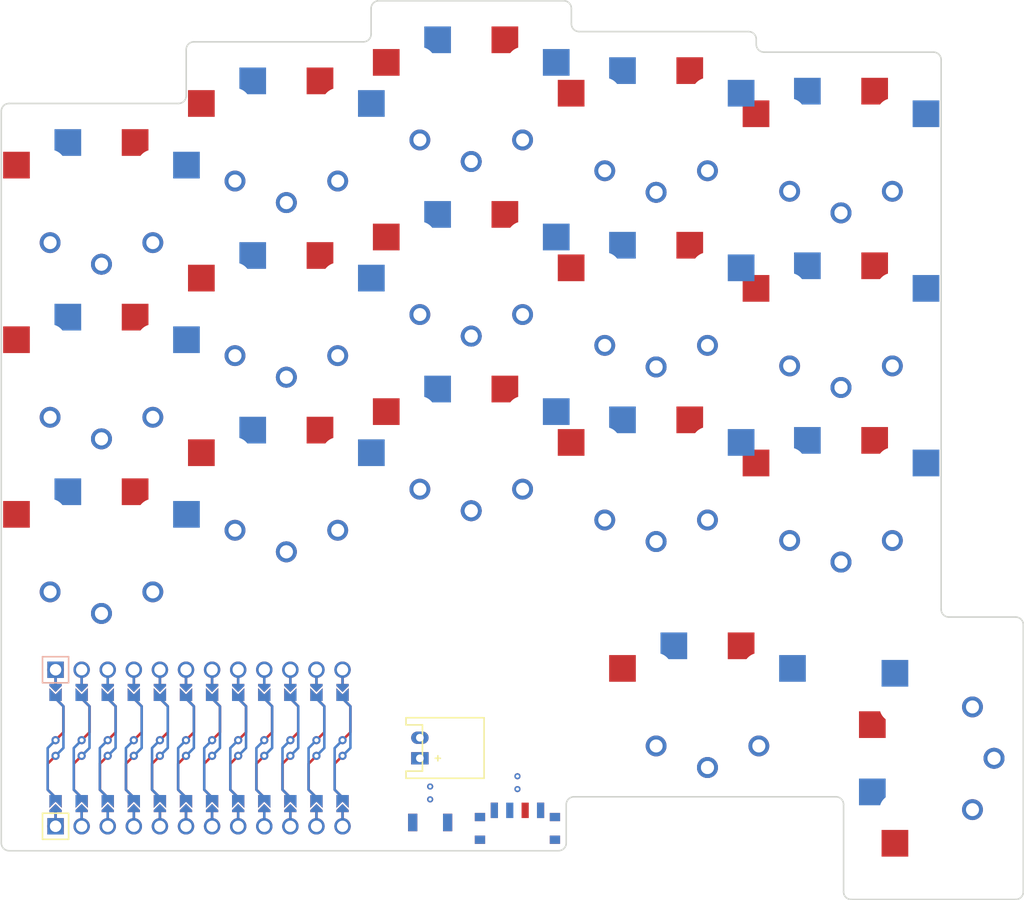
<source format=kicad_pcb>

            
(kicad_pcb (version 20171130) (host pcbnew 5.1.6)

  (page A3)
  (title_block
    (title gentle34)
    (rev v1.0.0)
    (company Unknown)
  )

  (general
    (thickness 1.6)
  )

  (layers
    (0 F.Cu signal)
    (31 B.Cu signal)
    (32 B.Adhes user)
    (33 F.Adhes user)
    (34 B.Paste user)
    (35 F.Paste user)
    (36 B.SilkS user)
    (37 F.SilkS user)
    (38 B.Mask user)
    (39 F.Mask user)
    (40 Dwgs.User user)
    (41 Cmts.User user)
    (42 Eco1.User user)
    (43 Eco2.User user)
    (44 Edge.Cuts user)
    (45 Margin user)
    (46 B.CrtYd user)
    (47 F.CrtYd user)
    (48 B.Fab user)
    (49 F.Fab user)
  )

  (setup
    (last_trace_width 0.25)
    (trace_clearance 0.2)
    (zone_clearance 0.508)
    (zone_45_only no)
    (trace_min 0.2)
    (via_size 0.8)
    (via_drill 0.4)
    (via_min_size 0.4)
    (via_min_drill 0.3)
    (uvia_size 0.3)
    (uvia_drill 0.1)
    (uvias_allowed no)
    (uvia_min_size 0.2)
    (uvia_min_drill 0.1)
    (edge_width 0.05)
    (segment_width 0.2)
    (pcb_text_width 0.3)
    (pcb_text_size 1.5 1.5)
    (mod_edge_width 0.12)
    (mod_text_size 1 1)
    (mod_text_width 0.15)
    (pad_size 1.524 1.524)
    (pad_drill 0.762)
    (pad_to_mask_clearance 0.05)
    (aux_axis_origin 0 0)
    (visible_elements FFFFFF7F)
    (pcbplotparams
      (layerselection 0x010fc_ffffffff)
      (usegerberextensions false)
      (usegerberattributes true)
      (usegerberadvancedattributes true)
      (creategerberjobfile true)
      (excludeedgelayer true)
      (linewidth 0.100000)
      (plotframeref false)
      (viasonmask false)
      (mode 1)
      (useauxorigin false)
      (hpglpennumber 1)
      (hpglpenspeed 20)
      (hpglpendiameter 15.000000)
      (psnegative false)
      (psa4output false)
      (plotreference true)
      (plotvalue true)
      (plotinvisibletext false)
      (padsonsilk false)
      (subtractmaskfromsilk false)
      (outputformat 1)
      (mirror false)
      (drillshape 1)
      (scaleselection 1)
      (outputdirectory ""))
  )

            (net 0 "")
(net 1 "P1")
(net 2 "GND")
(net 3 "P0")
(net 4 "P2")
(net 5 "P21")
(net 6 "P3")
(net 7 "P20")
(net 8 "P4")
(net 9 "P19")
(net 10 "P5")
(net 11 "P18")
(net 12 "P6")
(net 13 "P15")
(net 14 "P7")
(net 15 "P14")
(net 16 "P8")
(net 17 "P10")
(net 18 "P9")
(net 19 "RAW")
(net 20 "RST")
(net 21 "VCC")
(net 22 "P16")
(net 23 "pos")
            
  (net_class Default "This is the default net class."
    (clearance 0.2)
    (trace_width 0.25)
    (via_dia 0.8)
    (via_drill 0.4)
    (uvia_dia 0.3)
    (uvia_drill 0.1)
    (add_net "")
(add_net "P1")
(add_net "GND")
(add_net "P0")
(add_net "P2")
(add_net "P21")
(add_net "P3")
(add_net "P20")
(add_net "P4")
(add_net "P19")
(add_net "P5")
(add_net "P18")
(add_net "P6")
(add_net "P15")
(add_net "P7")
(add_net "P14")
(add_net "P8")
(add_net "P10")
(add_net "P9")
(add_net "RAW")
(add_net "RST")
(add_net "VCC")
(add_net "P16")
(add_net "pos")
  )

            
        
      (module PG1350 (layer F.Cu) (tedit 5DD50112)
      (at 18 0 0)

      
      (fp_text reference "S1" (at 0 0) (layer F.SilkS) hide (effects (font (size 1.27 1.27) (thickness 0.15))))
      (fp_text value "" (at 0 0) (layer F.SilkS) hide (effects (font (size 1.27 1.27) (thickness 0.15))))

      
      (fp_line (start -7 -6) (end -7 -7) (layer Dwgs.User) (width 0.15))
      (fp_line (start -7 7) (end -6 7) (layer Dwgs.User) (width 0.15))
      (fp_line (start -6 -7) (end -7 -7) (layer Dwgs.User) (width 0.15))
      (fp_line (start -7 7) (end -7 6) (layer Dwgs.User) (width 0.15))
      (fp_line (start 7 6) (end 7 7) (layer Dwgs.User) (width 0.15))
      (fp_line (start 7 -7) (end 6 -7) (layer Dwgs.User) (width 0.15))
      (fp_line (start 6 7) (end 7 7) (layer Dwgs.User) (width 0.15))
      (fp_line (start 7 -7) (end 7 -6) (layer Dwgs.User) (width 0.15))      
      
      
      (pad "" np_thru_hole circle (at 0 0) (size 3.429 3.429) (drill 3.429) (layers *.Cu *.Mask))
        
      
      (pad "" np_thru_hole circle (at 5.5 0) (size 1.7018 1.7018) (drill 1.7018) (layers *.Cu *.Mask))
      (pad "" np_thru_hole circle (at -5.5 0) (size 1.7018 1.7018) (drill 1.7018) (layers *.Cu *.Mask))
      
        
      
      (fp_line (start -9 -8.5) (end 9 -8.5) (layer Dwgs.User) (width 0.15))
      (fp_line (start 9 -8.5) (end 9 8.5) (layer Dwgs.User) (width 0.15))
      (fp_line (start 9 8.5) (end -9 8.5) (layer Dwgs.User) (width 0.15))
      (fp_line (start -9 8.5) (end -9 -8.5) (layer Dwgs.User) (width 0.15))
      
        
          
          (pad "" np_thru_hole circle (at 5 -3.75) (size 3 3) (drill 3) (layers *.Cu *.Mask))
          (pad "" np_thru_hole circle (at 0 -5.95) (size 3 3) (drill 3) (layers *.Cu *.Mask))
      
          
          (pad 1 smd rect (at -3.275 -5.95 0) (size 2.6 2.6) (layers B.Cu B.Paste B.Mask)  (net 1 "P1"))
          (pad 2 smd rect (at 8.275 -3.75 0) (size 2.6 2.6) (layers B.Cu B.Paste B.Mask)  (net 2 "GND"))
        
        
          
          (pad "" np_thru_hole circle (at -5 -3.75) (size 3 3) (drill 3) (layers *.Cu *.Mask))
          (pad "" np_thru_hole circle (at 0 -5.95) (size 3 3) (drill 3) (layers *.Cu *.Mask))
      
          
          (pad 1 smd rect (at 3.275 -5.95 0) (size 2.6 2.6) (layers F.Cu F.Paste F.Mask)  (net 1 "P1"))
          (pad 2 smd rect (at -8.275 -3.75 0) (size 2.6 2.6) (layers F.Cu F.Paste F.Mask)  (net 2 "GND"))
        )
        

        
      (module PG1350 (layer F.Cu) (tedit 5DD50112)
      (at 18 0 180)

      
      (fp_text reference "S2" (at 0 0) (layer F.SilkS) hide (effects (font (size 1.27 1.27) (thickness 0.15))))
      (fp_text value "" (at 0 0) (layer F.SilkS) hide (effects (font (size 1.27 1.27) (thickness 0.15))))

      
      (fp_line (start -7 -6) (end -7 -7) (layer Dwgs.User) (width 0.15))
      (fp_line (start -7 7) (end -6 7) (layer Dwgs.User) (width 0.15))
      (fp_line (start -6 -7) (end -7 -7) (layer Dwgs.User) (width 0.15))
      (fp_line (start -7 7) (end -7 6) (layer Dwgs.User) (width 0.15))
      (fp_line (start 7 6) (end 7 7) (layer Dwgs.User) (width 0.15))
      (fp_line (start 7 -7) (end 6 -7) (layer Dwgs.User) (width 0.15))
      (fp_line (start 6 7) (end 7 7) (layer Dwgs.User) (width 0.15))
      (fp_line (start 7 -7) (end 7 -6) (layer Dwgs.User) (width 0.15))      
      
      
      (pad "" np_thru_hole circle (at 0 0) (size 3.429 3.429) (drill 3.429) (layers *.Cu *.Mask))
        
      
      (pad "" np_thru_hole circle (at 5.5 0) (size 1.7018 1.7018) (drill 1.7018) (layers *.Cu *.Mask))
      (pad "" np_thru_hole circle (at -5.5 0) (size 1.7018 1.7018) (drill 1.7018) (layers *.Cu *.Mask))
      
        
      
      (fp_line (start -9 -8.5) (end 9 -8.5) (layer Dwgs.User) (width 0.15))
      (fp_line (start 9 -8.5) (end 9 8.5) (layer Dwgs.User) (width 0.15))
      (fp_line (start 9 8.5) (end -9 8.5) (layer Dwgs.User) (width 0.15))
      (fp_line (start -9 8.5) (end -9 -8.5) (layer Dwgs.User) (width 0.15))
      
        
            
            (pad 1 thru_hole circle (at 5 -3.8) (size 2.032 2.032) (drill 1.27) (layers *.Cu *.Mask) (net 1 "P1"))
            (pad 2 thru_hole circle (at 0 -5.9) (size 2.032 2.032) (drill 1.27) (layers *.Cu *.Mask) (net 2 "GND"))
          
        
            
            (pad 1 thru_hole circle (at -5 -3.8) (size 2.032 2.032) (drill 1.27) (layers *.Cu *.Mask) (net 1 "P1"))
            (pad 2 thru_hole circle (at -0 -5.9) (size 2.032 2.032) (drill 1.27) (layers *.Cu *.Mask) (net 2 "GND"))
          )
        

        
      (module PG1350 (layer F.Cu) (tedit 5DD50112)
      (at 18 -17 0)

      
      (fp_text reference "S3" (at 0 0) (layer F.SilkS) hide (effects (font (size 1.27 1.27) (thickness 0.15))))
      (fp_text value "" (at 0 0) (layer F.SilkS) hide (effects (font (size 1.27 1.27) (thickness 0.15))))

      
      (fp_line (start -7 -6) (end -7 -7) (layer Dwgs.User) (width 0.15))
      (fp_line (start -7 7) (end -6 7) (layer Dwgs.User) (width 0.15))
      (fp_line (start -6 -7) (end -7 -7) (layer Dwgs.User) (width 0.15))
      (fp_line (start -7 7) (end -7 6) (layer Dwgs.User) (width 0.15))
      (fp_line (start 7 6) (end 7 7) (layer Dwgs.User) (width 0.15))
      (fp_line (start 7 -7) (end 6 -7) (layer Dwgs.User) (width 0.15))
      (fp_line (start 6 7) (end 7 7) (layer Dwgs.User) (width 0.15))
      (fp_line (start 7 -7) (end 7 -6) (layer Dwgs.User) (width 0.15))      
      
      
      (pad "" np_thru_hole circle (at 0 0) (size 3.429 3.429) (drill 3.429) (layers *.Cu *.Mask))
        
      
      (pad "" np_thru_hole circle (at 5.5 0) (size 1.7018 1.7018) (drill 1.7018) (layers *.Cu *.Mask))
      (pad "" np_thru_hole circle (at -5.5 0) (size 1.7018 1.7018) (drill 1.7018) (layers *.Cu *.Mask))
      
        
      
      (fp_line (start -9 -8.5) (end 9 -8.5) (layer Dwgs.User) (width 0.15))
      (fp_line (start 9 -8.5) (end 9 8.5) (layer Dwgs.User) (width 0.15))
      (fp_line (start 9 8.5) (end -9 8.5) (layer Dwgs.User) (width 0.15))
      (fp_line (start -9 8.5) (end -9 -8.5) (layer Dwgs.User) (width 0.15))
      
        
          
          (pad "" np_thru_hole circle (at 5 -3.75) (size 3 3) (drill 3) (layers *.Cu *.Mask))
          (pad "" np_thru_hole circle (at 0 -5.95) (size 3 3) (drill 3) (layers *.Cu *.Mask))
      
          
          (pad 1 smd rect (at -3.275 -5.95 0) (size 2.6 2.6) (layers B.Cu B.Paste B.Mask)  (net 3 "P0"))
          (pad 2 smd rect (at 8.275 -3.75 0) (size 2.6 2.6) (layers B.Cu B.Paste B.Mask)  (net 2 "GND"))
        
        
          
          (pad "" np_thru_hole circle (at -5 -3.75) (size 3 3) (drill 3) (layers *.Cu *.Mask))
          (pad "" np_thru_hole circle (at 0 -5.95) (size 3 3) (drill 3) (layers *.Cu *.Mask))
      
          
          (pad 1 smd rect (at 3.275 -5.95 0) (size 2.6 2.6) (layers F.Cu F.Paste F.Mask)  (net 3 "P0"))
          (pad 2 smd rect (at -8.275 -3.75 0) (size 2.6 2.6) (layers F.Cu F.Paste F.Mask)  (net 2 "GND"))
        )
        

        
      (module PG1350 (layer F.Cu) (tedit 5DD50112)
      (at 18 -17 180)

      
      (fp_text reference "S4" (at 0 0) (layer F.SilkS) hide (effects (font (size 1.27 1.27) (thickness 0.15))))
      (fp_text value "" (at 0 0) (layer F.SilkS) hide (effects (font (size 1.27 1.27) (thickness 0.15))))

      
      (fp_line (start -7 -6) (end -7 -7) (layer Dwgs.User) (width 0.15))
      (fp_line (start -7 7) (end -6 7) (layer Dwgs.User) (width 0.15))
      (fp_line (start -6 -7) (end -7 -7) (layer Dwgs.User) (width 0.15))
      (fp_line (start -7 7) (end -7 6) (layer Dwgs.User) (width 0.15))
      (fp_line (start 7 6) (end 7 7) (layer Dwgs.User) (width 0.15))
      (fp_line (start 7 -7) (end 6 -7) (layer Dwgs.User) (width 0.15))
      (fp_line (start 6 7) (end 7 7) (layer Dwgs.User) (width 0.15))
      (fp_line (start 7 -7) (end 7 -6) (layer Dwgs.User) (width 0.15))      
      
      
      (pad "" np_thru_hole circle (at 0 0) (size 3.429 3.429) (drill 3.429) (layers *.Cu *.Mask))
        
      
      (pad "" np_thru_hole circle (at 5.5 0) (size 1.7018 1.7018) (drill 1.7018) (layers *.Cu *.Mask))
      (pad "" np_thru_hole circle (at -5.5 0) (size 1.7018 1.7018) (drill 1.7018) (layers *.Cu *.Mask))
      
        
      
      (fp_line (start -9 -8.5) (end 9 -8.5) (layer Dwgs.User) (width 0.15))
      (fp_line (start 9 -8.5) (end 9 8.5) (layer Dwgs.User) (width 0.15))
      (fp_line (start 9 8.5) (end -9 8.5) (layer Dwgs.User) (width 0.15))
      (fp_line (start -9 8.5) (end -9 -8.5) (layer Dwgs.User) (width 0.15))
      
        
            
            (pad 1 thru_hole circle (at 5 -3.8) (size 2.032 2.032) (drill 1.27) (layers *.Cu *.Mask) (net 3 "P0"))
            (pad 2 thru_hole circle (at 0 -5.9) (size 2.032 2.032) (drill 1.27) (layers *.Cu *.Mask) (net 2 "GND"))
          
        
            
            (pad 1 thru_hole circle (at -5 -3.8) (size 2.032 2.032) (drill 1.27) (layers *.Cu *.Mask) (net 3 "P0"))
            (pad 2 thru_hole circle (at -0 -5.9) (size 2.032 2.032) (drill 1.27) (layers *.Cu *.Mask) (net 2 "GND"))
          )
        

        
      (module PG1350 (layer F.Cu) (tedit 5DD50112)
      (at 18 -34 0)

      
      (fp_text reference "S5" (at 0 0) (layer F.SilkS) hide (effects (font (size 1.27 1.27) (thickness 0.15))))
      (fp_text value "" (at 0 0) (layer F.SilkS) hide (effects (font (size 1.27 1.27) (thickness 0.15))))

      
      (fp_line (start -7 -6) (end -7 -7) (layer Dwgs.User) (width 0.15))
      (fp_line (start -7 7) (end -6 7) (layer Dwgs.User) (width 0.15))
      (fp_line (start -6 -7) (end -7 -7) (layer Dwgs.User) (width 0.15))
      (fp_line (start -7 7) (end -7 6) (layer Dwgs.User) (width 0.15))
      (fp_line (start 7 6) (end 7 7) (layer Dwgs.User) (width 0.15))
      (fp_line (start 7 -7) (end 6 -7) (layer Dwgs.User) (width 0.15))
      (fp_line (start 6 7) (end 7 7) (layer Dwgs.User) (width 0.15))
      (fp_line (start 7 -7) (end 7 -6) (layer Dwgs.User) (width 0.15))      
      
      
      (pad "" np_thru_hole circle (at 0 0) (size 3.429 3.429) (drill 3.429) (layers *.Cu *.Mask))
        
      
      (pad "" np_thru_hole circle (at 5.5 0) (size 1.7018 1.7018) (drill 1.7018) (layers *.Cu *.Mask))
      (pad "" np_thru_hole circle (at -5.5 0) (size 1.7018 1.7018) (drill 1.7018) (layers *.Cu *.Mask))
      
        
      
      (fp_line (start -9 -8.5) (end 9 -8.5) (layer Dwgs.User) (width 0.15))
      (fp_line (start 9 -8.5) (end 9 8.5) (layer Dwgs.User) (width 0.15))
      (fp_line (start 9 8.5) (end -9 8.5) (layer Dwgs.User) (width 0.15))
      (fp_line (start -9 8.5) (end -9 -8.5) (layer Dwgs.User) (width 0.15))
      
        
          
          (pad "" np_thru_hole circle (at 5 -3.75) (size 3 3) (drill 3) (layers *.Cu *.Mask))
          (pad "" np_thru_hole circle (at 0 -5.95) (size 3 3) (drill 3) (layers *.Cu *.Mask))
      
          
          (pad 1 smd rect (at -3.275 -5.95 0) (size 2.6 2.6) (layers B.Cu B.Paste B.Mask)  (net 4 "P2"))
          (pad 2 smd rect (at 8.275 -3.75 0) (size 2.6 2.6) (layers B.Cu B.Paste B.Mask)  (net 2 "GND"))
        
        
          
          (pad "" np_thru_hole circle (at -5 -3.75) (size 3 3) (drill 3) (layers *.Cu *.Mask))
          (pad "" np_thru_hole circle (at 0 -5.95) (size 3 3) (drill 3) (layers *.Cu *.Mask))
      
          
          (pad 1 smd rect (at 3.275 -5.95 0) (size 2.6 2.6) (layers F.Cu F.Paste F.Mask)  (net 4 "P2"))
          (pad 2 smd rect (at -8.275 -3.75 0) (size 2.6 2.6) (layers F.Cu F.Paste F.Mask)  (net 2 "GND"))
        )
        

        
      (module PG1350 (layer F.Cu) (tedit 5DD50112)
      (at 18 -34 180)

      
      (fp_text reference "S6" (at 0 0) (layer F.SilkS) hide (effects (font (size 1.27 1.27) (thickness 0.15))))
      (fp_text value "" (at 0 0) (layer F.SilkS) hide (effects (font (size 1.27 1.27) (thickness 0.15))))

      
      (fp_line (start -7 -6) (end -7 -7) (layer Dwgs.User) (width 0.15))
      (fp_line (start -7 7) (end -6 7) (layer Dwgs.User) (width 0.15))
      (fp_line (start -6 -7) (end -7 -7) (layer Dwgs.User) (width 0.15))
      (fp_line (start -7 7) (end -7 6) (layer Dwgs.User) (width 0.15))
      (fp_line (start 7 6) (end 7 7) (layer Dwgs.User) (width 0.15))
      (fp_line (start 7 -7) (end 6 -7) (layer Dwgs.User) (width 0.15))
      (fp_line (start 6 7) (end 7 7) (layer Dwgs.User) (width 0.15))
      (fp_line (start 7 -7) (end 7 -6) (layer Dwgs.User) (width 0.15))      
      
      
      (pad "" np_thru_hole circle (at 0 0) (size 3.429 3.429) (drill 3.429) (layers *.Cu *.Mask))
        
      
      (pad "" np_thru_hole circle (at 5.5 0) (size 1.7018 1.7018) (drill 1.7018) (layers *.Cu *.Mask))
      (pad "" np_thru_hole circle (at -5.5 0) (size 1.7018 1.7018) (drill 1.7018) (layers *.Cu *.Mask))
      
        
      
      (fp_line (start -9 -8.5) (end 9 -8.5) (layer Dwgs.User) (width 0.15))
      (fp_line (start 9 -8.5) (end 9 8.5) (layer Dwgs.User) (width 0.15))
      (fp_line (start 9 8.5) (end -9 8.5) (layer Dwgs.User) (width 0.15))
      (fp_line (start -9 8.5) (end -9 -8.5) (layer Dwgs.User) (width 0.15))
      
        
            
            (pad 1 thru_hole circle (at 5 -3.8) (size 2.032 2.032) (drill 1.27) (layers *.Cu *.Mask) (net 4 "P2"))
            (pad 2 thru_hole circle (at 0 -5.9) (size 2.032 2.032) (drill 1.27) (layers *.Cu *.Mask) (net 2 "GND"))
          
        
            
            (pad 1 thru_hole circle (at -5 -3.8) (size 2.032 2.032) (drill 1.27) (layers *.Cu *.Mask) (net 4 "P2"))
            (pad 2 thru_hole circle (at -0 -5.9) (size 2.032 2.032) (drill 1.27) (layers *.Cu *.Mask) (net 2 "GND"))
          )
        

        
      (module PG1350 (layer F.Cu) (tedit 5DD50112)
      (at 36 -6 0)

      
      (fp_text reference "S7" (at 0 0) (layer F.SilkS) hide (effects (font (size 1.27 1.27) (thickness 0.15))))
      (fp_text value "" (at 0 0) (layer F.SilkS) hide (effects (font (size 1.27 1.27) (thickness 0.15))))

      
      (fp_line (start -7 -6) (end -7 -7) (layer Dwgs.User) (width 0.15))
      (fp_line (start -7 7) (end -6 7) (layer Dwgs.User) (width 0.15))
      (fp_line (start -6 -7) (end -7 -7) (layer Dwgs.User) (width 0.15))
      (fp_line (start -7 7) (end -7 6) (layer Dwgs.User) (width 0.15))
      (fp_line (start 7 6) (end 7 7) (layer Dwgs.User) (width 0.15))
      (fp_line (start 7 -7) (end 6 -7) (layer Dwgs.User) (width 0.15))
      (fp_line (start 6 7) (end 7 7) (layer Dwgs.User) (width 0.15))
      (fp_line (start 7 -7) (end 7 -6) (layer Dwgs.User) (width 0.15))      
      
      
      (pad "" np_thru_hole circle (at 0 0) (size 3.429 3.429) (drill 3.429) (layers *.Cu *.Mask))
        
      
      (pad "" np_thru_hole circle (at 5.5 0) (size 1.7018 1.7018) (drill 1.7018) (layers *.Cu *.Mask))
      (pad "" np_thru_hole circle (at -5.5 0) (size 1.7018 1.7018) (drill 1.7018) (layers *.Cu *.Mask))
      
        
      
      (fp_line (start -9 -8.5) (end 9 -8.5) (layer Dwgs.User) (width 0.15))
      (fp_line (start 9 -8.5) (end 9 8.5) (layer Dwgs.User) (width 0.15))
      (fp_line (start 9 8.5) (end -9 8.5) (layer Dwgs.User) (width 0.15))
      (fp_line (start -9 8.5) (end -9 -8.5) (layer Dwgs.User) (width 0.15))
      
        
          
          (pad "" np_thru_hole circle (at 5 -3.75) (size 3 3) (drill 3) (layers *.Cu *.Mask))
          (pad "" np_thru_hole circle (at 0 -5.95) (size 3 3) (drill 3) (layers *.Cu *.Mask))
      
          
          (pad 1 smd rect (at -3.275 -5.95 0) (size 2.6 2.6) (layers B.Cu B.Paste B.Mask)  (net 5 "P21"))
          (pad 2 smd rect (at 8.275 -3.75 0) (size 2.6 2.6) (layers B.Cu B.Paste B.Mask)  (net 2 "GND"))
        
        
          
          (pad "" np_thru_hole circle (at -5 -3.75) (size 3 3) (drill 3) (layers *.Cu *.Mask))
          (pad "" np_thru_hole circle (at 0 -5.95) (size 3 3) (drill 3) (layers *.Cu *.Mask))
      
          
          (pad 1 smd rect (at 3.275 -5.95 0) (size 2.6 2.6) (layers F.Cu F.Paste F.Mask)  (net 5 "P21"))
          (pad 2 smd rect (at -8.275 -3.75 0) (size 2.6 2.6) (layers F.Cu F.Paste F.Mask)  (net 2 "GND"))
        )
        

        
      (module PG1350 (layer F.Cu) (tedit 5DD50112)
      (at 36 -6 180)

      
      (fp_text reference "S8" (at 0 0) (layer F.SilkS) hide (effects (font (size 1.27 1.27) (thickness 0.15))))
      (fp_text value "" (at 0 0) (layer F.SilkS) hide (effects (font (size 1.27 1.27) (thickness 0.15))))

      
      (fp_line (start -7 -6) (end -7 -7) (layer Dwgs.User) (width 0.15))
      (fp_line (start -7 7) (end -6 7) (layer Dwgs.User) (width 0.15))
      (fp_line (start -6 -7) (end -7 -7) (layer Dwgs.User) (width 0.15))
      (fp_line (start -7 7) (end -7 6) (layer Dwgs.User) (width 0.15))
      (fp_line (start 7 6) (end 7 7) (layer Dwgs.User) (width 0.15))
      (fp_line (start 7 -7) (end 6 -7) (layer Dwgs.User) (width 0.15))
      (fp_line (start 6 7) (end 7 7) (layer Dwgs.User) (width 0.15))
      (fp_line (start 7 -7) (end 7 -6) (layer Dwgs.User) (width 0.15))      
      
      
      (pad "" np_thru_hole circle (at 0 0) (size 3.429 3.429) (drill 3.429) (layers *.Cu *.Mask))
        
      
      (pad "" np_thru_hole circle (at 5.5 0) (size 1.7018 1.7018) (drill 1.7018) (layers *.Cu *.Mask))
      (pad "" np_thru_hole circle (at -5.5 0) (size 1.7018 1.7018) (drill 1.7018) (layers *.Cu *.Mask))
      
        
      
      (fp_line (start -9 -8.5) (end 9 -8.5) (layer Dwgs.User) (width 0.15))
      (fp_line (start 9 -8.5) (end 9 8.5) (layer Dwgs.User) (width 0.15))
      (fp_line (start 9 8.5) (end -9 8.5) (layer Dwgs.User) (width 0.15))
      (fp_line (start -9 8.5) (end -9 -8.5) (layer Dwgs.User) (width 0.15))
      
        
            
            (pad 1 thru_hole circle (at 5 -3.8) (size 2.032 2.032) (drill 1.27) (layers *.Cu *.Mask) (net 5 "P21"))
            (pad 2 thru_hole circle (at 0 -5.9) (size 2.032 2.032) (drill 1.27) (layers *.Cu *.Mask) (net 2 "GND"))
          
        
            
            (pad 1 thru_hole circle (at -5 -3.8) (size 2.032 2.032) (drill 1.27) (layers *.Cu *.Mask) (net 5 "P21"))
            (pad 2 thru_hole circle (at -0 -5.9) (size 2.032 2.032) (drill 1.27) (layers *.Cu *.Mask) (net 2 "GND"))
          )
        

        
      (module PG1350 (layer F.Cu) (tedit 5DD50112)
      (at 36 -23 0)

      
      (fp_text reference "S9" (at 0 0) (layer F.SilkS) hide (effects (font (size 1.27 1.27) (thickness 0.15))))
      (fp_text value "" (at 0 0) (layer F.SilkS) hide (effects (font (size 1.27 1.27) (thickness 0.15))))

      
      (fp_line (start -7 -6) (end -7 -7) (layer Dwgs.User) (width 0.15))
      (fp_line (start -7 7) (end -6 7) (layer Dwgs.User) (width 0.15))
      (fp_line (start -6 -7) (end -7 -7) (layer Dwgs.User) (width 0.15))
      (fp_line (start -7 7) (end -7 6) (layer Dwgs.User) (width 0.15))
      (fp_line (start 7 6) (end 7 7) (layer Dwgs.User) (width 0.15))
      (fp_line (start 7 -7) (end 6 -7) (layer Dwgs.User) (width 0.15))
      (fp_line (start 6 7) (end 7 7) (layer Dwgs.User) (width 0.15))
      (fp_line (start 7 -7) (end 7 -6) (layer Dwgs.User) (width 0.15))      
      
      
      (pad "" np_thru_hole circle (at 0 0) (size 3.429 3.429) (drill 3.429) (layers *.Cu *.Mask))
        
      
      (pad "" np_thru_hole circle (at 5.5 0) (size 1.7018 1.7018) (drill 1.7018) (layers *.Cu *.Mask))
      (pad "" np_thru_hole circle (at -5.5 0) (size 1.7018 1.7018) (drill 1.7018) (layers *.Cu *.Mask))
      
        
      
      (fp_line (start -9 -8.5) (end 9 -8.5) (layer Dwgs.User) (width 0.15))
      (fp_line (start 9 -8.5) (end 9 8.5) (layer Dwgs.User) (width 0.15))
      (fp_line (start 9 8.5) (end -9 8.5) (layer Dwgs.User) (width 0.15))
      (fp_line (start -9 8.5) (end -9 -8.5) (layer Dwgs.User) (width 0.15))
      
        
          
          (pad "" np_thru_hole circle (at 5 -3.75) (size 3 3) (drill 3) (layers *.Cu *.Mask))
          (pad "" np_thru_hole circle (at 0 -5.95) (size 3 3) (drill 3) (layers *.Cu *.Mask))
      
          
          (pad 1 smd rect (at -3.275 -5.95 0) (size 2.6 2.6) (layers B.Cu B.Paste B.Mask)  (net 6 "P3"))
          (pad 2 smd rect (at 8.275 -3.75 0) (size 2.6 2.6) (layers B.Cu B.Paste B.Mask)  (net 2 "GND"))
        
        
          
          (pad "" np_thru_hole circle (at -5 -3.75) (size 3 3) (drill 3) (layers *.Cu *.Mask))
          (pad "" np_thru_hole circle (at 0 -5.95) (size 3 3) (drill 3) (layers *.Cu *.Mask))
      
          
          (pad 1 smd rect (at 3.275 -5.95 0) (size 2.6 2.6) (layers F.Cu F.Paste F.Mask)  (net 6 "P3"))
          (pad 2 smd rect (at -8.275 -3.75 0) (size 2.6 2.6) (layers F.Cu F.Paste F.Mask)  (net 2 "GND"))
        )
        

        
      (module PG1350 (layer F.Cu) (tedit 5DD50112)
      (at 36 -23 180)

      
      (fp_text reference "S10" (at 0 0) (layer F.SilkS) hide (effects (font (size 1.27 1.27) (thickness 0.15))))
      (fp_text value "" (at 0 0) (layer F.SilkS) hide (effects (font (size 1.27 1.27) (thickness 0.15))))

      
      (fp_line (start -7 -6) (end -7 -7) (layer Dwgs.User) (width 0.15))
      (fp_line (start -7 7) (end -6 7) (layer Dwgs.User) (width 0.15))
      (fp_line (start -6 -7) (end -7 -7) (layer Dwgs.User) (width 0.15))
      (fp_line (start -7 7) (end -7 6) (layer Dwgs.User) (width 0.15))
      (fp_line (start 7 6) (end 7 7) (layer Dwgs.User) (width 0.15))
      (fp_line (start 7 -7) (end 6 -7) (layer Dwgs.User) (width 0.15))
      (fp_line (start 6 7) (end 7 7) (layer Dwgs.User) (width 0.15))
      (fp_line (start 7 -7) (end 7 -6) (layer Dwgs.User) (width 0.15))      
      
      
      (pad "" np_thru_hole circle (at 0 0) (size 3.429 3.429) (drill 3.429) (layers *.Cu *.Mask))
        
      
      (pad "" np_thru_hole circle (at 5.5 0) (size 1.7018 1.7018) (drill 1.7018) (layers *.Cu *.Mask))
      (pad "" np_thru_hole circle (at -5.5 0) (size 1.7018 1.7018) (drill 1.7018) (layers *.Cu *.Mask))
      
        
      
      (fp_line (start -9 -8.5) (end 9 -8.5) (layer Dwgs.User) (width 0.15))
      (fp_line (start 9 -8.5) (end 9 8.5) (layer Dwgs.User) (width 0.15))
      (fp_line (start 9 8.5) (end -9 8.5) (layer Dwgs.User) (width 0.15))
      (fp_line (start -9 8.5) (end -9 -8.5) (layer Dwgs.User) (width 0.15))
      
        
            
            (pad 1 thru_hole circle (at 5 -3.8) (size 2.032 2.032) (drill 1.27) (layers *.Cu *.Mask) (net 6 "P3"))
            (pad 2 thru_hole circle (at 0 -5.9) (size 2.032 2.032) (drill 1.27) (layers *.Cu *.Mask) (net 2 "GND"))
          
        
            
            (pad 1 thru_hole circle (at -5 -3.8) (size 2.032 2.032) (drill 1.27) (layers *.Cu *.Mask) (net 6 "P3"))
            (pad 2 thru_hole circle (at -0 -5.9) (size 2.032 2.032) (drill 1.27) (layers *.Cu *.Mask) (net 2 "GND"))
          )
        

        
      (module PG1350 (layer F.Cu) (tedit 5DD50112)
      (at 36 -40 0)

      
      (fp_text reference "S11" (at 0 0) (layer F.SilkS) hide (effects (font (size 1.27 1.27) (thickness 0.15))))
      (fp_text value "" (at 0 0) (layer F.SilkS) hide (effects (font (size 1.27 1.27) (thickness 0.15))))

      
      (fp_line (start -7 -6) (end -7 -7) (layer Dwgs.User) (width 0.15))
      (fp_line (start -7 7) (end -6 7) (layer Dwgs.User) (width 0.15))
      (fp_line (start -6 -7) (end -7 -7) (layer Dwgs.User) (width 0.15))
      (fp_line (start -7 7) (end -7 6) (layer Dwgs.User) (width 0.15))
      (fp_line (start 7 6) (end 7 7) (layer Dwgs.User) (width 0.15))
      (fp_line (start 7 -7) (end 6 -7) (layer Dwgs.User) (width 0.15))
      (fp_line (start 6 7) (end 7 7) (layer Dwgs.User) (width 0.15))
      (fp_line (start 7 -7) (end 7 -6) (layer Dwgs.User) (width 0.15))      
      
      
      (pad "" np_thru_hole circle (at 0 0) (size 3.429 3.429) (drill 3.429) (layers *.Cu *.Mask))
        
      
      (pad "" np_thru_hole circle (at 5.5 0) (size 1.7018 1.7018) (drill 1.7018) (layers *.Cu *.Mask))
      (pad "" np_thru_hole circle (at -5.5 0) (size 1.7018 1.7018) (drill 1.7018) (layers *.Cu *.Mask))
      
        
      
      (fp_line (start -9 -8.5) (end 9 -8.5) (layer Dwgs.User) (width 0.15))
      (fp_line (start 9 -8.5) (end 9 8.5) (layer Dwgs.User) (width 0.15))
      (fp_line (start 9 8.5) (end -9 8.5) (layer Dwgs.User) (width 0.15))
      (fp_line (start -9 8.5) (end -9 -8.5) (layer Dwgs.User) (width 0.15))
      
        
          
          (pad "" np_thru_hole circle (at 5 -3.75) (size 3 3) (drill 3) (layers *.Cu *.Mask))
          (pad "" np_thru_hole circle (at 0 -5.95) (size 3 3) (drill 3) (layers *.Cu *.Mask))
      
          
          (pad 1 smd rect (at -3.275 -5.95 0) (size 2.6 2.6) (layers B.Cu B.Paste B.Mask)  (net 7 "P20"))
          (pad 2 smd rect (at 8.275 -3.75 0) (size 2.6 2.6) (layers B.Cu B.Paste B.Mask)  (net 2 "GND"))
        
        
          
          (pad "" np_thru_hole circle (at -5 -3.75) (size 3 3) (drill 3) (layers *.Cu *.Mask))
          (pad "" np_thru_hole circle (at 0 -5.95) (size 3 3) (drill 3) (layers *.Cu *.Mask))
      
          
          (pad 1 smd rect (at 3.275 -5.95 0) (size 2.6 2.6) (layers F.Cu F.Paste F.Mask)  (net 7 "P20"))
          (pad 2 smd rect (at -8.275 -3.75 0) (size 2.6 2.6) (layers F.Cu F.Paste F.Mask)  (net 2 "GND"))
        )
        

        
      (module PG1350 (layer F.Cu) (tedit 5DD50112)
      (at 36 -40 180)

      
      (fp_text reference "S12" (at 0 0) (layer F.SilkS) hide (effects (font (size 1.27 1.27) (thickness 0.15))))
      (fp_text value "" (at 0 0) (layer F.SilkS) hide (effects (font (size 1.27 1.27) (thickness 0.15))))

      
      (fp_line (start -7 -6) (end -7 -7) (layer Dwgs.User) (width 0.15))
      (fp_line (start -7 7) (end -6 7) (layer Dwgs.User) (width 0.15))
      (fp_line (start -6 -7) (end -7 -7) (layer Dwgs.User) (width 0.15))
      (fp_line (start -7 7) (end -7 6) (layer Dwgs.User) (width 0.15))
      (fp_line (start 7 6) (end 7 7) (layer Dwgs.User) (width 0.15))
      (fp_line (start 7 -7) (end 6 -7) (layer Dwgs.User) (width 0.15))
      (fp_line (start 6 7) (end 7 7) (layer Dwgs.User) (width 0.15))
      (fp_line (start 7 -7) (end 7 -6) (layer Dwgs.User) (width 0.15))      
      
      
      (pad "" np_thru_hole circle (at 0 0) (size 3.429 3.429) (drill 3.429) (layers *.Cu *.Mask))
        
      
      (pad "" np_thru_hole circle (at 5.5 0) (size 1.7018 1.7018) (drill 1.7018) (layers *.Cu *.Mask))
      (pad "" np_thru_hole circle (at -5.5 0) (size 1.7018 1.7018) (drill 1.7018) (layers *.Cu *.Mask))
      
        
      
      (fp_line (start -9 -8.5) (end 9 -8.5) (layer Dwgs.User) (width 0.15))
      (fp_line (start 9 -8.5) (end 9 8.5) (layer Dwgs.User) (width 0.15))
      (fp_line (start 9 8.5) (end -9 8.5) (layer Dwgs.User) (width 0.15))
      (fp_line (start -9 8.5) (end -9 -8.5) (layer Dwgs.User) (width 0.15))
      
        
            
            (pad 1 thru_hole circle (at 5 -3.8) (size 2.032 2.032) (drill 1.27) (layers *.Cu *.Mask) (net 7 "P20"))
            (pad 2 thru_hole circle (at 0 -5.9) (size 2.032 2.032) (drill 1.27) (layers *.Cu *.Mask) (net 2 "GND"))
          
        
            
            (pad 1 thru_hole circle (at -5 -3.8) (size 2.032 2.032) (drill 1.27) (layers *.Cu *.Mask) (net 7 "P20"))
            (pad 2 thru_hole circle (at -0 -5.9) (size 2.032 2.032) (drill 1.27) (layers *.Cu *.Mask) (net 2 "GND"))
          )
        

        
      (module PG1350 (layer F.Cu) (tedit 5DD50112)
      (at 54 -10 0)

      
      (fp_text reference "S13" (at 0 0) (layer F.SilkS) hide (effects (font (size 1.27 1.27) (thickness 0.15))))
      (fp_text value "" (at 0 0) (layer F.SilkS) hide (effects (font (size 1.27 1.27) (thickness 0.15))))

      
      (fp_line (start -7 -6) (end -7 -7) (layer Dwgs.User) (width 0.15))
      (fp_line (start -7 7) (end -6 7) (layer Dwgs.User) (width 0.15))
      (fp_line (start -6 -7) (end -7 -7) (layer Dwgs.User) (width 0.15))
      (fp_line (start -7 7) (end -7 6) (layer Dwgs.User) (width 0.15))
      (fp_line (start 7 6) (end 7 7) (layer Dwgs.User) (width 0.15))
      (fp_line (start 7 -7) (end 6 -7) (layer Dwgs.User) (width 0.15))
      (fp_line (start 6 7) (end 7 7) (layer Dwgs.User) (width 0.15))
      (fp_line (start 7 -7) (end 7 -6) (layer Dwgs.User) (width 0.15))      
      
      
      (pad "" np_thru_hole circle (at 0 0) (size 3.429 3.429) (drill 3.429) (layers *.Cu *.Mask))
        
      
      (pad "" np_thru_hole circle (at 5.5 0) (size 1.7018 1.7018) (drill 1.7018) (layers *.Cu *.Mask))
      (pad "" np_thru_hole circle (at -5.5 0) (size 1.7018 1.7018) (drill 1.7018) (layers *.Cu *.Mask))
      
        
      
      (fp_line (start -9 -8.5) (end 9 -8.5) (layer Dwgs.User) (width 0.15))
      (fp_line (start 9 -8.5) (end 9 8.5) (layer Dwgs.User) (width 0.15))
      (fp_line (start 9 8.5) (end -9 8.5) (layer Dwgs.User) (width 0.15))
      (fp_line (start -9 8.5) (end -9 -8.5) (layer Dwgs.User) (width 0.15))
      
        
          
          (pad "" np_thru_hole circle (at 5 -3.75) (size 3 3) (drill 3) (layers *.Cu *.Mask))
          (pad "" np_thru_hole circle (at 0 -5.95) (size 3 3) (drill 3) (layers *.Cu *.Mask))
      
          
          (pad 1 smd rect (at -3.275 -5.95 0) (size 2.6 2.6) (layers B.Cu B.Paste B.Mask)  (net 8 "P4"))
          (pad 2 smd rect (at 8.275 -3.75 0) (size 2.6 2.6) (layers B.Cu B.Paste B.Mask)  (net 2 "GND"))
        
        
          
          (pad "" np_thru_hole circle (at -5 -3.75) (size 3 3) (drill 3) (layers *.Cu *.Mask))
          (pad "" np_thru_hole circle (at 0 -5.95) (size 3 3) (drill 3) (layers *.Cu *.Mask))
      
          
          (pad 1 smd rect (at 3.275 -5.95 0) (size 2.6 2.6) (layers F.Cu F.Paste F.Mask)  (net 8 "P4"))
          (pad 2 smd rect (at -8.275 -3.75 0) (size 2.6 2.6) (layers F.Cu F.Paste F.Mask)  (net 2 "GND"))
        )
        

        
      (module PG1350 (layer F.Cu) (tedit 5DD50112)
      (at 54 -10 180)

      
      (fp_text reference "S14" (at 0 0) (layer F.SilkS) hide (effects (font (size 1.27 1.27) (thickness 0.15))))
      (fp_text value "" (at 0 0) (layer F.SilkS) hide (effects (font (size 1.27 1.27) (thickness 0.15))))

      
      (fp_line (start -7 -6) (end -7 -7) (layer Dwgs.User) (width 0.15))
      (fp_line (start -7 7) (end -6 7) (layer Dwgs.User) (width 0.15))
      (fp_line (start -6 -7) (end -7 -7) (layer Dwgs.User) (width 0.15))
      (fp_line (start -7 7) (end -7 6) (layer Dwgs.User) (width 0.15))
      (fp_line (start 7 6) (end 7 7) (layer Dwgs.User) (width 0.15))
      (fp_line (start 7 -7) (end 6 -7) (layer Dwgs.User) (width 0.15))
      (fp_line (start 6 7) (end 7 7) (layer Dwgs.User) (width 0.15))
      (fp_line (start 7 -7) (end 7 -6) (layer Dwgs.User) (width 0.15))      
      
      
      (pad "" np_thru_hole circle (at 0 0) (size 3.429 3.429) (drill 3.429) (layers *.Cu *.Mask))
        
      
      (pad "" np_thru_hole circle (at 5.5 0) (size 1.7018 1.7018) (drill 1.7018) (layers *.Cu *.Mask))
      (pad "" np_thru_hole circle (at -5.5 0) (size 1.7018 1.7018) (drill 1.7018) (layers *.Cu *.Mask))
      
        
      
      (fp_line (start -9 -8.5) (end 9 -8.5) (layer Dwgs.User) (width 0.15))
      (fp_line (start 9 -8.5) (end 9 8.5) (layer Dwgs.User) (width 0.15))
      (fp_line (start 9 8.5) (end -9 8.5) (layer Dwgs.User) (width 0.15))
      (fp_line (start -9 8.5) (end -9 -8.5) (layer Dwgs.User) (width 0.15))
      
        
            
            (pad 1 thru_hole circle (at 5 -3.8) (size 2.032 2.032) (drill 1.27) (layers *.Cu *.Mask) (net 8 "P4"))
            (pad 2 thru_hole circle (at 0 -5.9) (size 2.032 2.032) (drill 1.27) (layers *.Cu *.Mask) (net 2 "GND"))
          
        
            
            (pad 1 thru_hole circle (at -5 -3.8) (size 2.032 2.032) (drill 1.27) (layers *.Cu *.Mask) (net 8 "P4"))
            (pad 2 thru_hole circle (at -0 -5.9) (size 2.032 2.032) (drill 1.27) (layers *.Cu *.Mask) (net 2 "GND"))
          )
        

        
      (module PG1350 (layer F.Cu) (tedit 5DD50112)
      (at 54 -27 0)

      
      (fp_text reference "S15" (at 0 0) (layer F.SilkS) hide (effects (font (size 1.27 1.27) (thickness 0.15))))
      (fp_text value "" (at 0 0) (layer F.SilkS) hide (effects (font (size 1.27 1.27) (thickness 0.15))))

      
      (fp_line (start -7 -6) (end -7 -7) (layer Dwgs.User) (width 0.15))
      (fp_line (start -7 7) (end -6 7) (layer Dwgs.User) (width 0.15))
      (fp_line (start -6 -7) (end -7 -7) (layer Dwgs.User) (width 0.15))
      (fp_line (start -7 7) (end -7 6) (layer Dwgs.User) (width 0.15))
      (fp_line (start 7 6) (end 7 7) (layer Dwgs.User) (width 0.15))
      (fp_line (start 7 -7) (end 6 -7) (layer Dwgs.User) (width 0.15))
      (fp_line (start 6 7) (end 7 7) (layer Dwgs.User) (width 0.15))
      (fp_line (start 7 -7) (end 7 -6) (layer Dwgs.User) (width 0.15))      
      
      
      (pad "" np_thru_hole circle (at 0 0) (size 3.429 3.429) (drill 3.429) (layers *.Cu *.Mask))
        
      
      (pad "" np_thru_hole circle (at 5.5 0) (size 1.7018 1.7018) (drill 1.7018) (layers *.Cu *.Mask))
      (pad "" np_thru_hole circle (at -5.5 0) (size 1.7018 1.7018) (drill 1.7018) (layers *.Cu *.Mask))
      
        
      
      (fp_line (start -9 -8.5) (end 9 -8.5) (layer Dwgs.User) (width 0.15))
      (fp_line (start 9 -8.5) (end 9 8.5) (layer Dwgs.User) (width 0.15))
      (fp_line (start 9 8.5) (end -9 8.5) (layer Dwgs.User) (width 0.15))
      (fp_line (start -9 8.5) (end -9 -8.5) (layer Dwgs.User) (width 0.15))
      
        
          
          (pad "" np_thru_hole circle (at 5 -3.75) (size 3 3) (drill 3) (layers *.Cu *.Mask))
          (pad "" np_thru_hole circle (at 0 -5.95) (size 3 3) (drill 3) (layers *.Cu *.Mask))
      
          
          (pad 1 smd rect (at -3.275 -5.95 0) (size 2.6 2.6) (layers B.Cu B.Paste B.Mask)  (net 9 "P19"))
          (pad 2 smd rect (at 8.275 -3.75 0) (size 2.6 2.6) (layers B.Cu B.Paste B.Mask)  (net 2 "GND"))
        
        
          
          (pad "" np_thru_hole circle (at -5 -3.75) (size 3 3) (drill 3) (layers *.Cu *.Mask))
          (pad "" np_thru_hole circle (at 0 -5.95) (size 3 3) (drill 3) (layers *.Cu *.Mask))
      
          
          (pad 1 smd rect (at 3.275 -5.95 0) (size 2.6 2.6) (layers F.Cu F.Paste F.Mask)  (net 9 "P19"))
          (pad 2 smd rect (at -8.275 -3.75 0) (size 2.6 2.6) (layers F.Cu F.Paste F.Mask)  (net 2 "GND"))
        )
        

        
      (module PG1350 (layer F.Cu) (tedit 5DD50112)
      (at 54 -27 180)

      
      (fp_text reference "S16" (at 0 0) (layer F.SilkS) hide (effects (font (size 1.27 1.27) (thickness 0.15))))
      (fp_text value "" (at 0 0) (layer F.SilkS) hide (effects (font (size 1.27 1.27) (thickness 0.15))))

      
      (fp_line (start -7 -6) (end -7 -7) (layer Dwgs.User) (width 0.15))
      (fp_line (start -7 7) (end -6 7) (layer Dwgs.User) (width 0.15))
      (fp_line (start -6 -7) (end -7 -7) (layer Dwgs.User) (width 0.15))
      (fp_line (start -7 7) (end -7 6) (layer Dwgs.User) (width 0.15))
      (fp_line (start 7 6) (end 7 7) (layer Dwgs.User) (width 0.15))
      (fp_line (start 7 -7) (end 6 -7) (layer Dwgs.User) (width 0.15))
      (fp_line (start 6 7) (end 7 7) (layer Dwgs.User) (width 0.15))
      (fp_line (start 7 -7) (end 7 -6) (layer Dwgs.User) (width 0.15))      
      
      
      (pad "" np_thru_hole circle (at 0 0) (size 3.429 3.429) (drill 3.429) (layers *.Cu *.Mask))
        
      
      (pad "" np_thru_hole circle (at 5.5 0) (size 1.7018 1.7018) (drill 1.7018) (layers *.Cu *.Mask))
      (pad "" np_thru_hole circle (at -5.5 0) (size 1.7018 1.7018) (drill 1.7018) (layers *.Cu *.Mask))
      
        
      
      (fp_line (start -9 -8.5) (end 9 -8.5) (layer Dwgs.User) (width 0.15))
      (fp_line (start 9 -8.5) (end 9 8.5) (layer Dwgs.User) (width 0.15))
      (fp_line (start 9 8.5) (end -9 8.5) (layer Dwgs.User) (width 0.15))
      (fp_line (start -9 8.5) (end -9 -8.5) (layer Dwgs.User) (width 0.15))
      
        
            
            (pad 1 thru_hole circle (at 5 -3.8) (size 2.032 2.032) (drill 1.27) (layers *.Cu *.Mask) (net 9 "P19"))
            (pad 2 thru_hole circle (at 0 -5.9) (size 2.032 2.032) (drill 1.27) (layers *.Cu *.Mask) (net 2 "GND"))
          
        
            
            (pad 1 thru_hole circle (at -5 -3.8) (size 2.032 2.032) (drill 1.27) (layers *.Cu *.Mask) (net 9 "P19"))
            (pad 2 thru_hole circle (at -0 -5.9) (size 2.032 2.032) (drill 1.27) (layers *.Cu *.Mask) (net 2 "GND"))
          )
        

        
      (module PG1350 (layer F.Cu) (tedit 5DD50112)
      (at 54 -44 0)

      
      (fp_text reference "S17" (at 0 0) (layer F.SilkS) hide (effects (font (size 1.27 1.27) (thickness 0.15))))
      (fp_text value "" (at 0 0) (layer F.SilkS) hide (effects (font (size 1.27 1.27) (thickness 0.15))))

      
      (fp_line (start -7 -6) (end -7 -7) (layer Dwgs.User) (width 0.15))
      (fp_line (start -7 7) (end -6 7) (layer Dwgs.User) (width 0.15))
      (fp_line (start -6 -7) (end -7 -7) (layer Dwgs.User) (width 0.15))
      (fp_line (start -7 7) (end -7 6) (layer Dwgs.User) (width 0.15))
      (fp_line (start 7 6) (end 7 7) (layer Dwgs.User) (width 0.15))
      (fp_line (start 7 -7) (end 6 -7) (layer Dwgs.User) (width 0.15))
      (fp_line (start 6 7) (end 7 7) (layer Dwgs.User) (width 0.15))
      (fp_line (start 7 -7) (end 7 -6) (layer Dwgs.User) (width 0.15))      
      
      
      (pad "" np_thru_hole circle (at 0 0) (size 3.429 3.429) (drill 3.429) (layers *.Cu *.Mask))
        
      
      (pad "" np_thru_hole circle (at 5.5 0) (size 1.7018 1.7018) (drill 1.7018) (layers *.Cu *.Mask))
      (pad "" np_thru_hole circle (at -5.5 0) (size 1.7018 1.7018) (drill 1.7018) (layers *.Cu *.Mask))
      
        
      
      (fp_line (start -9 -8.5) (end 9 -8.5) (layer Dwgs.User) (width 0.15))
      (fp_line (start 9 -8.5) (end 9 8.5) (layer Dwgs.User) (width 0.15))
      (fp_line (start 9 8.5) (end -9 8.5) (layer Dwgs.User) (width 0.15))
      (fp_line (start -9 8.5) (end -9 -8.5) (layer Dwgs.User) (width 0.15))
      
        
          
          (pad "" np_thru_hole circle (at 5 -3.75) (size 3 3) (drill 3) (layers *.Cu *.Mask))
          (pad "" np_thru_hole circle (at 0 -5.95) (size 3 3) (drill 3) (layers *.Cu *.Mask))
      
          
          (pad 1 smd rect (at -3.275 -5.95 0) (size 2.6 2.6) (layers B.Cu B.Paste B.Mask)  (net 10 "P5"))
          (pad 2 smd rect (at 8.275 -3.75 0) (size 2.6 2.6) (layers B.Cu B.Paste B.Mask)  (net 2 "GND"))
        
        
          
          (pad "" np_thru_hole circle (at -5 -3.75) (size 3 3) (drill 3) (layers *.Cu *.Mask))
          (pad "" np_thru_hole circle (at 0 -5.95) (size 3 3) (drill 3) (layers *.Cu *.Mask))
      
          
          (pad 1 smd rect (at 3.275 -5.95 0) (size 2.6 2.6) (layers F.Cu F.Paste F.Mask)  (net 10 "P5"))
          (pad 2 smd rect (at -8.275 -3.75 0) (size 2.6 2.6) (layers F.Cu F.Paste F.Mask)  (net 2 "GND"))
        )
        

        
      (module PG1350 (layer F.Cu) (tedit 5DD50112)
      (at 54 -44 180)

      
      (fp_text reference "S18" (at 0 0) (layer F.SilkS) hide (effects (font (size 1.27 1.27) (thickness 0.15))))
      (fp_text value "" (at 0 0) (layer F.SilkS) hide (effects (font (size 1.27 1.27) (thickness 0.15))))

      
      (fp_line (start -7 -6) (end -7 -7) (layer Dwgs.User) (width 0.15))
      (fp_line (start -7 7) (end -6 7) (layer Dwgs.User) (width 0.15))
      (fp_line (start -6 -7) (end -7 -7) (layer Dwgs.User) (width 0.15))
      (fp_line (start -7 7) (end -7 6) (layer Dwgs.User) (width 0.15))
      (fp_line (start 7 6) (end 7 7) (layer Dwgs.User) (width 0.15))
      (fp_line (start 7 -7) (end 6 -7) (layer Dwgs.User) (width 0.15))
      (fp_line (start 6 7) (end 7 7) (layer Dwgs.User) (width 0.15))
      (fp_line (start 7 -7) (end 7 -6) (layer Dwgs.User) (width 0.15))      
      
      
      (pad "" np_thru_hole circle (at 0 0) (size 3.429 3.429) (drill 3.429) (layers *.Cu *.Mask))
        
      
      (pad "" np_thru_hole circle (at 5.5 0) (size 1.7018 1.7018) (drill 1.7018) (layers *.Cu *.Mask))
      (pad "" np_thru_hole circle (at -5.5 0) (size 1.7018 1.7018) (drill 1.7018) (layers *.Cu *.Mask))
      
        
      
      (fp_line (start -9 -8.5) (end 9 -8.5) (layer Dwgs.User) (width 0.15))
      (fp_line (start 9 -8.5) (end 9 8.5) (layer Dwgs.User) (width 0.15))
      (fp_line (start 9 8.5) (end -9 8.5) (layer Dwgs.User) (width 0.15))
      (fp_line (start -9 8.5) (end -9 -8.5) (layer Dwgs.User) (width 0.15))
      
        
            
            (pad 1 thru_hole circle (at 5 -3.8) (size 2.032 2.032) (drill 1.27) (layers *.Cu *.Mask) (net 10 "P5"))
            (pad 2 thru_hole circle (at 0 -5.9) (size 2.032 2.032) (drill 1.27) (layers *.Cu *.Mask) (net 2 "GND"))
          
        
            
            (pad 1 thru_hole circle (at -5 -3.8) (size 2.032 2.032) (drill 1.27) (layers *.Cu *.Mask) (net 10 "P5"))
            (pad 2 thru_hole circle (at -0 -5.9) (size 2.032 2.032) (drill 1.27) (layers *.Cu *.Mask) (net 2 "GND"))
          )
        

        
      (module PG1350 (layer F.Cu) (tedit 5DD50112)
      (at 72 -7 0)

      
      (fp_text reference "S19" (at 0 0) (layer F.SilkS) hide (effects (font (size 1.27 1.27) (thickness 0.15))))
      (fp_text value "" (at 0 0) (layer F.SilkS) hide (effects (font (size 1.27 1.27) (thickness 0.15))))

      
      (fp_line (start -7 -6) (end -7 -7) (layer Dwgs.User) (width 0.15))
      (fp_line (start -7 7) (end -6 7) (layer Dwgs.User) (width 0.15))
      (fp_line (start -6 -7) (end -7 -7) (layer Dwgs.User) (width 0.15))
      (fp_line (start -7 7) (end -7 6) (layer Dwgs.User) (width 0.15))
      (fp_line (start 7 6) (end 7 7) (layer Dwgs.User) (width 0.15))
      (fp_line (start 7 -7) (end 6 -7) (layer Dwgs.User) (width 0.15))
      (fp_line (start 6 7) (end 7 7) (layer Dwgs.User) (width 0.15))
      (fp_line (start 7 -7) (end 7 -6) (layer Dwgs.User) (width 0.15))      
      
      
      (pad "" np_thru_hole circle (at 0 0) (size 3.429 3.429) (drill 3.429) (layers *.Cu *.Mask))
        
      
      (pad "" np_thru_hole circle (at 5.5 0) (size 1.7018 1.7018) (drill 1.7018) (layers *.Cu *.Mask))
      (pad "" np_thru_hole circle (at -5.5 0) (size 1.7018 1.7018) (drill 1.7018) (layers *.Cu *.Mask))
      
        
      
      (fp_line (start -9 -8.5) (end 9 -8.5) (layer Dwgs.User) (width 0.15))
      (fp_line (start 9 -8.5) (end 9 8.5) (layer Dwgs.User) (width 0.15))
      (fp_line (start 9 8.5) (end -9 8.5) (layer Dwgs.User) (width 0.15))
      (fp_line (start -9 8.5) (end -9 -8.5) (layer Dwgs.User) (width 0.15))
      
        
          
          (pad "" np_thru_hole circle (at 5 -3.75) (size 3 3) (drill 3) (layers *.Cu *.Mask))
          (pad "" np_thru_hole circle (at 0 -5.95) (size 3 3) (drill 3) (layers *.Cu *.Mask))
      
          
          (pad 1 smd rect (at -3.275 -5.95 0) (size 2.6 2.6) (layers B.Cu B.Paste B.Mask)  (net 11 "P18"))
          (pad 2 smd rect (at 8.275 -3.75 0) (size 2.6 2.6) (layers B.Cu B.Paste B.Mask)  (net 2 "GND"))
        
        
          
          (pad "" np_thru_hole circle (at -5 -3.75) (size 3 3) (drill 3) (layers *.Cu *.Mask))
          (pad "" np_thru_hole circle (at 0 -5.95) (size 3 3) (drill 3) (layers *.Cu *.Mask))
      
          
          (pad 1 smd rect (at 3.275 -5.95 0) (size 2.6 2.6) (layers F.Cu F.Paste F.Mask)  (net 11 "P18"))
          (pad 2 smd rect (at -8.275 -3.75 0) (size 2.6 2.6) (layers F.Cu F.Paste F.Mask)  (net 2 "GND"))
        )
        

        
      (module PG1350 (layer F.Cu) (tedit 5DD50112)
      (at 72 -7 180)

      
      (fp_text reference "S20" (at 0 0) (layer F.SilkS) hide (effects (font (size 1.27 1.27) (thickness 0.15))))
      (fp_text value "" (at 0 0) (layer F.SilkS) hide (effects (font (size 1.27 1.27) (thickness 0.15))))

      
      (fp_line (start -7 -6) (end -7 -7) (layer Dwgs.User) (width 0.15))
      (fp_line (start -7 7) (end -6 7) (layer Dwgs.User) (width 0.15))
      (fp_line (start -6 -7) (end -7 -7) (layer Dwgs.User) (width 0.15))
      (fp_line (start -7 7) (end -7 6) (layer Dwgs.User) (width 0.15))
      (fp_line (start 7 6) (end 7 7) (layer Dwgs.User) (width 0.15))
      (fp_line (start 7 -7) (end 6 -7) (layer Dwgs.User) (width 0.15))
      (fp_line (start 6 7) (end 7 7) (layer Dwgs.User) (width 0.15))
      (fp_line (start 7 -7) (end 7 -6) (layer Dwgs.User) (width 0.15))      
      
      
      (pad "" np_thru_hole circle (at 0 0) (size 3.429 3.429) (drill 3.429) (layers *.Cu *.Mask))
        
      
      (pad "" np_thru_hole circle (at 5.5 0) (size 1.7018 1.7018) (drill 1.7018) (layers *.Cu *.Mask))
      (pad "" np_thru_hole circle (at -5.5 0) (size 1.7018 1.7018) (drill 1.7018) (layers *.Cu *.Mask))
      
        
      
      (fp_line (start -9 -8.5) (end 9 -8.5) (layer Dwgs.User) (width 0.15))
      (fp_line (start 9 -8.5) (end 9 8.5) (layer Dwgs.User) (width 0.15))
      (fp_line (start 9 8.5) (end -9 8.5) (layer Dwgs.User) (width 0.15))
      (fp_line (start -9 8.5) (end -9 -8.5) (layer Dwgs.User) (width 0.15))
      
        
            
            (pad 1 thru_hole circle (at 5 -3.8) (size 2.032 2.032) (drill 1.27) (layers *.Cu *.Mask) (net 11 "P18"))
            (pad 2 thru_hole circle (at 0 -5.9) (size 2.032 2.032) (drill 1.27) (layers *.Cu *.Mask) (net 2 "GND"))
          
        
            
            (pad 1 thru_hole circle (at -5 -3.8) (size 2.032 2.032) (drill 1.27) (layers *.Cu *.Mask) (net 11 "P18"))
            (pad 2 thru_hole circle (at -0 -5.9) (size 2.032 2.032) (drill 1.27) (layers *.Cu *.Mask) (net 2 "GND"))
          )
        

        
      (module PG1350 (layer F.Cu) (tedit 5DD50112)
      (at 72 -24 0)

      
      (fp_text reference "S21" (at 0 0) (layer F.SilkS) hide (effects (font (size 1.27 1.27) (thickness 0.15))))
      (fp_text value "" (at 0 0) (layer F.SilkS) hide (effects (font (size 1.27 1.27) (thickness 0.15))))

      
      (fp_line (start -7 -6) (end -7 -7) (layer Dwgs.User) (width 0.15))
      (fp_line (start -7 7) (end -6 7) (layer Dwgs.User) (width 0.15))
      (fp_line (start -6 -7) (end -7 -7) (layer Dwgs.User) (width 0.15))
      (fp_line (start -7 7) (end -7 6) (layer Dwgs.User) (width 0.15))
      (fp_line (start 7 6) (end 7 7) (layer Dwgs.User) (width 0.15))
      (fp_line (start 7 -7) (end 6 -7) (layer Dwgs.User) (width 0.15))
      (fp_line (start 6 7) (end 7 7) (layer Dwgs.User) (width 0.15))
      (fp_line (start 7 -7) (end 7 -6) (layer Dwgs.User) (width 0.15))      
      
      
      (pad "" np_thru_hole circle (at 0 0) (size 3.429 3.429) (drill 3.429) (layers *.Cu *.Mask))
        
      
      (pad "" np_thru_hole circle (at 5.5 0) (size 1.7018 1.7018) (drill 1.7018) (layers *.Cu *.Mask))
      (pad "" np_thru_hole circle (at -5.5 0) (size 1.7018 1.7018) (drill 1.7018) (layers *.Cu *.Mask))
      
        
      
      (fp_line (start -9 -8.5) (end 9 -8.5) (layer Dwgs.User) (width 0.15))
      (fp_line (start 9 -8.5) (end 9 8.5) (layer Dwgs.User) (width 0.15))
      (fp_line (start 9 8.5) (end -9 8.5) (layer Dwgs.User) (width 0.15))
      (fp_line (start -9 8.5) (end -9 -8.5) (layer Dwgs.User) (width 0.15))
      
        
          
          (pad "" np_thru_hole circle (at 5 -3.75) (size 3 3) (drill 3) (layers *.Cu *.Mask))
          (pad "" np_thru_hole circle (at 0 -5.95) (size 3 3) (drill 3) (layers *.Cu *.Mask))
      
          
          (pad 1 smd rect (at -3.275 -5.95 0) (size 2.6 2.6) (layers B.Cu B.Paste B.Mask)  (net 12 "P6"))
          (pad 2 smd rect (at 8.275 -3.75 0) (size 2.6 2.6) (layers B.Cu B.Paste B.Mask)  (net 2 "GND"))
        
        
          
          (pad "" np_thru_hole circle (at -5 -3.75) (size 3 3) (drill 3) (layers *.Cu *.Mask))
          (pad "" np_thru_hole circle (at 0 -5.95) (size 3 3) (drill 3) (layers *.Cu *.Mask))
      
          
          (pad 1 smd rect (at 3.275 -5.95 0) (size 2.6 2.6) (layers F.Cu F.Paste F.Mask)  (net 12 "P6"))
          (pad 2 smd rect (at -8.275 -3.75 0) (size 2.6 2.6) (layers F.Cu F.Paste F.Mask)  (net 2 "GND"))
        )
        

        
      (module PG1350 (layer F.Cu) (tedit 5DD50112)
      (at 72 -24 180)

      
      (fp_text reference "S22" (at 0 0) (layer F.SilkS) hide (effects (font (size 1.27 1.27) (thickness 0.15))))
      (fp_text value "" (at 0 0) (layer F.SilkS) hide (effects (font (size 1.27 1.27) (thickness 0.15))))

      
      (fp_line (start -7 -6) (end -7 -7) (layer Dwgs.User) (width 0.15))
      (fp_line (start -7 7) (end -6 7) (layer Dwgs.User) (width 0.15))
      (fp_line (start -6 -7) (end -7 -7) (layer Dwgs.User) (width 0.15))
      (fp_line (start -7 7) (end -7 6) (layer Dwgs.User) (width 0.15))
      (fp_line (start 7 6) (end 7 7) (layer Dwgs.User) (width 0.15))
      (fp_line (start 7 -7) (end 6 -7) (layer Dwgs.User) (width 0.15))
      (fp_line (start 6 7) (end 7 7) (layer Dwgs.User) (width 0.15))
      (fp_line (start 7 -7) (end 7 -6) (layer Dwgs.User) (width 0.15))      
      
      
      (pad "" np_thru_hole circle (at 0 0) (size 3.429 3.429) (drill 3.429) (layers *.Cu *.Mask))
        
      
      (pad "" np_thru_hole circle (at 5.5 0) (size 1.7018 1.7018) (drill 1.7018) (layers *.Cu *.Mask))
      (pad "" np_thru_hole circle (at -5.5 0) (size 1.7018 1.7018) (drill 1.7018) (layers *.Cu *.Mask))
      
        
      
      (fp_line (start -9 -8.5) (end 9 -8.5) (layer Dwgs.User) (width 0.15))
      (fp_line (start 9 -8.5) (end 9 8.5) (layer Dwgs.User) (width 0.15))
      (fp_line (start 9 8.5) (end -9 8.5) (layer Dwgs.User) (width 0.15))
      (fp_line (start -9 8.5) (end -9 -8.5) (layer Dwgs.User) (width 0.15))
      
        
            
            (pad 1 thru_hole circle (at 5 -3.8) (size 2.032 2.032) (drill 1.27) (layers *.Cu *.Mask) (net 12 "P6"))
            (pad 2 thru_hole circle (at 0 -5.9) (size 2.032 2.032) (drill 1.27) (layers *.Cu *.Mask) (net 2 "GND"))
          
        
            
            (pad 1 thru_hole circle (at -5 -3.8) (size 2.032 2.032) (drill 1.27) (layers *.Cu *.Mask) (net 12 "P6"))
            (pad 2 thru_hole circle (at -0 -5.9) (size 2.032 2.032) (drill 1.27) (layers *.Cu *.Mask) (net 2 "GND"))
          )
        

        
      (module PG1350 (layer F.Cu) (tedit 5DD50112)
      (at 72 -41 0)

      
      (fp_text reference "S23" (at 0 0) (layer F.SilkS) hide (effects (font (size 1.27 1.27) (thickness 0.15))))
      (fp_text value "" (at 0 0) (layer F.SilkS) hide (effects (font (size 1.27 1.27) (thickness 0.15))))

      
      (fp_line (start -7 -6) (end -7 -7) (layer Dwgs.User) (width 0.15))
      (fp_line (start -7 7) (end -6 7) (layer Dwgs.User) (width 0.15))
      (fp_line (start -6 -7) (end -7 -7) (layer Dwgs.User) (width 0.15))
      (fp_line (start -7 7) (end -7 6) (layer Dwgs.User) (width 0.15))
      (fp_line (start 7 6) (end 7 7) (layer Dwgs.User) (width 0.15))
      (fp_line (start 7 -7) (end 6 -7) (layer Dwgs.User) (width 0.15))
      (fp_line (start 6 7) (end 7 7) (layer Dwgs.User) (width 0.15))
      (fp_line (start 7 -7) (end 7 -6) (layer Dwgs.User) (width 0.15))      
      
      
      (pad "" np_thru_hole circle (at 0 0) (size 3.429 3.429) (drill 3.429) (layers *.Cu *.Mask))
        
      
      (pad "" np_thru_hole circle (at 5.5 0) (size 1.7018 1.7018) (drill 1.7018) (layers *.Cu *.Mask))
      (pad "" np_thru_hole circle (at -5.5 0) (size 1.7018 1.7018) (drill 1.7018) (layers *.Cu *.Mask))
      
        
      
      (fp_line (start -9 -8.5) (end 9 -8.5) (layer Dwgs.User) (width 0.15))
      (fp_line (start 9 -8.5) (end 9 8.5) (layer Dwgs.User) (width 0.15))
      (fp_line (start 9 8.5) (end -9 8.5) (layer Dwgs.User) (width 0.15))
      (fp_line (start -9 8.5) (end -9 -8.5) (layer Dwgs.User) (width 0.15))
      
        
          
          (pad "" np_thru_hole circle (at 5 -3.75) (size 3 3) (drill 3) (layers *.Cu *.Mask))
          (pad "" np_thru_hole circle (at 0 -5.95) (size 3 3) (drill 3) (layers *.Cu *.Mask))
      
          
          (pad 1 smd rect (at -3.275 -5.95 0) (size 2.6 2.6) (layers B.Cu B.Paste B.Mask)  (net 13 "P15"))
          (pad 2 smd rect (at 8.275 -3.75 0) (size 2.6 2.6) (layers B.Cu B.Paste B.Mask)  (net 2 "GND"))
        
        
          
          (pad "" np_thru_hole circle (at -5 -3.75) (size 3 3) (drill 3) (layers *.Cu *.Mask))
          (pad "" np_thru_hole circle (at 0 -5.95) (size 3 3) (drill 3) (layers *.Cu *.Mask))
      
          
          (pad 1 smd rect (at 3.275 -5.95 0) (size 2.6 2.6) (layers F.Cu F.Paste F.Mask)  (net 13 "P15"))
          (pad 2 smd rect (at -8.275 -3.75 0) (size 2.6 2.6) (layers F.Cu F.Paste F.Mask)  (net 2 "GND"))
        )
        

        
      (module PG1350 (layer F.Cu) (tedit 5DD50112)
      (at 72 -41 180)

      
      (fp_text reference "S24" (at 0 0) (layer F.SilkS) hide (effects (font (size 1.27 1.27) (thickness 0.15))))
      (fp_text value "" (at 0 0) (layer F.SilkS) hide (effects (font (size 1.27 1.27) (thickness 0.15))))

      
      (fp_line (start -7 -6) (end -7 -7) (layer Dwgs.User) (width 0.15))
      (fp_line (start -7 7) (end -6 7) (layer Dwgs.User) (width 0.15))
      (fp_line (start -6 -7) (end -7 -7) (layer Dwgs.User) (width 0.15))
      (fp_line (start -7 7) (end -7 6) (layer Dwgs.User) (width 0.15))
      (fp_line (start 7 6) (end 7 7) (layer Dwgs.User) (width 0.15))
      (fp_line (start 7 -7) (end 6 -7) (layer Dwgs.User) (width 0.15))
      (fp_line (start 6 7) (end 7 7) (layer Dwgs.User) (width 0.15))
      (fp_line (start 7 -7) (end 7 -6) (layer Dwgs.User) (width 0.15))      
      
      
      (pad "" np_thru_hole circle (at 0 0) (size 3.429 3.429) (drill 3.429) (layers *.Cu *.Mask))
        
      
      (pad "" np_thru_hole circle (at 5.5 0) (size 1.7018 1.7018) (drill 1.7018) (layers *.Cu *.Mask))
      (pad "" np_thru_hole circle (at -5.5 0) (size 1.7018 1.7018) (drill 1.7018) (layers *.Cu *.Mask))
      
        
      
      (fp_line (start -9 -8.5) (end 9 -8.5) (layer Dwgs.User) (width 0.15))
      (fp_line (start 9 -8.5) (end 9 8.5) (layer Dwgs.User) (width 0.15))
      (fp_line (start 9 8.5) (end -9 8.5) (layer Dwgs.User) (width 0.15))
      (fp_line (start -9 8.5) (end -9 -8.5) (layer Dwgs.User) (width 0.15))
      
        
            
            (pad 1 thru_hole circle (at 5 -3.8) (size 2.032 2.032) (drill 1.27) (layers *.Cu *.Mask) (net 13 "P15"))
            (pad 2 thru_hole circle (at 0 -5.9) (size 2.032 2.032) (drill 1.27) (layers *.Cu *.Mask) (net 2 "GND"))
          
        
            
            (pad 1 thru_hole circle (at -5 -3.8) (size 2.032 2.032) (drill 1.27) (layers *.Cu *.Mask) (net 13 "P15"))
            (pad 2 thru_hole circle (at -0 -5.9) (size 2.032 2.032) (drill 1.27) (layers *.Cu *.Mask) (net 2 "GND"))
          )
        

        
      (module PG1350 (layer F.Cu) (tedit 5DD50112)
      (at 90 -5 0)

      
      (fp_text reference "S25" (at 0 0) (layer F.SilkS) hide (effects (font (size 1.27 1.27) (thickness 0.15))))
      (fp_text value "" (at 0 0) (layer F.SilkS) hide (effects (font (size 1.27 1.27) (thickness 0.15))))

      
      (fp_line (start -7 -6) (end -7 -7) (layer Dwgs.User) (width 0.15))
      (fp_line (start -7 7) (end -6 7) (layer Dwgs.User) (width 0.15))
      (fp_line (start -6 -7) (end -7 -7) (layer Dwgs.User) (width 0.15))
      (fp_line (start -7 7) (end -7 6) (layer Dwgs.User) (width 0.15))
      (fp_line (start 7 6) (end 7 7) (layer Dwgs.User) (width 0.15))
      (fp_line (start 7 -7) (end 6 -7) (layer Dwgs.User) (width 0.15))
      (fp_line (start 6 7) (end 7 7) (layer Dwgs.User) (width 0.15))
      (fp_line (start 7 -7) (end 7 -6) (layer Dwgs.User) (width 0.15))      
      
      
      (pad "" np_thru_hole circle (at 0 0) (size 3.429 3.429) (drill 3.429) (layers *.Cu *.Mask))
        
      
      (pad "" np_thru_hole circle (at 5.5 0) (size 1.7018 1.7018) (drill 1.7018) (layers *.Cu *.Mask))
      (pad "" np_thru_hole circle (at -5.5 0) (size 1.7018 1.7018) (drill 1.7018) (layers *.Cu *.Mask))
      
        
      
      (fp_line (start -9 -8.5) (end 9 -8.5) (layer Dwgs.User) (width 0.15))
      (fp_line (start 9 -8.5) (end 9 8.5) (layer Dwgs.User) (width 0.15))
      (fp_line (start 9 8.5) (end -9 8.5) (layer Dwgs.User) (width 0.15))
      (fp_line (start -9 8.5) (end -9 -8.5) (layer Dwgs.User) (width 0.15))
      
        
          
          (pad "" np_thru_hole circle (at 5 -3.75) (size 3 3) (drill 3) (layers *.Cu *.Mask))
          (pad "" np_thru_hole circle (at 0 -5.95) (size 3 3) (drill 3) (layers *.Cu *.Mask))
      
          
          (pad 1 smd rect (at -3.275 -5.95 0) (size 2.6 2.6) (layers B.Cu B.Paste B.Mask)  (net 14 "P7"))
          (pad 2 smd rect (at 8.275 -3.75 0) (size 2.6 2.6) (layers B.Cu B.Paste B.Mask)  (net 2 "GND"))
        
        
          
          (pad "" np_thru_hole circle (at -5 -3.75) (size 3 3) (drill 3) (layers *.Cu *.Mask))
          (pad "" np_thru_hole circle (at 0 -5.95) (size 3 3) (drill 3) (layers *.Cu *.Mask))
      
          
          (pad 1 smd rect (at 3.275 -5.95 0) (size 2.6 2.6) (layers F.Cu F.Paste F.Mask)  (net 14 "P7"))
          (pad 2 smd rect (at -8.275 -3.75 0) (size 2.6 2.6) (layers F.Cu F.Paste F.Mask)  (net 2 "GND"))
        )
        

        
      (module PG1350 (layer F.Cu) (tedit 5DD50112)
      (at 90 -5 180)

      
      (fp_text reference "S26" (at 0 0) (layer F.SilkS) hide (effects (font (size 1.27 1.27) (thickness 0.15))))
      (fp_text value "" (at 0 0) (layer F.SilkS) hide (effects (font (size 1.27 1.27) (thickness 0.15))))

      
      (fp_line (start -7 -6) (end -7 -7) (layer Dwgs.User) (width 0.15))
      (fp_line (start -7 7) (end -6 7) (layer Dwgs.User) (width 0.15))
      (fp_line (start -6 -7) (end -7 -7) (layer Dwgs.User) (width 0.15))
      (fp_line (start -7 7) (end -7 6) (layer Dwgs.User) (width 0.15))
      (fp_line (start 7 6) (end 7 7) (layer Dwgs.User) (width 0.15))
      (fp_line (start 7 -7) (end 6 -7) (layer Dwgs.User) (width 0.15))
      (fp_line (start 6 7) (end 7 7) (layer Dwgs.User) (width 0.15))
      (fp_line (start 7 -7) (end 7 -6) (layer Dwgs.User) (width 0.15))      
      
      
      (pad "" np_thru_hole circle (at 0 0) (size 3.429 3.429) (drill 3.429) (layers *.Cu *.Mask))
        
      
      (pad "" np_thru_hole circle (at 5.5 0) (size 1.7018 1.7018) (drill 1.7018) (layers *.Cu *.Mask))
      (pad "" np_thru_hole circle (at -5.5 0) (size 1.7018 1.7018) (drill 1.7018) (layers *.Cu *.Mask))
      
        
      
      (fp_line (start -9 -8.5) (end 9 -8.5) (layer Dwgs.User) (width 0.15))
      (fp_line (start 9 -8.5) (end 9 8.5) (layer Dwgs.User) (width 0.15))
      (fp_line (start 9 8.5) (end -9 8.5) (layer Dwgs.User) (width 0.15))
      (fp_line (start -9 8.5) (end -9 -8.5) (layer Dwgs.User) (width 0.15))
      
        
            
            (pad 1 thru_hole circle (at 5 -3.8) (size 2.032 2.032) (drill 1.27) (layers *.Cu *.Mask) (net 14 "P7"))
            (pad 2 thru_hole circle (at 0 -5.9) (size 2.032 2.032) (drill 1.27) (layers *.Cu *.Mask) (net 2 "GND"))
          
        
            
            (pad 1 thru_hole circle (at -5 -3.8) (size 2.032 2.032) (drill 1.27) (layers *.Cu *.Mask) (net 14 "P7"))
            (pad 2 thru_hole circle (at -0 -5.9) (size 2.032 2.032) (drill 1.27) (layers *.Cu *.Mask) (net 2 "GND"))
          )
        

        
      (module PG1350 (layer F.Cu) (tedit 5DD50112)
      (at 90 -22 0)

      
      (fp_text reference "S27" (at 0 0) (layer F.SilkS) hide (effects (font (size 1.27 1.27) (thickness 0.15))))
      (fp_text value "" (at 0 0) (layer F.SilkS) hide (effects (font (size 1.27 1.27) (thickness 0.15))))

      
      (fp_line (start -7 -6) (end -7 -7) (layer Dwgs.User) (width 0.15))
      (fp_line (start -7 7) (end -6 7) (layer Dwgs.User) (width 0.15))
      (fp_line (start -6 -7) (end -7 -7) (layer Dwgs.User) (width 0.15))
      (fp_line (start -7 7) (end -7 6) (layer Dwgs.User) (width 0.15))
      (fp_line (start 7 6) (end 7 7) (layer Dwgs.User) (width 0.15))
      (fp_line (start 7 -7) (end 6 -7) (layer Dwgs.User) (width 0.15))
      (fp_line (start 6 7) (end 7 7) (layer Dwgs.User) (width 0.15))
      (fp_line (start 7 -7) (end 7 -6) (layer Dwgs.User) (width 0.15))      
      
      
      (pad "" np_thru_hole circle (at 0 0) (size 3.429 3.429) (drill 3.429) (layers *.Cu *.Mask))
        
      
      (pad "" np_thru_hole circle (at 5.5 0) (size 1.7018 1.7018) (drill 1.7018) (layers *.Cu *.Mask))
      (pad "" np_thru_hole circle (at -5.5 0) (size 1.7018 1.7018) (drill 1.7018) (layers *.Cu *.Mask))
      
        
      
      (fp_line (start -9 -8.5) (end 9 -8.5) (layer Dwgs.User) (width 0.15))
      (fp_line (start 9 -8.5) (end 9 8.5) (layer Dwgs.User) (width 0.15))
      (fp_line (start 9 8.5) (end -9 8.5) (layer Dwgs.User) (width 0.15))
      (fp_line (start -9 8.5) (end -9 -8.5) (layer Dwgs.User) (width 0.15))
      
        
          
          (pad "" np_thru_hole circle (at 5 -3.75) (size 3 3) (drill 3) (layers *.Cu *.Mask))
          (pad "" np_thru_hole circle (at 0 -5.95) (size 3 3) (drill 3) (layers *.Cu *.Mask))
      
          
          (pad 1 smd rect (at -3.275 -5.95 0) (size 2.6 2.6) (layers B.Cu B.Paste B.Mask)  (net 15 "P14"))
          (pad 2 smd rect (at 8.275 -3.75 0) (size 2.6 2.6) (layers B.Cu B.Paste B.Mask)  (net 2 "GND"))
        
        
          
          (pad "" np_thru_hole circle (at -5 -3.75) (size 3 3) (drill 3) (layers *.Cu *.Mask))
          (pad "" np_thru_hole circle (at 0 -5.95) (size 3 3) (drill 3) (layers *.Cu *.Mask))
      
          
          (pad 1 smd rect (at 3.275 -5.95 0) (size 2.6 2.6) (layers F.Cu F.Paste F.Mask)  (net 15 "P14"))
          (pad 2 smd rect (at -8.275 -3.75 0) (size 2.6 2.6) (layers F.Cu F.Paste F.Mask)  (net 2 "GND"))
        )
        

        
      (module PG1350 (layer F.Cu) (tedit 5DD50112)
      (at 90 -22 180)

      
      (fp_text reference "S28" (at 0 0) (layer F.SilkS) hide (effects (font (size 1.27 1.27) (thickness 0.15))))
      (fp_text value "" (at 0 0) (layer F.SilkS) hide (effects (font (size 1.27 1.27) (thickness 0.15))))

      
      (fp_line (start -7 -6) (end -7 -7) (layer Dwgs.User) (width 0.15))
      (fp_line (start -7 7) (end -6 7) (layer Dwgs.User) (width 0.15))
      (fp_line (start -6 -7) (end -7 -7) (layer Dwgs.User) (width 0.15))
      (fp_line (start -7 7) (end -7 6) (layer Dwgs.User) (width 0.15))
      (fp_line (start 7 6) (end 7 7) (layer Dwgs.User) (width 0.15))
      (fp_line (start 7 -7) (end 6 -7) (layer Dwgs.User) (width 0.15))
      (fp_line (start 6 7) (end 7 7) (layer Dwgs.User) (width 0.15))
      (fp_line (start 7 -7) (end 7 -6) (layer Dwgs.User) (width 0.15))      
      
      
      (pad "" np_thru_hole circle (at 0 0) (size 3.429 3.429) (drill 3.429) (layers *.Cu *.Mask))
        
      
      (pad "" np_thru_hole circle (at 5.5 0) (size 1.7018 1.7018) (drill 1.7018) (layers *.Cu *.Mask))
      (pad "" np_thru_hole circle (at -5.5 0) (size 1.7018 1.7018) (drill 1.7018) (layers *.Cu *.Mask))
      
        
      
      (fp_line (start -9 -8.5) (end 9 -8.5) (layer Dwgs.User) (width 0.15))
      (fp_line (start 9 -8.5) (end 9 8.5) (layer Dwgs.User) (width 0.15))
      (fp_line (start 9 8.5) (end -9 8.5) (layer Dwgs.User) (width 0.15))
      (fp_line (start -9 8.5) (end -9 -8.5) (layer Dwgs.User) (width 0.15))
      
        
            
            (pad 1 thru_hole circle (at 5 -3.8) (size 2.032 2.032) (drill 1.27) (layers *.Cu *.Mask) (net 15 "P14"))
            (pad 2 thru_hole circle (at 0 -5.9) (size 2.032 2.032) (drill 1.27) (layers *.Cu *.Mask) (net 2 "GND"))
          
        
            
            (pad 1 thru_hole circle (at -5 -3.8) (size 2.032 2.032) (drill 1.27) (layers *.Cu *.Mask) (net 15 "P14"))
            (pad 2 thru_hole circle (at -0 -5.9) (size 2.032 2.032) (drill 1.27) (layers *.Cu *.Mask) (net 2 "GND"))
          )
        

        
      (module PG1350 (layer F.Cu) (tedit 5DD50112)
      (at 90 -39 0)

      
      (fp_text reference "S29" (at 0 0) (layer F.SilkS) hide (effects (font (size 1.27 1.27) (thickness 0.15))))
      (fp_text value "" (at 0 0) (layer F.SilkS) hide (effects (font (size 1.27 1.27) (thickness 0.15))))

      
      (fp_line (start -7 -6) (end -7 -7) (layer Dwgs.User) (width 0.15))
      (fp_line (start -7 7) (end -6 7) (layer Dwgs.User) (width 0.15))
      (fp_line (start -6 -7) (end -7 -7) (layer Dwgs.User) (width 0.15))
      (fp_line (start -7 7) (end -7 6) (layer Dwgs.User) (width 0.15))
      (fp_line (start 7 6) (end 7 7) (layer Dwgs.User) (width 0.15))
      (fp_line (start 7 -7) (end 6 -7) (layer Dwgs.User) (width 0.15))
      (fp_line (start 6 7) (end 7 7) (layer Dwgs.User) (width 0.15))
      (fp_line (start 7 -7) (end 7 -6) (layer Dwgs.User) (width 0.15))      
      
      
      (pad "" np_thru_hole circle (at 0 0) (size 3.429 3.429) (drill 3.429) (layers *.Cu *.Mask))
        
      
      (pad "" np_thru_hole circle (at 5.5 0) (size 1.7018 1.7018) (drill 1.7018) (layers *.Cu *.Mask))
      (pad "" np_thru_hole circle (at -5.5 0) (size 1.7018 1.7018) (drill 1.7018) (layers *.Cu *.Mask))
      
        
      
      (fp_line (start -9 -8.5) (end 9 -8.5) (layer Dwgs.User) (width 0.15))
      (fp_line (start 9 -8.5) (end 9 8.5) (layer Dwgs.User) (width 0.15))
      (fp_line (start 9 8.5) (end -9 8.5) (layer Dwgs.User) (width 0.15))
      (fp_line (start -9 8.5) (end -9 -8.5) (layer Dwgs.User) (width 0.15))
      
        
          
          (pad "" np_thru_hole circle (at 5 -3.75) (size 3 3) (drill 3) (layers *.Cu *.Mask))
          (pad "" np_thru_hole circle (at 0 -5.95) (size 3 3) (drill 3) (layers *.Cu *.Mask))
      
          
          (pad 1 smd rect (at -3.275 -5.95 0) (size 2.6 2.6) (layers B.Cu B.Paste B.Mask)  (net 16 "P8"))
          (pad 2 smd rect (at 8.275 -3.75 0) (size 2.6 2.6) (layers B.Cu B.Paste B.Mask)  (net 2 "GND"))
        
        
          
          (pad "" np_thru_hole circle (at -5 -3.75) (size 3 3) (drill 3) (layers *.Cu *.Mask))
          (pad "" np_thru_hole circle (at 0 -5.95) (size 3 3) (drill 3) (layers *.Cu *.Mask))
      
          
          (pad 1 smd rect (at 3.275 -5.95 0) (size 2.6 2.6) (layers F.Cu F.Paste F.Mask)  (net 16 "P8"))
          (pad 2 smd rect (at -8.275 -3.75 0) (size 2.6 2.6) (layers F.Cu F.Paste F.Mask)  (net 2 "GND"))
        )
        

        
      (module PG1350 (layer F.Cu) (tedit 5DD50112)
      (at 90 -39 180)

      
      (fp_text reference "S30" (at 0 0) (layer F.SilkS) hide (effects (font (size 1.27 1.27) (thickness 0.15))))
      (fp_text value "" (at 0 0) (layer F.SilkS) hide (effects (font (size 1.27 1.27) (thickness 0.15))))

      
      (fp_line (start -7 -6) (end -7 -7) (layer Dwgs.User) (width 0.15))
      (fp_line (start -7 7) (end -6 7) (layer Dwgs.User) (width 0.15))
      (fp_line (start -6 -7) (end -7 -7) (layer Dwgs.User) (width 0.15))
      (fp_line (start -7 7) (end -7 6) (layer Dwgs.User) (width 0.15))
      (fp_line (start 7 6) (end 7 7) (layer Dwgs.User) (width 0.15))
      (fp_line (start 7 -7) (end 6 -7) (layer Dwgs.User) (width 0.15))
      (fp_line (start 6 7) (end 7 7) (layer Dwgs.User) (width 0.15))
      (fp_line (start 7 -7) (end 7 -6) (layer Dwgs.User) (width 0.15))      
      
      
      (pad "" np_thru_hole circle (at 0 0) (size 3.429 3.429) (drill 3.429) (layers *.Cu *.Mask))
        
      
      (pad "" np_thru_hole circle (at 5.5 0) (size 1.7018 1.7018) (drill 1.7018) (layers *.Cu *.Mask))
      (pad "" np_thru_hole circle (at -5.5 0) (size 1.7018 1.7018) (drill 1.7018) (layers *.Cu *.Mask))
      
        
      
      (fp_line (start -9 -8.5) (end 9 -8.5) (layer Dwgs.User) (width 0.15))
      (fp_line (start 9 -8.5) (end 9 8.5) (layer Dwgs.User) (width 0.15))
      (fp_line (start 9 8.5) (end -9 8.5) (layer Dwgs.User) (width 0.15))
      (fp_line (start -9 8.5) (end -9 -8.5) (layer Dwgs.User) (width 0.15))
      
        
            
            (pad 1 thru_hole circle (at 5 -3.8) (size 2.032 2.032) (drill 1.27) (layers *.Cu *.Mask) (net 16 "P8"))
            (pad 2 thru_hole circle (at 0 -5.9) (size 2.032 2.032) (drill 1.27) (layers *.Cu *.Mask) (net 2 "GND"))
          
        
            
            (pad 1 thru_hole circle (at -5 -3.8) (size 2.032 2.032) (drill 1.27) (layers *.Cu *.Mask) (net 16 "P8"))
            (pad 2 thru_hole circle (at -0 -5.9) (size 2.032 2.032) (drill 1.27) (layers *.Cu *.Mask) (net 2 "GND"))
          )
        

        
      (module PG1350 (layer F.Cu) (tedit 5DD50112)
      (at 77 15 0)

      
      (fp_text reference "S31" (at 0 0) (layer F.SilkS) hide (effects (font (size 1.27 1.27) (thickness 0.15))))
      (fp_text value "" (at 0 0) (layer F.SilkS) hide (effects (font (size 1.27 1.27) (thickness 0.15))))

      
      (fp_line (start -7 -6) (end -7 -7) (layer Dwgs.User) (width 0.15))
      (fp_line (start -7 7) (end -6 7) (layer Dwgs.User) (width 0.15))
      (fp_line (start -6 -7) (end -7 -7) (layer Dwgs.User) (width 0.15))
      (fp_line (start -7 7) (end -7 6) (layer Dwgs.User) (width 0.15))
      (fp_line (start 7 6) (end 7 7) (layer Dwgs.User) (width 0.15))
      (fp_line (start 7 -7) (end 6 -7) (layer Dwgs.User) (width 0.15))
      (fp_line (start 6 7) (end 7 7) (layer Dwgs.User) (width 0.15))
      (fp_line (start 7 -7) (end 7 -6) (layer Dwgs.User) (width 0.15))      
      
      
      (pad "" np_thru_hole circle (at 0 0) (size 3.429 3.429) (drill 3.429) (layers *.Cu *.Mask))
        
      
      (pad "" np_thru_hole circle (at 5.5 0) (size 1.7018 1.7018) (drill 1.7018) (layers *.Cu *.Mask))
      (pad "" np_thru_hole circle (at -5.5 0) (size 1.7018 1.7018) (drill 1.7018) (layers *.Cu *.Mask))
      
        
      
      (fp_line (start -9 -8.5) (end 9 -8.5) (layer Dwgs.User) (width 0.15))
      (fp_line (start 9 -8.5) (end 9 8.5) (layer Dwgs.User) (width 0.15))
      (fp_line (start 9 8.5) (end -9 8.5) (layer Dwgs.User) (width 0.15))
      (fp_line (start -9 8.5) (end -9 -8.5) (layer Dwgs.User) (width 0.15))
      
        
          
          (pad "" np_thru_hole circle (at 5 -3.75) (size 3 3) (drill 3) (layers *.Cu *.Mask))
          (pad "" np_thru_hole circle (at 0 -5.95) (size 3 3) (drill 3) (layers *.Cu *.Mask))
      
          
          (pad 1 smd rect (at -3.275 -5.95 0) (size 2.6 2.6) (layers B.Cu B.Paste B.Mask)  (net 17 "P10"))
          (pad 2 smd rect (at 8.275 -3.75 0) (size 2.6 2.6) (layers B.Cu B.Paste B.Mask)  (net 2 "GND"))
        
        
          
          (pad "" np_thru_hole circle (at -5 -3.75) (size 3 3) (drill 3) (layers *.Cu *.Mask))
          (pad "" np_thru_hole circle (at 0 -5.95) (size 3 3) (drill 3) (layers *.Cu *.Mask))
      
          
          (pad 1 smd rect (at 3.275 -5.95 0) (size 2.6 2.6) (layers F.Cu F.Paste F.Mask)  (net 17 "P10"))
          (pad 2 smd rect (at -8.275 -3.75 0) (size 2.6 2.6) (layers F.Cu F.Paste F.Mask)  (net 2 "GND"))
        )
        

        
      (module PG1350 (layer F.Cu) (tedit 5DD50112)
      (at 77 15 180)

      
      (fp_text reference "S32" (at 0 0) (layer F.SilkS) hide (effects (font (size 1.27 1.27) (thickness 0.15))))
      (fp_text value "" (at 0 0) (layer F.SilkS) hide (effects (font (size 1.27 1.27) (thickness 0.15))))

      
      (fp_line (start -7 -6) (end -7 -7) (layer Dwgs.User) (width 0.15))
      (fp_line (start -7 7) (end -6 7) (layer Dwgs.User) (width 0.15))
      (fp_line (start -6 -7) (end -7 -7) (layer Dwgs.User) (width 0.15))
      (fp_line (start -7 7) (end -7 6) (layer Dwgs.User) (width 0.15))
      (fp_line (start 7 6) (end 7 7) (layer Dwgs.User) (width 0.15))
      (fp_line (start 7 -7) (end 6 -7) (layer Dwgs.User) (width 0.15))
      (fp_line (start 6 7) (end 7 7) (layer Dwgs.User) (width 0.15))
      (fp_line (start 7 -7) (end 7 -6) (layer Dwgs.User) (width 0.15))      
      
      
      (pad "" np_thru_hole circle (at 0 0) (size 3.429 3.429) (drill 3.429) (layers *.Cu *.Mask))
        
      
      (pad "" np_thru_hole circle (at 5.5 0) (size 1.7018 1.7018) (drill 1.7018) (layers *.Cu *.Mask))
      (pad "" np_thru_hole circle (at -5.5 0) (size 1.7018 1.7018) (drill 1.7018) (layers *.Cu *.Mask))
      
        
      
      (fp_line (start -9 -8.5) (end 9 -8.5) (layer Dwgs.User) (width 0.15))
      (fp_line (start 9 -8.5) (end 9 8.5) (layer Dwgs.User) (width 0.15))
      (fp_line (start 9 8.5) (end -9 8.5) (layer Dwgs.User) (width 0.15))
      (fp_line (start -9 8.5) (end -9 -8.5) (layer Dwgs.User) (width 0.15))
      
        
            
            (pad 1 thru_hole circle (at 5 -3.8) (size 2.032 2.032) (drill 1.27) (layers *.Cu *.Mask) (net 17 "P10"))
            (pad 2 thru_hole circle (at 0 -5.9) (size 2.032 2.032) (drill 1.27) (layers *.Cu *.Mask) (net 2 "GND"))
          
        
            
            (pad 1 thru_hole circle (at -5 -3.8) (size 2.032 2.032) (drill 1.27) (layers *.Cu *.Mask) (net 17 "P10"))
            (pad 2 thru_hole circle (at -0 -5.9) (size 2.032 2.032) (drill 1.27) (layers *.Cu *.Mask) (net 2 "GND"))
          )
        

        
      (module PG1350 (layer F.Cu) (tedit 5DD50112)
      (at 99 20 90)

      
      (fp_text reference "S33" (at 0 0) (layer F.SilkS) hide (effects (font (size 1.27 1.27) (thickness 0.15))))
      (fp_text value "" (at 0 0) (layer F.SilkS) hide (effects (font (size 1.27 1.27) (thickness 0.15))))

      
      (fp_line (start -7 -6) (end -7 -7) (layer Dwgs.User) (width 0.15))
      (fp_line (start -7 7) (end -6 7) (layer Dwgs.User) (width 0.15))
      (fp_line (start -6 -7) (end -7 -7) (layer Dwgs.User) (width 0.15))
      (fp_line (start -7 7) (end -7 6) (layer Dwgs.User) (width 0.15))
      (fp_line (start 7 6) (end 7 7) (layer Dwgs.User) (width 0.15))
      (fp_line (start 7 -7) (end 6 -7) (layer Dwgs.User) (width 0.15))
      (fp_line (start 6 7) (end 7 7) (layer Dwgs.User) (width 0.15))
      (fp_line (start 7 -7) (end 7 -6) (layer Dwgs.User) (width 0.15))      
      
      
      (pad "" np_thru_hole circle (at 0 0) (size 3.429 3.429) (drill 3.429) (layers *.Cu *.Mask))
        
      
      (pad "" np_thru_hole circle (at 5.5 0) (size 1.7018 1.7018) (drill 1.7018) (layers *.Cu *.Mask))
      (pad "" np_thru_hole circle (at -5.5 0) (size 1.7018 1.7018) (drill 1.7018) (layers *.Cu *.Mask))
      
        
      
      (fp_line (start -9 -8.5) (end 9 -8.5) (layer Dwgs.User) (width 0.15))
      (fp_line (start 9 -8.5) (end 9 8.5) (layer Dwgs.User) (width 0.15))
      (fp_line (start 9 8.5) (end -9 8.5) (layer Dwgs.User) (width 0.15))
      (fp_line (start -9 8.5) (end -9 -8.5) (layer Dwgs.User) (width 0.15))
      
        
          
          (pad "" np_thru_hole circle (at 5 -3.75) (size 3 3) (drill 3) (layers *.Cu *.Mask))
          (pad "" np_thru_hole circle (at 0 -5.95) (size 3 3) (drill 3) (layers *.Cu *.Mask))
      
          
          (pad 1 smd rect (at -3.275 -5.95 90) (size 2.6 2.6) (layers B.Cu B.Paste B.Mask)  (net 18 "P9"))
          (pad 2 smd rect (at 8.275 -3.75 90) (size 2.6 2.6) (layers B.Cu B.Paste B.Mask)  (net 2 "GND"))
        
        
          
          (pad "" np_thru_hole circle (at -5 -3.75) (size 3 3) (drill 3) (layers *.Cu *.Mask))
          (pad "" np_thru_hole circle (at 0 -5.95) (size 3 3) (drill 3) (layers *.Cu *.Mask))
      
          
          (pad 1 smd rect (at 3.275 -5.95 90) (size 2.6 2.6) (layers F.Cu F.Paste F.Mask)  (net 18 "P9"))
          (pad 2 smd rect (at -8.275 -3.75 90) (size 2.6 2.6) (layers F.Cu F.Paste F.Mask)  (net 2 "GND"))
        )
        

        
      (module PG1350 (layer F.Cu) (tedit 5DD50112)
      (at 99 20 270)

      
      (fp_text reference "S34" (at 0 0) (layer F.SilkS) hide (effects (font (size 1.27 1.27) (thickness 0.15))))
      (fp_text value "" (at 0 0) (layer F.SilkS) hide (effects (font (size 1.27 1.27) (thickness 0.15))))

      
      (fp_line (start -7 -6) (end -7 -7) (layer Dwgs.User) (width 0.15))
      (fp_line (start -7 7) (end -6 7) (layer Dwgs.User) (width 0.15))
      (fp_line (start -6 -7) (end -7 -7) (layer Dwgs.User) (width 0.15))
      (fp_line (start -7 7) (end -7 6) (layer Dwgs.User) (width 0.15))
      (fp_line (start 7 6) (end 7 7) (layer Dwgs.User) (width 0.15))
      (fp_line (start 7 -7) (end 6 -7) (layer Dwgs.User) (width 0.15))
      (fp_line (start 6 7) (end 7 7) (layer Dwgs.User) (width 0.15))
      (fp_line (start 7 -7) (end 7 -6) (layer Dwgs.User) (width 0.15))      
      
      
      (pad "" np_thru_hole circle (at 0 0) (size 3.429 3.429) (drill 3.429) (layers *.Cu *.Mask))
        
      
      (pad "" np_thru_hole circle (at 5.5 0) (size 1.7018 1.7018) (drill 1.7018) (layers *.Cu *.Mask))
      (pad "" np_thru_hole circle (at -5.5 0) (size 1.7018 1.7018) (drill 1.7018) (layers *.Cu *.Mask))
      
        
      
      (fp_line (start -9 -8.5) (end 9 -8.5) (layer Dwgs.User) (width 0.15))
      (fp_line (start 9 -8.5) (end 9 8.5) (layer Dwgs.User) (width 0.15))
      (fp_line (start 9 8.5) (end -9 8.5) (layer Dwgs.User) (width 0.15))
      (fp_line (start -9 8.5) (end -9 -8.5) (layer Dwgs.User) (width 0.15))
      
        
            
            (pad 1 thru_hole circle (at 5 -3.8) (size 2.032 2.032) (drill 1.27) (layers *.Cu *.Mask) (net 18 "P9"))
            (pad 2 thru_hole circle (at 0 -5.9) (size 2.032 2.032) (drill 1.27) (layers *.Cu *.Mask) (net 2 "GND"))
          
        
            
            (pad 1 thru_hole circle (at -5 -3.8) (size 2.032 2.032) (drill 1.27) (layers *.Cu *.Mask) (net 18 "P9"))
            (pad 2 thru_hole circle (at -0 -5.9) (size 2.032 2.032) (drill 1.27) (layers *.Cu *.Mask) (net 2 "GND"))
          )
        

    (module ProMicro (layer F.Cu) (tedit 6135B927)
      (at 27.5 19 0)

    
    (descr "Solder-jumper reversible Pro Micro footprint")
    (tags "promicro ProMicro reversible solder jumper")
    (fp_text reference "MCU1" (at -16.256 -0.254 90) (layer F.SilkS) hide
      (effects (font (size 1 1) (thickness 0.15)))
    )

    
    (fp_line (start -15.24 6.35) (end -12.7 6.35) (layer F.SilkS) (width 0.15))
    (fp_line (start -15.24 6.35) (end -15.24 8.89) (layer F.SilkS) (width 0.15))
    (fp_line (start -12.7 6.35) (end -12.7 8.89) (layer F.SilkS) (width 0.15))
    (fp_line (start -12.7 8.89) (end -15.24 8.89) (layer F.SilkS) (width 0.15))
    (fp_line (start -15.24 -6.35) (end -12.7 -6.35) (layer B.SilkS) (width 0.15))
    (fp_line (start -15.24 -6.35) (end -15.24 -8.89) (layer B.SilkS) (width 0.15))
    (fp_line (start -12.7 -6.35) (end -12.7 -8.89) (layer B.SilkS) (width 0.15))
    (fp_line (start -12.7 -8.89) (end -15.24 -8.89) (layer B.SilkS) (width 0.15))

    
    (fp_line (start -19.304 -3.81) (end -14.224 -3.81) (layer Dwgs.User) (width 0.15))
    (fp_line (start -19.304 3.81) (end -19.304 -3.81) (layer Dwgs.User) (width 0.15))
    (fp_line (start -14.224 3.81) (end -19.304 3.81) (layer Dwgs.User) (width 0.15))
    (fp_line (start -14.224 -3.81) (end -14.224 3.81) (layer Dwgs.User) (width 0.15))

    (fp_circle (center 13.97 0.762) (end 14.095 0.762) (layer B.Mask) (width 0.25))
    (fp_circle (center 13.97 0.762) (end 14.095 0.762) (layer F.Mask) (width 0.25))
    (fp_circle (center 13.97 -0.762) (end 14.095 -0.762) (layer B.Mask) (width 0.25))
    (fp_circle (center 13.97 -0.762) (end 14.095 -0.762) (layer F.Mask) (width 0.25))
    (fp_circle (center 11.43 0.762) (end 11.555 0.762) (layer B.Mask) (width 0.25))
    (fp_circle (center 11.43 0.762) (end 11.555 0.762) (layer F.Mask) (width 0.25))
    (fp_circle (center 11.43 -0.762) (end 11.555 -0.762) (layer B.Mask) (width 0.25))
    (fp_circle (center 11.43 -0.762) (end 11.555 -0.762) (layer F.Mask) (width 0.25))
    (fp_circle (center 8.89 0.762) (end 9.015 0.762) (layer B.Mask) (width 0.25))
    (fp_circle (center 8.89 0.762) (end 9.015 0.762) (layer F.Mask) (width 0.25))
    (fp_circle (center 8.89 -0.762) (end 9.015 -0.762) (layer B.Mask) (width 0.25))
    (fp_circle (center 8.89 -0.762) (end 9.015 -0.762) (layer F.Mask) (width 0.25))
    (fp_circle (center 6.35 0.762) (end 6.475 0.762) (layer B.Mask) (width 0.25))
    (fp_circle (center 6.35 0.762) (end 6.475 0.762) (layer F.Mask) (width 0.25))
    (fp_circle (center 6.35 -0.762) (end 6.475 -0.762) (layer B.Mask) (width 0.25))
    (fp_circle (center 6.35 -0.762) (end 6.475 -0.762) (layer F.Mask) (width 0.25))
    (fp_circle (center 3.81 0.762) (end 3.935 0.762) (layer B.Mask) (width 0.25))
    (fp_circle (center 3.81 0.762) (end 3.935 0.762) (layer F.Mask) (width 0.25))
    (fp_circle (center 3.81 -0.762) (end 3.935 -0.762) (layer B.Mask) (width 0.25))
    (fp_circle (center 3.81 -0.762) (end 3.935 -0.762) (layer F.Mask) (width 0.25))
    (fp_circle (center 1.27 0.762) (end 1.395 0.762) (layer B.Mask) (width 0.25))
    (fp_circle (center 1.27 0.762) (end 1.395 0.762) (layer F.Mask) (width 0.25))
    (fp_circle (center 1.27 -0.762) (end 1.395 -0.762) (layer B.Mask) (width 0.25))
    (fp_circle (center 1.27 -0.762) (end 1.395 -0.762) (layer F.Mask) (width 0.25))
    (fp_circle (center -1.27 0.762) (end -1.145 0.762) (layer B.Mask) (width 0.25))
    (fp_circle (center -1.27 0.762) (end -1.145 0.762) (layer F.Mask) (width 0.25))
    (fp_circle (center -1.27 -0.762) (end -1.145 -0.762) (layer B.Mask) (width 0.25))
    (fp_circle (center -1.27 -0.762) (end -1.145 -0.762) (layer F.Mask) (width 0.25))
    (fp_circle (center -3.81 0.762) (end -3.685 0.762) (layer B.Mask) (width 0.25))
    (fp_circle (center -3.81 0.762) (end -3.685 0.762) (layer F.Mask) (width 0.25))
    (fp_circle (center -3.81 -0.762) (end -3.685 -0.762) (layer B.Mask) (width 0.25))
    (fp_circle (center -3.81 -0.762) (end -3.685 -0.762) (layer F.Mask) (width 0.25))
    (fp_circle (center -6.35 0.762) (end -6.225 0.762) (layer B.Mask) (width 0.25))
    (fp_circle (center -6.35 0.762) (end -6.225 0.762) (layer F.Mask) (width 0.25))
    (fp_circle (center -6.35 -0.762) (end -6.225 -0.762) (layer B.Mask) (width 0.25))
    (fp_circle (center -6.35 -0.762) (end -6.225 -0.762) (layer F.Mask) (width 0.25))
    (fp_circle (center -8.89 0.762) (end -8.765 0.762) (layer B.Mask) (width 0.25))
    (fp_circle (center -8.89 0.762) (end -8.765 0.762) (layer F.Mask) (width 0.25))
    (fp_circle (center -8.89 -0.762) (end -8.765 -0.762) (layer B.Mask) (width 0.25))
    (fp_circle (center -8.89 -0.762) (end -8.765 -0.762) (layer F.Mask) (width 0.25))
    (fp_circle (center -11.43 -0.762) (end -11.305 -0.762) (layer B.Mask) (width 0.25))
    (fp_circle (center -11.43 -0.762) (end -11.305 -0.762) (layer F.Mask) (width 0.25))
    (fp_circle (center -11.43 0.762) (end -11.305 0.762) (layer B.Mask) (width 0.25))
    (fp_circle (center -11.43 0.762) (end -11.305 0.762) (layer F.Mask) (width 0.25))
    (fp_circle (center -13.97 0.762) (end -13.845 0.762) (layer B.Mask) (width 0.25))
    (fp_circle (center -13.97 0.762) (end -13.845 0.762) (layer F.Mask) (width 0.25))
    (fp_circle (center -13.97 -0.762) (end -13.845 -0.762) (layer B.Mask) (width 0.25))
    (fp_circle (center -13.97 -0.762) (end -13.845 -0.762) (layer F.Mask) (width 0.25))
    (fp_poly (pts (xy 14.478 -5.08) (xy 13.462 -5.08) (xy 13.462 -6.096) (xy 14.478 -6.096)) (layer B.Mask) (width 0.1))
    (fp_poly (pts (xy 11.938 -5.08) (xy 10.922 -5.08) (xy 10.922 -6.096) (xy 11.938 -6.096)) (layer B.Mask) (width 0.1))
    (fp_poly (pts (xy 9.398 -5.08) (xy 8.382 -5.08) (xy 8.382 -6.096) (xy 9.398 -6.096)) (layer B.Mask) (width 0.1))
    (fp_poly (pts (xy 6.858 -5.08) (xy 5.842 -5.08) (xy 5.842 -6.096) (xy 6.858 -6.096)) (layer B.Mask) (width 0.1))
    (fp_poly (pts (xy 4.318 -5.08) (xy 3.302 -5.08) (xy 3.302 -6.096) (xy 4.318 -6.096)) (layer B.Mask) (width 0.1))
    (fp_poly (pts (xy 1.778 -5.08) (xy 0.762 -5.08) (xy 0.762 -6.096) (xy 1.778 -6.096)) (layer B.Mask) (width 0.1))
    (fp_poly (pts (xy -0.762 -5.08) (xy -1.778 -5.08) (xy -1.778 -6.096) (xy -0.762 -6.096)) (layer B.Mask) (width 0.1))
    (fp_poly (pts (xy -3.302 -5.08) (xy -4.318 -5.08) (xy -4.318 -6.096) (xy -3.302 -6.096)) (layer B.Mask) (width 0.1))
    (fp_poly (pts (xy -5.842 -5.08) (xy -6.858 -5.08) (xy -6.858 -6.096) (xy -5.842 -6.096)) (layer B.Mask) (width 0.1))
    (fp_poly (pts (xy -8.382 -5.08) (xy -9.398 -5.08) (xy -9.398 -6.096) (xy -8.382 -6.096)) (layer B.Mask) (width 0.1))
    (fp_poly (pts (xy -10.922 -5.08) (xy -11.938 -5.08) (xy -11.938 -6.096) (xy -10.922 -6.096)) (layer B.Mask) (width 0.1))
    (fp_poly (pts (xy -13.462 -5.08) (xy -14.478 -5.08) (xy -14.478 -6.096) (xy -13.462 -6.096)) (layer B.Mask) (width 0.1))
    (fp_poly (pts (xy 13.462 5.08) (xy 14.478 5.08) (xy 14.478 6.096) (xy 13.462 6.096)) (layer B.Mask) (width 0.1))
    (fp_poly (pts (xy 10.922 5.08) (xy 11.938 5.08) (xy 11.938 6.096) (xy 10.922 6.096)) (layer B.Mask) (width 0.1))
    (fp_poly (pts (xy 8.382 5.08) (xy 9.398 5.08) (xy 9.398 6.096) (xy 8.382 6.096)) (layer B.Mask) (width 0.1))
    (fp_poly (pts (xy 5.842 5.08) (xy 6.858 5.08) (xy 6.858 6.096) (xy 5.842 6.096)) (layer B.Mask) (width 0.1))
    (fp_poly (pts (xy 3.302 5.08) (xy 4.318 5.08) (xy 4.318 6.096) (xy 3.302 6.096)) (layer B.Mask) (width 0.1))
    (fp_poly (pts (xy 0.762 5.08) (xy 1.778 5.08) (xy 1.778 6.096) (xy 0.762 6.096)) (layer B.Mask) (width 0.1))
    (fp_poly (pts (xy -1.778 5.08) (xy -0.762 5.08) (xy -0.762 6.096) (xy -1.778 6.096)) (layer B.Mask) (width 0.1))
    (fp_poly (pts (xy -4.318 5.08) (xy -3.302 5.08) (xy -3.302 6.096) (xy -4.318 6.096)) (layer B.Mask) (width 0.1))
    (fp_poly (pts (xy -6.858 5.08) (xy -5.842 5.08) (xy -5.842 6.096) (xy -6.858 6.096)) (layer B.Mask) (width 0.1))
    (fp_poly (pts (xy -9.398 5.08) (xy -8.382 5.08) (xy -8.382 6.096) (xy -9.398 6.096)) (layer B.Mask) (width 0.1))
    (fp_poly (pts (xy -11.938 5.08) (xy -10.922 5.08) (xy -10.922 6.096) (xy -11.938 6.096)) (layer B.Mask) (width 0.1))
    (fp_poly (pts (xy -14.478 5.08) (xy -13.462 5.08) (xy -13.462 6.096) (xy -14.478 6.096)) (layer B.Mask) (width 0.1))
    (fp_poly (pts (xy -13.462 -5.08) (xy -14.478 -5.08) (xy -14.478 -6.096) (xy -13.462 -6.096)) (layer F.Mask) (width 0.1))
    (fp_poly (pts (xy 1.778 -5.08) (xy 0.762 -5.08) (xy 0.762 -6.096) (xy 1.778 -6.096)) (layer F.Mask) (width 0.1))
    (fp_poly (pts (xy -10.922 -5.08) (xy -11.938 -5.08) (xy -11.938 -6.096) (xy -10.922 -6.096)) (layer F.Mask) (width 0.1))
    (fp_poly (pts (xy -8.382 -5.08) (xy -9.398 -5.08) (xy -9.398 -6.096) (xy -8.382 -6.096)) (layer F.Mask) (width 0.1))
    (fp_poly (pts (xy -3.302 -5.08) (xy -4.318 -5.08) (xy -4.318 -6.096) (xy -3.302 -6.096)) (layer F.Mask) (width 0.1))
    (fp_poly (pts (xy -0.762 -5.08) (xy -1.778 -5.08) (xy -1.778 -6.096) (xy -0.762 -6.096)) (layer F.Mask) (width 0.1))
    (fp_poly (pts (xy 6.858 -5.08) (xy 5.842 -5.08) (xy 5.842 -6.096) (xy 6.858 -6.096)) (layer F.Mask) (width 0.1))
    (fp_poly (pts (xy 11.938 -5.08) (xy 10.922 -5.08) (xy 10.922 -6.096) (xy 11.938 -6.096)) (layer F.Mask) (width 0.1))
    (fp_poly (pts (xy -5.842 -5.08) (xy -6.858 -5.08) (xy -6.858 -6.096) (xy -5.842 -6.096)) (layer F.Mask) (width 0.1))
    (fp_poly (pts (xy 4.318 -5.08) (xy 3.302 -5.08) (xy 3.302 -6.096) (xy 4.318 -6.096)) (layer F.Mask) (width 0.1))
    (fp_poly (pts (xy 9.398 -5.08) (xy 8.382 -5.08) (xy 8.382 -6.096) (xy 9.398 -6.096)) (layer F.Mask) (width 0.1))
    (fp_poly (pts (xy 14.478 -5.08) (xy 13.462 -5.08) (xy 13.462 -6.096) (xy 14.478 -6.096)) (layer F.Mask) (width 0.1))
    (fp_poly (pts (xy 13.462 5.08) (xy 14.478 5.08) (xy 14.478 6.096) (xy 13.462 6.096)) (layer F.Mask) (width 0.1))
    (fp_poly (pts (xy 10.922 5.08) (xy 11.938 5.08) (xy 11.938 6.096) (xy 10.922 6.096)) (layer F.Mask) (width 0.1))
    (fp_poly (pts (xy 8.382 5.08) (xy 9.398 5.08) (xy 9.398 6.096) (xy 8.382 6.096)) (layer F.Mask) (width 0.1))
    (fp_poly (pts (xy 5.842 5.08) (xy 6.858 5.08) (xy 6.858 6.096) (xy 5.842 6.096)) (layer F.Mask) (width 0.1))
    (fp_poly (pts (xy 3.302 5.08) (xy 4.318 5.08) (xy 4.318 6.096) (xy 3.302 6.096)) (layer F.Mask) (width 0.1))
    (fp_poly (pts (xy 0.762 5.08) (xy 1.778 5.08) (xy 1.778 6.096) (xy 0.762 6.096)) (layer F.Mask) (width 0.1))
    (fp_poly (pts (xy -1.778 5.08) (xy -0.762 5.08) (xy -0.762 6.096) (xy -1.778 6.096)) (layer F.Mask) (width 0.1))
    (fp_poly (pts (xy -4.318 5.08) (xy -3.302 5.08) (xy -3.302 6.096) (xy -4.318 6.096)) (layer F.Mask) (width 0.1))
    (fp_poly (pts (xy -6.858 5.08) (xy -5.842 5.08) (xy -5.842 6.096) (xy -6.858 6.096)) (layer F.Mask) (width 0.1))
    (fp_poly (pts (xy -9.398 5.08) (xy -8.382 5.08) (xy -8.382 6.096) (xy -9.398 6.096)) (layer F.Mask) (width 0.1))
    (fp_poly (pts (xy -11.938 5.08) (xy -10.922 5.08) (xy -10.922 6.096) (xy -11.938 6.096)) (layer F.Mask) (width 0.1))
    (fp_poly (pts (xy -14.478 5.08) (xy -13.462 5.08) (xy -13.462 6.096) (xy -14.478 6.096)) (layer F.Mask) (width 0.1))
    (pad 2 smd custom (at -11.43 -0.762 0) (size 0.25 0.25) (layers F.Cu)
      (zone_connect 0)
      (options (clearance outline) (anchor circle))
      (primitives
        (gr_line (start 0 0) (end 0.766 -0.766) (width 0.25))
        (gr_line (start 0.766 -0.766) (end 0.766 -3.298) (width 0.25))
        (gr_line (start 0.766 -3.298) (end 0 -4.064) (width 0.25))
      ) (net 2 "GND"))
    (pad "" thru_hole circle (at -13.97 7.62) (size 1.6 1.6) (drill 1.1) (layers *.Cu *.Mask)
      (zone_connect 0))
    (pad "" thru_hole circle (at -11.43 7.62) (size 1.6 1.6) (drill 1.1) (layers *.Cu *.Mask))
    (pad "" thru_hole circle (at -8.89 7.62) (size 1.6 1.6) (drill 1.1) (layers *.Cu *.Mask))
    (pad "" thru_hole circle (at -6.35 7.62) (size 1.6 1.6) (drill 1.1) (layers *.Cu *.Mask))
    (pad "" thru_hole circle (at -3.81 7.62) (size 1.6 1.6) (drill 1.1) (layers *.Cu *.Mask))
    (pad "" thru_hole circle (at -1.27 7.62) (size 1.6 1.6) (drill 1.1) (layers *.Cu *.Mask))
    (pad "" thru_hole circle (at 1.27 7.62) (size 1.6 1.6) (drill 1.1) (layers *.Cu *.Mask))
    (pad "" thru_hole circle (at 3.81 7.62) (size 1.6 1.6) (drill 1.1) (layers *.Cu *.Mask))
    (pad "" thru_hole circle (at 6.35 7.62) (size 1.6 1.6) (drill 1.1) (layers *.Cu *.Mask))
    (pad "" thru_hole circle (at 8.89 7.62) (size 1.6 1.6) (drill 1.1) (layers *.Cu *.Mask))
    (pad "" thru_hole circle (at 11.43 7.62) (size 1.6 1.6) (drill 1.1) (layers *.Cu *.Mask))
    (pad "" thru_hole circle (at 13.97 7.62) (size 1.6 1.6) (drill 1.1) (layers *.Cu *.Mask))
    (pad "" thru_hole circle (at 13.97 -7.62) (size 1.6 1.6) (drill 1.1) (layers *.Cu *.Mask))
    (pad "" thru_hole circle (at 11.43 -7.62) (size 1.6 1.6) (drill 1.1) (layers *.Cu *.Mask))
    (pad "" thru_hole circle (at 8.89 -7.62) (size 1.6 1.6) (drill 1.1) (layers *.Cu *.Mask))
    (pad "" thru_hole circle (at 6.35 -7.62) (size 1.6 1.6) (drill 1.1) (layers *.Cu *.Mask))
    (pad "" thru_hole circle (at 3.81 -7.62) (size 1.6 1.6) (drill 1.1) (layers *.Cu *.Mask))
    (pad "" thru_hole circle (at 1.27 -7.62) (size 1.6 1.6) (drill 1.1) (layers *.Cu *.Mask))
    (pad "" thru_hole circle (at -1.27 -7.62) (size 1.6 1.6) (drill 1.1) (layers *.Cu *.Mask))
    (pad "" thru_hole circle (at -3.81 -7.62) (size 1.6 1.6) (drill 1.1) (layers *.Cu *.Mask))
    (pad "" thru_hole circle (at -6.35 -7.62) (size 1.6 1.6) (drill 1.1) (layers *.Cu *.Mask))
    (pad "" thru_hole circle (at -8.89 -7.62) (size 1.6 1.6) (drill 1.1) (layers *.Cu *.Mask))
    (pad "" thru_hole circle (at -11.43 -7.62) (size 1.6 1.6) (drill 1.1) (layers *.Cu *.Mask))
    (pad "" thru_hole circle (at -13.97 -7.62) (size 1.6 1.6) (drill 1.1) (layers *.Cu *.Mask))
    (pad "" smd custom (at -13.97 5.842 180) (size 0.1 0.1) (layers F.Cu F.Mask)
      (clearance 0.1) (zone_connect 0)
      (options (clearance outline) (anchor rect))
      (primitives
        (gr_poly (pts
          (xy 0.6 -0.4) (xy -0.6 -0.4) (xy -0.6 -0.2) (xy 0 0.4) (xy 0.6 -0.2)
  ) (width 0))
      ))
    (pad 24 smd custom (at -13.97 4.826 180) (size 1.2 0.5) (layers F.Cu F.Mask) (net 1 "P1")
      (clearance 0.1) (zone_connect 0)
      (options (clearance outline) (anchor rect))
      (primitives
        (gr_poly (pts
          (xy 0.6 0) (xy -0.6 0) (xy -0.6 -1) (xy 0 -0.4) (xy 0.6 -1)
  ) (width 0))
      ))
    (pad "" smd custom (at -13.97 6.35 180) (size 0.25 1) (layers F.Cu)
      (zone_connect 0)
      (options (clearance outline) (anchor rect))
      (primitives
      ))
    (pad "" thru_hole rect (at -13.97 7.62 0) (size 1.6 1.6) (drill 1.1) (layers F.Cu F.Mask)
      (zone_connect 0))
    (pad "" thru_hole rect (at -13.97 -7.62 0) (size 1.6 1.6) (drill 1.1) (layers B.Cu B.Mask)
      (zone_connect 0))
    (pad "" smd custom (at -11.43 6.35 180) (size 0.25 1) (layers F.Cu)
      (zone_connect 0)
      (options (clearance outline) (anchor rect))
      (primitives
      ))
    (pad "" smd custom (at -11.43 5.842 180) (size 0.1 0.1) (layers F.Cu F.Mask)
      (clearance 0.1) (zone_connect 0)
      (options (clearance outline) (anchor rect))
      (primitives
        (gr_poly (pts
          (xy 0.6 -0.4) (xy -0.6 -0.4) (xy -0.6 -0.2) (xy 0 0.4) (xy 0.6 -0.2)
  ) (width 0))
      ))
    (pad 23 smd custom (at -11.43 4.826 180) (size 1.2 0.5) (layers F.Cu F.Mask) (net 3 "P0")
      (clearance 0.1) (zone_connect 0)
      (options (clearance outline) (anchor rect))
      (primitives
        (gr_poly (pts
          (xy 0.6 0) (xy -0.6 0) (xy -0.6 -1) (xy 0 -0.4) (xy 0.6 -1)
  ) (width 0))
      ))
    (pad "" smd custom (at -8.89 6.35 180) (size 0.25 1) (layers F.Cu)
      (zone_connect 0)
      (options (clearance outline) (anchor rect))
      (primitives
      ))
    (pad "" smd custom (at -8.89 5.842 180) (size 0.1 0.1) (layers F.Cu F.Mask)
      (clearance 0.1) (zone_connect 0)
      (options (clearance outline) (anchor rect))
      (primitives
        (gr_poly (pts
          (xy 0.6 -0.4) (xy -0.6 -0.4) (xy -0.6 -0.2) (xy 0 0.4) (xy 0.6 -0.2)
  ) (width 0))
      ))
    (pad 22 smd custom (at -8.89 4.826 180) (size 1.2 0.5) (layers F.Cu F.Mask) (net 2 "GND")
      (clearance 0.1) (zone_connect 0)
      (options (clearance outline) (anchor rect))
      (primitives
        (gr_poly (pts
          (xy 0.6 0) (xy -0.6 0) (xy -0.6 -1) (xy 0 -0.4) (xy 0.6 -1)
  ) (width 0))
      ))
    (pad "" smd custom (at -6.35 6.35 180) (size 0.25 1) (layers F.Cu)
      (zone_connect 0)
      (options (clearance outline) (anchor rect))
      (primitives
      ))
    (pad "" smd custom (at -6.35 5.842 180) (size 0.1 0.1) (layers F.Cu F.Mask)
      (clearance 0.1) (zone_connect 0)
      (options (clearance outline) (anchor rect))
      (primitives
        (gr_poly (pts
          (xy 0.6 -0.4) (xy -0.6 -0.4) (xy -0.6 -0.2) (xy 0 0.4) (xy 0.6 -0.2)
  ) (width 0))
      ))
    (pad 21 smd custom (at -6.35 4.826 180) (size 1.2 0.5) (layers F.Cu F.Mask) (net 2 "GND")
      (clearance 0.1) (zone_connect 0)
      (options (clearance outline) (anchor rect))
      (primitives
        (gr_poly (pts
          (xy 0.6 0) (xy -0.6 0) (xy -0.6 -1) (xy 0 -0.4) (xy 0.6 -1)
  ) (width 0))
      ))
    (pad "" smd custom (at -3.81 6.35 180) (size 0.25 1) (layers F.Cu)
      (zone_connect 0)
      (options (clearance outline) (anchor rect))
      (primitives
      ))
    (pad "" smd custom (at -3.81 5.842 180) (size 0.1 0.1) (layers F.Cu F.Mask)
      (clearance 0.1) (zone_connect 0)
      (options (clearance outline) (anchor rect))
      (primitives
        (gr_poly (pts
          (xy 0.6 -0.4) (xy -0.6 -0.4) (xy -0.6 -0.2) (xy 0 0.4) (xy 0.6 -0.2)
  ) (width 0))
      ))
    (pad 20 smd custom (at -3.81 4.826 180) (size 1.2 0.5) (layers F.Cu F.Mask) (net 4 "P2")
      (clearance 0.1) (zone_connect 0)
      (options (clearance outline) (anchor rect))
      (primitives
        (gr_poly (pts
          (xy 0.6 0) (xy -0.6 0) (xy -0.6 -1) (xy 0 -0.4) (xy 0.6 -1)
  ) (width 0))
      ))
    (pad "" smd custom (at -1.27 6.35 180) (size 0.25 1) (layers F.Cu)
      (zone_connect 0)
      (options (clearance outline) (anchor rect))
      (primitives
      ))
    (pad "" smd custom (at -1.27 5.842 180) (size 0.1 0.1) (layers F.Cu F.Mask)
      (clearance 0.1) (zone_connect 0)
      (options (clearance outline) (anchor rect))
      (primitives
        (gr_poly (pts
          (xy 0.6 -0.4) (xy -0.6 -0.4) (xy -0.6 -0.2) (xy 0 0.4) (xy 0.6 -0.2)
  ) (width 0))
      ))
    (pad 19 smd custom (at -1.27 4.826 180) (size 1.2 0.5) (layers F.Cu F.Mask) (net 6 "P3")
      (clearance 0.1) (zone_connect 0)
      (options (clearance outline) (anchor rect))
      (primitives
        (gr_poly (pts
          (xy 0.6 0) (xy -0.6 0) (xy -0.6 -1) (xy 0 -0.4) (xy 0.6 -1)
  ) (width 0))
      ))
    (pad "" smd custom (at 1.27 6.35 180) (size 0.25 1) (layers F.Cu)
      (zone_connect 0)
      (options (clearance outline) (anchor rect))
      (primitives
      ))
    (pad "" smd custom (at 1.27 5.842 180) (size 0.1 0.1) (layers F.Cu F.Mask)
      (clearance 0.1) (zone_connect 0)
      (options (clearance outline) (anchor rect))
      (primitives
        (gr_poly (pts
          (xy 0.6 -0.4) (xy -0.6 -0.4) (xy -0.6 -0.2) (xy 0 0.4) (xy 0.6 -0.2)
  ) (width 0))
      ))
    (pad 18 smd custom (at 1.27 4.826 180) (size 1.2 0.5) (layers F.Cu F.Mask) (net 8 "P4")
      (clearance 0.1) (zone_connect 0)
      (options (clearance outline) (anchor rect))
      (primitives
        (gr_poly (pts
          (xy 0.6 0) (xy -0.6 0) (xy -0.6 -1) (xy 0 -0.4) (xy 0.6 -1)
  ) (width 0))
      ))
    (pad "" smd custom (at 3.81 6.35 180) (size 0.25 1) (layers F.Cu)
      (zone_connect 0)
      (options (clearance outline) (anchor rect))
      (primitives
      ))
    (pad "" smd custom (at 3.81 5.842 180) (size 0.1 0.1) (layers F.Cu F.Mask)
      (clearance 0.1) (zone_connect 0)
      (options (clearance outline) (anchor rect))
      (primitives
        (gr_poly (pts
          (xy 0.6 -0.4) (xy -0.6 -0.4) (xy -0.6 -0.2) (xy 0 0.4) (xy 0.6 -0.2)
  ) (width 0))
      ))
    (pad 17 smd custom (at 3.81 4.826 180) (size 1.2 0.5) (layers F.Cu F.Mask) (net 10 "P5")
      (clearance 0.1) (zone_connect 0)
      (options (clearance outline) (anchor rect))
      (primitives
        (gr_poly (pts
          (xy 0.6 0) (xy -0.6 0) (xy -0.6 -1) (xy 0 -0.4) (xy 0.6 -1)
  ) (width 0))
      ))
    (pad "" smd custom (at 6.35 6.35 180) (size 0.25 1) (layers F.Cu)
      (zone_connect 0)
      (options (clearance outline) (anchor rect))
      (primitives
      ))
    (pad "" smd custom (at 6.35 5.842 180) (size 0.1 0.1) (layers F.Cu F.Mask)
      (clearance 0.1) (zone_connect 0)
      (options (clearance outline) (anchor rect))
      (primitives
        (gr_poly (pts
          (xy 0.6 -0.4) (xy -0.6 -0.4) (xy -0.6 -0.2) (xy 0 0.4) (xy 0.6 -0.2)
  ) (width 0))
      ))
    (pad 16 smd custom (at 6.35 4.826 180) (size 1.2 0.5) (layers F.Cu F.Mask) (net 12 "P6")
      (clearance 0.1) (zone_connect 0)
      (options (clearance outline) (anchor rect))
      (primitives
        (gr_poly (pts
          (xy 0.6 0) (xy -0.6 0) (xy -0.6 -1) (xy 0 -0.4) (xy 0.6 -1)
  ) (width 0))
      ))
    (pad "" smd custom (at 8.89 6.35 180) (size 0.25 1) (layers F.Cu)
      (zone_connect 0)
      (options (clearance outline) (anchor rect))
      (primitives
      ))
    (pad "" smd custom (at 8.89 5.842 180) (size 0.1 0.1) (layers F.Cu F.Mask)
      (clearance 0.1) (zone_connect 0)
      (options (clearance outline) (anchor rect))
      (primitives
        (gr_poly (pts
          (xy 0.6 -0.4) (xy -0.6 -0.4) (xy -0.6 -0.2) (xy 0 0.4) (xy 0.6 -0.2)
  ) (width 0))
      ))
    (pad 15 smd custom (at 8.89 4.826 180) (size 1.2 0.5) (layers F.Cu F.Mask) (net 14 "P7")
      (clearance 0.1) (zone_connect 0)
      (options (clearance outline) (anchor rect))
      (primitives
        (gr_poly (pts
          (xy 0.6 0) (xy -0.6 0) (xy -0.6 -1) (xy 0 -0.4) (xy 0.6 -1)
  ) (width 0))
      ))
    (pad "" smd custom (at 11.43 6.35 180) (size 0.25 1) (layers F.Cu)
      (zone_connect 0)
      (options (clearance outline) (anchor rect))
      (primitives
      ))
    (pad "" smd custom (at 11.43 5.842 180) (size 0.1 0.1) (layers F.Cu F.Mask)
      (clearance 0.1) (zone_connect 0)
      (options (clearance outline) (anchor rect))
      (primitives
        (gr_poly (pts
          (xy 0.6 -0.4) (xy -0.6 -0.4) (xy -0.6 -0.2) (xy 0 0.4) (xy 0.6 -0.2)
  ) (width 0))
      ))
    (pad 14 smd custom (at 11.43 4.826 180) (size 1.2 0.5) (layers F.Cu F.Mask) (net 16 "P8")
      (clearance 0.1) (zone_connect 0)
      (options (clearance outline) (anchor rect))
      (primitives
        (gr_poly (pts
          (xy 0.6 0) (xy -0.6 0) (xy -0.6 -1) (xy 0 -0.4) (xy 0.6 -1)
  ) (width 0))
      ))
    (pad "" smd custom (at 13.97 6.35 180) (size 0.25 1) (layers F.Cu)
      (zone_connect 0)
      (options (clearance outline) (anchor rect))
      (primitives
      ))
    (pad "" smd custom (at 13.97 5.842 180) (size 0.1 0.1) (layers F.Cu F.Mask)
      (clearance 0.1) (zone_connect 0)
      (options (clearance outline) (anchor rect))
      (primitives
        (gr_poly (pts
          (xy 0.6 -0.4) (xy -0.6 -0.4) (xy -0.6 -0.2) (xy 0 0.4) (xy 0.6 -0.2)
  ) (width 0))
      ))
    (pad 13 smd custom (at 13.97 4.826 180) (size 1.2 0.5) (layers F.Cu F.Mask) (net 18 "P9")
      (clearance 0.1) (zone_connect 0)
      (options (clearance outline) (anchor rect))
      (primitives
        (gr_poly (pts
          (xy 0.6 0) (xy -0.6 0) (xy -0.6 -1) (xy 0 -0.4) (xy 0.6 -1)
  ) (width 0))
      ))
    (pad 1 smd custom (at -13.97 -4.826 0) (size 1.2 0.5) (layers F.Cu F.Mask) (net 19 "RAW")
      (clearance 0.1) (zone_connect 0)
      (options (clearance outline) (anchor rect))
      (primitives
        (gr_poly (pts
          (xy 0.6 0) (xy -0.6 0) (xy -0.6 -1) (xy 0 -0.4) (xy 0.6 -1)
  ) (width 0))
      ))
    (pad 3 smd custom (at -8.89 -4.826 0) (size 1.2 0.5) (layers F.Cu F.Mask) (net 20 "RST")
      (clearance 0.1) (zone_connect 0)
      (options (clearance outline) (anchor rect))
      (primitives
        (gr_poly (pts
          (xy 0.6 0) (xy -0.6 0) (xy -0.6 -1) (xy 0 -0.4) (xy 0.6 -1)
  ) (width 0))
      ))
    (pad "" smd custom (at -8.89 -6.35 0) (size 0.25 1) (layers F.Cu)
      (zone_connect 0)
      (options (clearance outline) (anchor rect))
      (primitives
      ))
    (pad "" smd custom (at -8.89 -5.842 0) (size 0.1 0.1) (layers F.Cu F.Mask)
      (clearance 0.1) (zone_connect 0)
      (options (clearance outline) (anchor rect))
      (primitives
        (gr_poly (pts
          (xy 0.6 -0.4) (xy -0.6 -0.4) (xy -0.6 -0.2) (xy 0 0.4) (xy 0.6 -0.2)
  ) (width 0))
      ))
    (pad "" smd custom (at -13.97 -5.842 0) (size 0.1 0.1) (layers F.Cu F.Mask)
      (clearance 0.1) (zone_connect 0)
      (options (clearance outline) (anchor rect))
      (primitives
        (gr_poly (pts
          (xy 0.6 -0.4) (xy -0.6 -0.4) (xy -0.6 -0.2) (xy 0 0.4) (xy 0.6 -0.2)
  ) (width 0))
      ))
    (pad "" smd custom (at -11.43 -6.35 0) (size 0.25 1) (layers F.Cu)
      (zone_connect 0)
      (options (clearance outline) (anchor rect))
      (primitives
      ))
    (pad 2 smd custom (at -11.43 -4.826 0) (size 1.2 0.5) (layers F.Cu F.Mask) (net 2 "GND")
      (clearance 0.1) (zone_connect 0)
      (options (clearance outline) (anchor rect))
      (primitives
        (gr_poly (pts
          (xy 0.6 0) (xy -0.6 0) (xy -0.6 -1) (xy 0 -0.4) (xy 0.6 -1)
  ) (width 0))
      ))
    (pad "" smd custom (at -13.97 -6.35 0) (size 0.25 1) (layers F.Cu)
      (zone_connect 0)
      (options (clearance outline) (anchor rect))
      (primitives
      ))
    (pad 4 smd custom (at -6.35 -4.826 0) (size 1.2 0.5) (layers F.Cu F.Mask) (net 21 "VCC")
      (clearance 0.1) (zone_connect 0)
      (options (clearance outline) (anchor rect))
      (primitives
        (gr_poly (pts
          (xy 0.6 0) (xy -0.6 0) (xy -0.6 -1) (xy 0 -0.4) (xy 0.6 -1)
  ) (width 0))
      ))
    (pad "" smd custom (at -11.43 -5.842 0) (size 0.1 0.1) (layers F.Cu F.Mask)
      (clearance 0.1) (zone_connect 0)
      (options (clearance outline) (anchor rect))
      (primitives
        (gr_poly (pts
          (xy 0.6 -0.4) (xy -0.6 -0.4) (xy -0.6 -0.2) (xy 0 0.4) (xy 0.6 -0.2)
  ) (width 0))
      ))
    (pad "" smd custom (at -6.35 -5.842 0) (size 0.1 0.1) (layers F.Cu F.Mask)
      (clearance 0.1) (zone_connect 0)
      (options (clearance outline) (anchor rect))
      (primitives
        (gr_poly (pts
          (xy 0.6 -0.4) (xy -0.6 -0.4) (xy -0.6 -0.2) (xy 0 0.4) (xy 0.6 -0.2)
  ) (width 0))
      ))
    (pad 6 smd custom (at -1.27 -4.826 0) (size 1.2 0.5) (layers F.Cu F.Mask) (net 7 "P20")
      (clearance 0.1) (zone_connect 0)
      (options (clearance outline) (anchor rect))
      (primitives
        (gr_poly (pts
          (xy 0.6 0) (xy -0.6 0) (xy -0.6 -1) (xy 0 -0.4) (xy 0.6 -1)
  ) (width 0))
      ))
    (pad 7 smd custom (at 1.27 -4.826 0) (size 1.2 0.5) (layers F.Cu F.Mask) (net 9 "P19")
      (clearance 0.1) (zone_connect 0)
      (options (clearance outline) (anchor rect))
      (primitives
        (gr_poly (pts
          (xy 0.6 0) (xy -0.6 0) (xy -0.6 -1) (xy 0 -0.4) (xy 0.6 -1)
  ) (width 0))
      ))
    (pad "" smd custom (at 13.97 -6.35 0) (size 0.25 1) (layers F.Cu)
      (zone_connect 0)
      (options (clearance outline) (anchor rect))
      (primitives
      ))
    (pad "" smd custom (at 1.27 -5.842 0) (size 0.1 0.1) (layers F.Cu F.Mask)
      (clearance 0.1) (zone_connect 0)
      (options (clearance outline) (anchor rect))
      (primitives
        (gr_poly (pts
          (xy 0.6 -0.4) (xy -0.6 -0.4) (xy -0.6 -0.2) (xy 0 0.4) (xy 0.6 -0.2)
  ) (width 0))
      ))
    (pad "" smd custom (at 8.89 -6.35 0) (size 0.25 1) (layers F.Cu)
      (zone_connect 0)
      (options (clearance outline) (anchor rect))
      (primitives
      ))
    (pad 8 smd custom (at 3.81 -4.826 0) (size 1.2 0.5) (layers F.Cu F.Mask) (net 11 "P18")
      (clearance 0.1) (zone_connect 0)
      (options (clearance outline) (anchor rect))
      (primitives
        (gr_poly (pts
          (xy 0.6 0) (xy -0.6 0) (xy -0.6 -1) (xy 0 -0.4) (xy 0.6 -1)
  ) (width 0))
      ))
    (pad "" smd custom (at 1.27 -6.35 0) (size 0.25 1) (layers F.Cu)
      (zone_connect 0)
      (options (clearance outline) (anchor rect))
      (primitives
      ))
    (pad 12 smd custom (at 13.97 -4.826 0) (size 1.2 0.5) (layers F.Cu F.Mask) (net 17 "P10")
      (clearance 0.1) (zone_connect 0)
      (options (clearance outline) (anchor rect))
      (primitives
        (gr_poly (pts
          (xy 0.6 0) (xy -0.6 0) (xy -0.6 -1) (xy 0 -0.4) (xy 0.6 -1)
  ) (width 0))
      ))
    (pad "" smd custom (at 3.81 -5.842 0) (size 0.1 0.1) (layers F.Cu F.Mask)
      (clearance 0.1) (zone_connect 0)
      (options (clearance outline) (anchor rect))
      (primitives
        (gr_poly (pts
          (xy 0.6 -0.4) (xy -0.6 -0.4) (xy -0.6 -0.2) (xy 0 0.4) (xy 0.6 -0.2)
  ) (width 0))
      ))
    (pad "" smd custom (at 6.35 -6.35 0) (size 0.25 1) (layers F.Cu)
      (zone_connect 0)
      (options (clearance outline) (anchor rect))
      (primitives
      ))
    (pad "" smd custom (at 13.97 -5.842 0) (size 0.1 0.1) (layers F.Cu F.Mask)
      (clearance 0.1) (zone_connect 0)
      (options (clearance outline) (anchor rect))
      (primitives
        (gr_poly (pts
          (xy 0.6 -0.4) (xy -0.6 -0.4) (xy -0.6 -0.2) (xy 0 0.4) (xy 0.6 -0.2)
  ) (width 0))
      ))
    (pad "" smd custom (at -3.81 -6.35 0) (size 0.25 1) (layers F.Cu)
      (zone_connect 0)
      (options (clearance outline) (anchor rect))
      (primitives
      ))
    (pad "" smd custom (at 3.81 -6.35 0) (size 0.25 1) (layers F.Cu)
      (zone_connect 0)
      (options (clearance outline) (anchor rect))
      (primitives
      ))
    (pad "" smd custom (at -1.27 -6.35 0) (size 0.25 1) (layers F.Cu)
      (zone_connect 0)
      (options (clearance outline) (anchor rect))
      (primitives
      ))
    (pad 9 smd custom (at 6.35 -4.826 0) (size 1.2 0.5) (layers F.Cu F.Mask) (net 13 "P15")
      (clearance 0.1) (zone_connect 0)
      (options (clearance outline) (anchor rect))
      (primitives
        (gr_poly (pts
          (xy 0.6 0) (xy -0.6 0) (xy -0.6 -1) (xy 0 -0.4) (xy 0.6 -1)
  ) (width 0))
      ))
    (pad "" smd custom (at -6.35 -6.35 0) (size 0.25 1) (layers F.Cu)
      (zone_connect 0)
      (options (clearance outline) (anchor rect))
      (primitives
      ))
    (pad "" smd custom (at -3.81 -5.842 0) (size 0.1 0.1) (layers F.Cu F.Mask)
      (clearance 0.1) (zone_connect 0)
      (options (clearance outline) (anchor rect))
      (primitives
        (gr_poly (pts
          (xy 0.6 -0.4) (xy -0.6 -0.4) (xy -0.6 -0.2) (xy 0 0.4) (xy 0.6 -0.2)
  ) (width 0))
      ))
    (pad "" smd custom (at -1.27 -5.842 0) (size 0.1 0.1) (layers F.Cu F.Mask)
      (clearance 0.1) (zone_connect 0)
      (options (clearance outline) (anchor rect))
      (primitives
        (gr_poly (pts
          (xy 0.6 -0.4) (xy -0.6 -0.4) (xy -0.6 -0.2) (xy 0 0.4) (xy 0.6 -0.2)
  ) (width 0))
      ))
    (pad "" smd custom (at 6.35 -5.842 0) (size 0.1 0.1) (layers F.Cu F.Mask)
      (clearance 0.1) (zone_connect 0)
      (options (clearance outline) (anchor rect))
      (primitives
        (gr_poly (pts
          (xy 0.6 -0.4) (xy -0.6 -0.4) (xy -0.6 -0.2) (xy 0 0.4) (xy 0.6 -0.2)
  ) (width 0))
      ))
    (pad 10 smd custom (at 8.89 -4.826 0) (size 1.2 0.5) (layers F.Cu F.Mask) (net 15 "P14")
      (clearance 0.1) (zone_connect 0)
      (options (clearance outline) (anchor rect))
      (primitives
        (gr_poly (pts
          (xy 0.6 0) (xy -0.6 0) (xy -0.6 -1) (xy 0 -0.4) (xy 0.6 -1)
  ) (width 0))
      ))
    (pad "" smd custom (at 8.89 -5.842 0) (size 0.1 0.1) (layers F.Cu F.Mask)
      (clearance 0.1) (zone_connect 0)
      (options (clearance outline) (anchor rect))
      (primitives
        (gr_poly (pts
          (xy 0.6 -0.4) (xy -0.6 -0.4) (xy -0.6 -0.2) (xy 0 0.4) (xy 0.6 -0.2)
  ) (width 0))
      ))
    (pad "" smd custom (at 11.43 -5.842 0) (size 0.1 0.1) (layers F.Cu F.Mask)
      (clearance 0.1) (zone_connect 0)
      (options (clearance outline) (anchor rect))
      (primitives
        (gr_poly (pts
          (xy 0.6 -0.4) (xy -0.6 -0.4) (xy -0.6 -0.2) (xy 0 0.4) (xy 0.6 -0.2)
  ) (width 0))
      ))
    (pad 11 smd custom (at 11.43 -4.826 0) (size 1.2 0.5) (layers F.Cu F.Mask) (net 22 "P16")
      (clearance 0.1) (zone_connect 0)
      (options (clearance outline) (anchor rect))
      (primitives
        (gr_poly (pts
          (xy 0.6 0) (xy -0.6 0) (xy -0.6 -1) (xy 0 -0.4) (xy 0.6 -1)
  ) (width 0))
      ))
    (pad "" smd custom (at 11.43 -6.35 0) (size 0.25 1) (layers F.Cu)
      (zone_connect 0)
      (options (clearance outline) (anchor rect))
      (primitives
      ))
    (pad 5 smd custom (at -3.81 -4.826 0) (size 1.2 0.5) (layers F.Cu F.Mask) (net 5 "P21")
      (clearance 0.1) (zone_connect 0)
      (options (clearance outline) (anchor rect))
      (primitives
        (gr_poly (pts
          (xy 0.6 0) (xy -0.6 0) (xy -0.6 -1) (xy 0 -0.4) (xy 0.6 -1)
  ) (width 0))
      ))
    (pad "" smd custom (at -13.97 6.35 180) (size 0.25 1) (layers B.Cu)
      (zone_connect 0)
      (options (clearance outline) (anchor rect))
      (primitives
      ))
    (pad 1 smd custom (at -13.97 4.826 180) (size 1.2 0.5) (layers B.Cu B.Mask) (net 19 "RAW")
      (clearance 0.1) (zone_connect 0)
      (options (clearance outline) (anchor rect))
      (primitives
        (gr_poly (pts
          (xy 0.6 0) (xy -0.6 0) (xy -0.6 -1) (xy 0 -0.4) (xy 0.6 -1)
  ) (width 0))
      ))
    (pad "" smd custom (at -13.97 5.842 180) (size 0.1 0.1) (layers B.Cu B.Mask)
      (clearance 0.1) (zone_connect 0)
      (options (clearance outline) (anchor rect))
      (primitives
        (gr_poly (pts
          (xy 0.6 -0.4) (xy -0.6 -0.4) (xy -0.6 -0.2) (xy 0 0.4) (xy 0.6 -0.2)
  ) (width 0))
      ))
    (pad "" smd custom (at -11.43 6.35 180) (size 0.25 1) (layers B.Cu)
      (zone_connect 0)
      (options (clearance outline) (anchor rect))
      (primitives
      ))
    (pad "" smd custom (at -11.43 5.842 180) (size 0.1 0.1) (layers B.Cu B.Mask)
      (clearance 0.1) (zone_connect 0)
      (options (clearance outline) (anchor rect))
      (primitives
        (gr_poly (pts
          (xy 0.6 -0.4) (xy -0.6 -0.4) (xy -0.6 -0.2) (xy 0 0.4) (xy 0.6 -0.2)
  ) (width 0))
      ))
    (pad 2 smd custom (at -11.43 4.826 180) (size 1.2 0.5) (layers B.Cu B.Mask)
      (clearance 0.1) (zone_connect 0)
      (options (clearance outline) (anchor rect))
      (primitives
        (gr_poly (pts
          (xy 0.6 0) (xy -0.6 0) (xy -0.6 -1) (xy 0 -0.4) (xy 0.6 -1)
  ) (width 0))
      ))
    (pad "" smd custom (at -8.89 6.35 180) (size 0.25 1) (layers B.Cu)
      (zone_connect 0)
      (options (clearance outline) (anchor rect))
      (primitives
      ))
    (pad "" smd custom (at -8.89 5.842 180) (size 0.1 0.1) (layers B.Cu B.Mask)
      (clearance 0.1) (zone_connect 0)
      (options (clearance outline) (anchor rect))
      (primitives
        (gr_poly (pts
          (xy 0.6 -0.4) (xy -0.6 -0.4) (xy -0.6 -0.2) (xy 0 0.4) (xy 0.6 -0.2)
  ) (width 0))
      ))
    (pad 3 smd custom (at -8.89 4.826 180) (size 1.2 0.5) (layers B.Cu B.Mask) (net 20 "RST")
      (clearance 0.1) (zone_connect 0)
      (options (clearance outline) (anchor rect))
      (primitives
        (gr_poly (pts
          (xy 0.6 0) (xy -0.6 0) (xy -0.6 -1) (xy 0 -0.4) (xy 0.6 -1)
  ) (width 0))
      ))
    (pad "" smd custom (at -6.35 6.35 180) (size 0.25 1) (layers B.Cu)
      (zone_connect 0)
      (options (clearance outline) (anchor rect))
      (primitives
      ))
    (pad "" smd custom (at -6.35 5.842 180) (size 0.1 0.1) (layers B.Cu B.Mask)
      (clearance 0.1) (zone_connect 0)
      (options (clearance outline) (anchor rect))
      (primitives
        (gr_poly (pts
          (xy 0.6 -0.4) (xy -0.6 -0.4) (xy -0.6 -0.2) (xy 0 0.4) (xy 0.6 -0.2)
  ) (width 0))
      ))
    (pad 4 smd custom (at -6.35 4.826 180) (size 1.2 0.5) (layers B.Cu B.Mask) (net 21 "VCC")
      (clearance 0.1) (zone_connect 0)
      (options (clearance outline) (anchor rect))
      (primitives
        (gr_poly (pts
          (xy 0.6 0) (xy -0.6 0) (xy -0.6 -1) (xy 0 -0.4) (xy 0.6 -1)
  ) (width 0))
      ))
    (pad "" smd custom (at -3.81 6.35 180) (size 0.25 1) (layers B.Cu)
      (zone_connect 0)
      (options (clearance outline) (anchor rect))
      (primitives
      ))
    (pad "" smd custom (at -3.81 5.842 180) (size 0.1 0.1) (layers B.Cu B.Mask)
      (clearance 0.1) (zone_connect 0)
      (options (clearance outline) (anchor rect))
      (primitives
        (gr_poly (pts
          (xy 0.6 -0.4) (xy -0.6 -0.4) (xy -0.6 -0.2) (xy 0 0.4) (xy 0.6 -0.2)
  ) (width 0))
      ))
    (pad 5 smd custom (at -3.81 4.826 180) (size 1.2 0.5) (layers B.Cu B.Mask) (net 5 "P21")
      (clearance 0.1) (zone_connect 0)
      (options (clearance outline) (anchor rect))
      (primitives
        (gr_poly (pts
          (xy 0.6 0) (xy -0.6 0) (xy -0.6 -1) (xy 0 -0.4) (xy 0.6 -1)
  ) (width 0))
      ))
    (pad "" smd custom (at -1.27 6.35 180) (size 0.25 1) (layers B.Cu)
      (zone_connect 0)
      (options (clearance outline) (anchor rect))
      (primitives
      ))
    (pad "" smd custom (at -1.27 5.842 180) (size 0.1 0.1) (layers B.Cu B.Mask)
      (clearance 0.1) (zone_connect 0)
      (options (clearance outline) (anchor rect))
      (primitives
        (gr_poly (pts
          (xy 0.6 -0.4) (xy -0.6 -0.4) (xy -0.6 -0.2) (xy 0 0.4) (xy 0.6 -0.2)
  ) (width 0))
      ))
    (pad 6 smd custom (at -1.27 4.826 180) (size 1.2 0.5) (layers B.Cu B.Mask) (net 7 "P20")
      (clearance 0.1) (zone_connect 0)
      (options (clearance outline) (anchor rect))
      (primitives
        (gr_poly (pts
          (xy 0.6 0) (xy -0.6 0) (xy -0.6 -1) (xy 0 -0.4) (xy 0.6 -1)
  ) (width 0))
      ))
    (pad "" smd custom (at 1.27 6.35 180) (size 0.25 1) (layers B.Cu)
      (zone_connect 0)
      (options (clearance outline) (anchor rect))
      (primitives
      ))
    (pad "" smd custom (at 1.27 5.842 180) (size 0.1 0.1) (layers B.Cu B.Mask)
      (clearance 0.1) (zone_connect 0)
      (options (clearance outline) (anchor rect))
      (primitives
        (gr_poly (pts
          (xy 0.6 -0.4) (xy -0.6 -0.4) (xy -0.6 -0.2) (xy 0 0.4) (xy 0.6 -0.2)
  ) (width 0))
      ))
    (pad 7 smd custom (at 1.27 4.826 180) (size 1.2 0.5) (layers B.Cu B.Mask) (net 9 "P19")
      (clearance 0.1) (zone_connect 0)
      (options (clearance outline) (anchor rect))
      (primitives
        (gr_poly (pts
          (xy 0.6 0) (xy -0.6 0) (xy -0.6 -1) (xy 0 -0.4) (xy 0.6 -1)
  ) (width 0))
      ))
    (pad "" smd custom (at 3.81 6.35 180) (size 0.25 1) (layers B.Cu)
      (zone_connect 0)
      (options (clearance outline) (anchor rect))
      (primitives
      ))
    (pad "" smd custom (at 3.81 5.842 180) (size 0.1 0.1) (layers B.Cu B.Mask)
      (clearance 0.1) (zone_connect 0)
      (options (clearance outline) (anchor rect))
      (primitives
        (gr_poly (pts
          (xy 0.6 -0.4) (xy -0.6 -0.4) (xy -0.6 -0.2) (xy 0 0.4) (xy 0.6 -0.2)
  ) (width 0))
      ))
    (pad 8 smd custom (at 3.81 4.826 180) (size 1.2 0.5) (layers B.Cu B.Mask) (net 11 "P18")
      (clearance 0.1) (zone_connect 0)
      (options (clearance outline) (anchor rect))
      (primitives
        (gr_poly (pts
          (xy 0.6 0) (xy -0.6 0) (xy -0.6 -1) (xy 0 -0.4) (xy 0.6 -1)
  ) (width 0))
      ))
    (pad "" smd custom (at 6.35 6.35 180) (size 0.25 1) (layers B.Cu)
      (zone_connect 0)
      (options (clearance outline) (anchor rect))
      (primitives
      ))
    (pad "" smd custom (at 6.35 5.842 180) (size 0.1 0.1) (layers B.Cu B.Mask)
      (clearance 0.1) (zone_connect 0)
      (options (clearance outline) (anchor rect))
      (primitives
        (gr_poly (pts
          (xy 0.6 -0.4) (xy -0.6 -0.4) (xy -0.6 -0.2) (xy 0 0.4) (xy 0.6 -0.2)
  ) (width 0))
      ))
    (pad 9 smd custom (at 6.35 4.826 180) (size 1.2 0.5) (layers B.Cu B.Mask) (net 13 "P15")
      (clearance 0.1) (zone_connect 0)
      (options (clearance outline) (anchor rect))
      (primitives
        (gr_poly (pts
          (xy 0.6 0) (xy -0.6 0) (xy -0.6 -1) (xy 0 -0.4) (xy 0.6 -1)
  ) (width 0))
      ))
    (pad "" smd custom (at 8.89 6.35 180) (size 0.25 1) (layers B.Cu)
      (zone_connect 0)
      (options (clearance outline) (anchor rect))
      (primitives
      ))
    (pad "" smd custom (at 8.89 5.842 180) (size 0.1 0.1) (layers B.Cu B.Mask)
      (clearance 0.1) (zone_connect 0)
      (options (clearance outline) (anchor rect))
      (primitives
        (gr_poly (pts
          (xy 0.6 -0.4) (xy -0.6 -0.4) (xy -0.6 -0.2) (xy 0 0.4) (xy 0.6 -0.2)
  ) (width 0))
      ))
    (pad 10 smd custom (at 8.89 4.826 180) (size 1.2 0.5) (layers B.Cu B.Mask) (net 15 "P14")
      (clearance 0.1) (zone_connect 0)
      (options (clearance outline) (anchor rect))
      (primitives
        (gr_poly (pts
          (xy 0.6 0) (xy -0.6 0) (xy -0.6 -1) (xy 0 -0.4) (xy 0.6 -1)
  ) (width 0))
      ))
    (pad "" smd custom (at 11.43 6.35 180) (size 0.25 1) (layers B.Cu)
      (zone_connect 0)
      (options (clearance outline) (anchor rect))
      (primitives
      ))
    (pad "" smd custom (at 11.43 5.842 180) (size 0.1 0.1) (layers B.Cu B.Mask)
      (clearance 0.1) (zone_connect 0)
      (options (clearance outline) (anchor rect))
      (primitives
        (gr_poly (pts
          (xy 0.6 -0.4) (xy -0.6 -0.4) (xy -0.6 -0.2) (xy 0 0.4) (xy 0.6 -0.2)
  ) (width 0))
      ))
    (pad 11 smd custom (at 11.43 4.826 180) (size 1.2 0.5) (layers B.Cu B.Mask) (net 22 "P16")
      (clearance 0.1) (zone_connect 0)
      (options (clearance outline) (anchor rect))
      (primitives
        (gr_poly (pts
          (xy 0.6 0) (xy -0.6 0) (xy -0.6 -1) (xy 0 -0.4) (xy 0.6 -1)
  ) (width 0))
      ))
    (pad "" smd custom (at 13.97 6.35 180) (size 0.25 1) (layers B.Cu)
      (zone_connect 0)
      (options (clearance outline) (anchor rect))
      (primitives
      ))
    (pad "" smd custom (at 13.97 5.842 180) (size 0.1 0.1) (layers B.Cu B.Mask)
      (clearance 0.1) (zone_connect 0)
      (options (clearance outline) (anchor rect))
      (primitives
        (gr_poly (pts
          (xy 0.6 -0.4) (xy -0.6 -0.4) (xy -0.6 -0.2) (xy 0 0.4) (xy 0.6 -0.2)
  ) (width 0))
      ))
    (pad 12 smd custom (at 13.97 4.826 180) (size 1.2 0.5) (layers B.Cu B.Mask) (net 17 "P10")
      (clearance 0.1) (zone_connect 0)
      (options (clearance outline) (anchor rect))
      (primitives
        (gr_poly (pts
          (xy 0.6 0) (xy -0.6 0) (xy -0.6 -1) (xy 0 -0.4) (xy 0.6 -1)
  ) (width 0))
      ))
    (pad "" smd custom (at -13.97 -6.35 0) (size 0.25 1) (layers B.Cu)
      (zone_connect 0)
      (options (clearance outline) (anchor rect))
      (primitives
      ))
    (pad "" smd custom (at -13.97 -5.842 0) (size 0.1 0.1) (layers B.Cu B.Mask)
      (clearance 0.1) (zone_connect 0)
      (options (clearance outline) (anchor rect))
      (primitives
        (gr_poly (pts
          (xy 0.6 -0.4) (xy -0.6 -0.4) (xy -0.6 -0.2) (xy 0 0.4) (xy 0.6 -0.2)
  ) (width 0))
      ))
    (pad 24 smd custom (at -13.97 -4.826 0) (size 1.2 0.5) (layers B.Cu B.Mask) (net 1 "P1")
      (clearance 0.1) (zone_connect 0)
      (options (clearance outline) (anchor rect))
      (primitives
        (gr_poly (pts
          (xy 0.6 0) (xy -0.6 0) (xy -0.6 -1) (xy 0 -0.4) (xy 0.6 -1)
  ) (width 0))
      ))
    (pad 23 smd custom (at -11.43 -4.826 0) (size 1.2 0.5) (layers B.Cu B.Mask) (net 3 "P0")
      (clearance 0.1) (zone_connect 0)
      (options (clearance outline) (anchor rect))
      (primitives
        (gr_poly (pts
          (xy 0.6 0) (xy -0.6 0) (xy -0.6 -1) (xy 0 -0.4) (xy 0.6 -1)
  ) (width 0))
      ))
    (pad "" smd custom (at -11.43 -6.35 0) (size 0.25 1) (layers B.Cu)
      (zone_connect 0)
      (options (clearance outline) (anchor rect))
      (primitives
      ))
    (pad "" smd custom (at -11.43 -5.842 0) (size 0.1 0.1) (layers B.Cu B.Mask)
      (clearance 0.1) (zone_connect 0)
      (options (clearance outline) (anchor rect))
      (primitives
        (gr_poly (pts
          (xy 0.6 -0.4) (xy -0.6 -0.4) (xy -0.6 -0.2) (xy 0 0.4) (xy 0.6 -0.2)
  ) (width 0))
      ))
    (pad 22 smd custom (at -8.89 -4.826 0) (size 1.2 0.5) (layers B.Cu B.Mask) (net 2 "GND")
      (clearance 0.1) (zone_connect 0)
      (options (clearance outline) (anchor rect))
      (primitives
        (gr_poly (pts
          (xy 0.6 0) (xy -0.6 0) (xy -0.6 -1) (xy 0 -0.4) (xy 0.6 -1)
  ) (width 0))
      ))
    (pad "" smd custom (at -8.89 -6.35 0) (size 0.25 1) (layers B.Cu)
      (zone_connect 0)
      (options (clearance outline) (anchor rect))
      (primitives
      ))
    (pad "" smd custom (at -8.89 -5.842 0) (size 0.1 0.1) (layers B.Cu B.Mask)
      (clearance 0.1) (zone_connect 0)
      (options (clearance outline) (anchor rect))
      (primitives
        (gr_poly (pts
          (xy 0.6 -0.4) (xy -0.6 -0.4) (xy -0.6 -0.2) (xy 0 0.4) (xy 0.6 -0.2)
  ) (width 0))
      ))
    (pad 21 smd custom (at -6.35 -4.826 0) (size 1.2 0.5) (layers B.Cu B.Mask) (net 2 "GND")
      (clearance 0.1) (zone_connect 0)
      (options (clearance outline) (anchor rect))
      (primitives
        (gr_poly (pts
          (xy 0.6 0) (xy -0.6 0) (xy -0.6 -1) (xy 0 -0.4) (xy 0.6 -1)
  ) (width 0))
      ))
    (pad "" smd custom (at -6.35 -6.35 0) (size 0.25 1) (layers B.Cu)
      (zone_connect 0)
      (options (clearance outline) (anchor rect))
      (primitives
      ))
    (pad "" smd custom (at -6.35 -5.842 0) (size 0.1 0.1) (layers B.Cu B.Mask)
      (clearance 0.1) (zone_connect 0)
      (options (clearance outline) (anchor rect))
      (primitives
        (gr_poly (pts
          (xy 0.6 -0.4) (xy -0.6 -0.4) (xy -0.6 -0.2) (xy 0 0.4) (xy 0.6 -0.2)
  ) (width 0))
      ))
    (pad 20 smd custom (at -3.81 -4.826 0) (size 1.2 0.5) (layers B.Cu B.Mask) (net 4 "P2")
      (clearance 0.1) (zone_connect 0)
      (options (clearance outline) (anchor rect))
      (primitives
        (gr_poly (pts
          (xy 0.6 0) (xy -0.6 0) (xy -0.6 -1) (xy 0 -0.4) (xy 0.6 -1)
  ) (width 0))
      ))
    (pad "" smd custom (at -3.81 -6.35 0) (size 0.25 1) (layers B.Cu)
      (zone_connect 0)
      (options (clearance outline) (anchor rect))
      (primitives
      ))
    (pad "" smd custom (at -3.81 -5.842 0) (size 0.1 0.1) (layers B.Cu B.Mask)
      (clearance 0.1) (zone_connect 0)
      (options (clearance outline) (anchor rect))
      (primitives
        (gr_poly (pts
          (xy 0.6 -0.4) (xy -0.6 -0.4) (xy -0.6 -0.2) (xy 0 0.4) (xy 0.6 -0.2)
  ) (width 0))
      ))
    (pad 19 smd custom (at -1.27 -4.826 0) (size 1.2 0.5) (layers B.Cu B.Mask) (net 6 "P3")
      (clearance 0.1) (zone_connect 0)
      (options (clearance outline) (anchor rect))
      (primitives
        (gr_poly (pts
          (xy 0.6 0) (xy -0.6 0) (xy -0.6 -1) (xy 0 -0.4) (xy 0.6 -1)
  ) (width 0))
      ))
    (pad "" smd custom (at -1.27 -6.35 0) (size 0.25 1) (layers B.Cu)
      (zone_connect 0)
      (options (clearance outline) (anchor rect))
      (primitives
      ))
    (pad "" smd custom (at -1.27 -5.842 0) (size 0.1 0.1) (layers B.Cu B.Mask)
      (clearance 0.1) (zone_connect 0)
      (options (clearance outline) (anchor rect))
      (primitives
        (gr_poly (pts
          (xy 0.6 -0.4) (xy -0.6 -0.4) (xy -0.6 -0.2) (xy 0 0.4) (xy 0.6 -0.2)
  ) (width 0))
      ))
    (pad 18 smd custom (at 1.27 -4.826 0) (size 1.2 0.5) (layers B.Cu B.Mask) (net 8 "P4")
      (clearance 0.1) (zone_connect 0)
      (options (clearance outline) (anchor rect))
      (primitives
        (gr_poly (pts
          (xy 0.6 0) (xy -0.6 0) (xy -0.6 -1) (xy 0 -0.4) (xy 0.6 -1)
  ) (width 0))
      ))
    (pad "" smd custom (at 1.27 -6.35 0) (size 0.25 1) (layers B.Cu)
      (zone_connect 0)
      (options (clearance outline) (anchor rect))
      (primitives
      ))
    (pad "" smd custom (at 1.27 -5.842 0) (size 0.1 0.1) (layers B.Cu B.Mask)
      (clearance 0.1) (zone_connect 0)
      (options (clearance outline) (anchor rect))
      (primitives
        (gr_poly (pts
          (xy 0.6 -0.4) (xy -0.6 -0.4) (xy -0.6 -0.2) (xy 0 0.4) (xy 0.6 -0.2)
  ) (width 0))
      ))
    (pad 17 smd custom (at 3.81 -4.826 0) (size 1.2 0.5) (layers B.Cu B.Mask) (net 10 "P5")
      (clearance 0.1) (zone_connect 0)
      (options (clearance outline) (anchor rect))
      (primitives
        (gr_poly (pts
          (xy 0.6 0) (xy -0.6 0) (xy -0.6 -1) (xy 0 -0.4) (xy 0.6 -1)
  ) (width 0))
      ))
    (pad "" smd custom (at 3.81 -6.35 0) (size 0.25 1) (layers B.Cu)
      (zone_connect 0)
      (options (clearance outline) (anchor rect))
      (primitives
      ))
    (pad "" smd custom (at 3.81 -5.842 0) (size 0.1 0.1) (layers B.Cu B.Mask)
      (clearance 0.1) (zone_connect 0)
      (options (clearance outline) (anchor rect))
      (primitives
        (gr_poly (pts
          (xy 0.6 -0.4) (xy -0.6 -0.4) (xy -0.6 -0.2) (xy 0 0.4) (xy 0.6 -0.2)
  ) (width 0))
      ))
    (pad 16 smd custom (at 6.35 -4.826 0) (size 1.2 0.5) (layers B.Cu B.Mask) (net 12 "P6")
      (clearance 0.1) (zone_connect 0)
      (options (clearance outline) (anchor rect))
      (primitives
        (gr_poly (pts
          (xy 0.6 0) (xy -0.6 0) (xy -0.6 -1) (xy 0 -0.4) (xy 0.6 -1)
  ) (width 0))
      ))
    (pad "" smd custom (at 6.35 -6.35 0) (size 0.25 1) (layers B.Cu)
      (zone_connect 0)
      (options (clearance outline) (anchor rect))
      (primitives
      ))
    (pad "" smd custom (at 6.35 -5.842 0) (size 0.1 0.1) (layers B.Cu B.Mask)
      (clearance 0.1) (zone_connect 0)
      (options (clearance outline) (anchor rect))
      (primitives
        (gr_poly (pts
          (xy 0.6 -0.4) (xy -0.6 -0.4) (xy -0.6 -0.2) (xy 0 0.4) (xy 0.6 -0.2)
  ) (width 0))
      ))
    (pad 15 smd custom (at 8.89 -4.826 0) (size 1.2 0.5) (layers B.Cu B.Mask) (net 14 "P7")
      (clearance 0.1) (zone_connect 0)
      (options (clearance outline) (anchor rect))
      (primitives
        (gr_poly (pts
          (xy 0.6 0) (xy -0.6 0) (xy -0.6 -1) (xy 0 -0.4) (xy 0.6 -1)
  ) (width 0))
      ))
    (pad "" smd custom (at 8.89 -6.35 0) (size 0.25 1) (layers B.Cu)
      (zone_connect 0)
      (options (clearance outline) (anchor rect))
      (primitives
      ))
    (pad "" smd custom (at 8.89 -5.842 0) (size 0.1 0.1) (layers B.Cu B.Mask)
      (clearance 0.1) (zone_connect 0)
      (options (clearance outline) (anchor rect))
      (primitives
        (gr_poly (pts
          (xy 0.6 -0.4) (xy -0.6 -0.4) (xy -0.6 -0.2) (xy 0 0.4) (xy 0.6 -0.2)
  ) (width 0))
      ))
    (pad 14 smd custom (at 11.43 -4.826 0) (size 1.2 0.5) (layers B.Cu B.Mask) (net 16 "P8")
      (clearance 0.1) (zone_connect 0)
      (options (clearance outline) (anchor rect))
      (primitives
        (gr_poly (pts
          (xy 0.6 0) (xy -0.6 0) (xy -0.6 -1) (xy 0 -0.4) (xy 0.6 -1)
  ) (width 0))
      ))
    (pad "" smd custom (at 11.43 -6.35 0) (size 0.25 1) (layers B.Cu)
      (zone_connect 0)
      (options (clearance outline) (anchor rect))
      (primitives
      ))
    (pad "" smd custom (at 11.43 -5.842 0) (size 0.1 0.1) (layers B.Cu B.Mask)
      (clearance 0.1) (zone_connect 0)
      (options (clearance outline) (anchor rect))
      (primitives
        (gr_poly (pts
          (xy 0.6 -0.4) (xy -0.6 -0.4) (xy -0.6 -0.2) (xy 0 0.4) (xy 0.6 -0.2)
  ) (width 0))
      ))
    (pad 13 smd custom (at 13.97 -4.826 0) (size 1.2 0.5) (layers B.Cu B.Mask) (net 18 "P9")
      (clearance 0.1) (zone_connect 0)
      (options (clearance outline) (anchor rect))
      (primitives
        (gr_poly (pts
          (xy 0.6 0) (xy -0.6 0) (xy -0.6 -1) (xy 0 -0.4) (xy 0.6 -1)
  ) (width 0))
      ))
    (pad "" smd custom (at 13.97 -6.35 0) (size 0.25 1) (layers B.Cu)
      (zone_connect 0)
      (options (clearance outline) (anchor rect))
      (primitives
      ))
    (pad "" smd custom (at 13.97 -5.842 0) (size 0.1 0.1) (layers B.Cu B.Mask)
      (clearance 0.1) (zone_connect 0)
      (options (clearance outline) (anchor rect))
      (primitives
        (gr_poly (pts
          (xy 0.6 -0.4) (xy -0.6 -0.4) (xy -0.6 -0.2) (xy 0 0.4) (xy 0.6 -0.2)
  ) (width 0))
      ))
    (pad 23 smd custom (at -11.43 0.762 180) (size 0.25 0.25) (layers F.Cu) (net 3 "P0")
      (zone_connect 0)
      (options (clearance outline) (anchor circle))
      (primitives
        (gr_line (start 0 0) (end 0.762 -0.762) (width 0.25))
        (gr_line (start 0.762 -0.762) (end 0.762 -3.302) (width 0.25))
        (gr_line (start 0.762 -3.302) (end 0 -4.064) (width 0.25))
      ))
    (pad 23 smd custom (at -11.43 0.762 180) (size 0.25 0.25) (layers B.Cu) (net 3 "P0")
      (zone_connect 0)
      (options (clearance outline) (anchor circle))
      (primitives
        (gr_line (start 0 0) (end -0.766 0.766) (width 0.25))
        (gr_line (start -0.766 0.766) (end -0.766 4.822) (width 0.25))
        (gr_line (start -0.766 4.822) (end 0 5.588) (width 0.25))
      ))
    (pad 2 smd custom (at -11.43 -0.762 0) (size 0.25 0.25) (layers B.Cu) (net 2 "GND")
      (zone_connect 0)
      (options (clearance outline) (anchor circle))
      (primitives
        (gr_line (start 0 0) (end -0.766 0.766) (width 0.25))
        (gr_line (start -0.766 0.766) (end -0.766 4.822) (width 0.25))
        (gr_line (start -0.766 4.822) (end 0 5.588) (width 0.25))
      ))
    (pad 2 thru_hole circle (at -11.43 -0.762 180) (size 0.8 0.8) (drill 0.4) (layers *.Cu) (net 2 "GND"))
    (pad 23 thru_hole circle (at -11.43 0.762 180) (size 0.8 0.8) (drill 0.4) (layers *.Cu) (net 3 "P0"))
    (pad 24 thru_hole circle (at -13.97 0.762 180) (size 0.8 0.8) (drill 0.4) (layers *.Cu) (net 1 "P1"))
    (pad 1 thru_hole circle (at -13.97 -0.762 180) (size 0.8 0.8) (drill 0.4) (layers *.Cu) (net 19 "RAW"))
    (pad 24 smd custom (at -13.97 0.762 180) (size 0.25 0.25) (layers B.Cu) (net 1 "P1")
      (zone_connect 0)
      (options (clearance outline) (anchor circle))
      (primitives
        (gr_line (start 0 0) (end -0.766 0.766) (width 0.25))
        (gr_line (start -0.766 0.766) (end -0.766 4.822) (width 0.25))
        (gr_line (start -0.766 4.822) (end 0 5.588) (width 0.25))
      ))
    (pad 1 smd custom (at -13.97 -0.762 0) (size 0.25 0.25) (layers B.Cu) (net 19 "RAW")
      (zone_connect 0)
      (options (clearance outline) (anchor circle))
      (primitives
        (gr_line (start 0 0) (end -0.766 0.766) (width 0.25))
        (gr_line (start -0.766 0.766) (end -0.766 4.822) (width 0.25))
        (gr_line (start -0.766 4.822) (end 0 5.588) (width 0.25))
      ))
    (pad 1 smd custom (at -13.97 -0.762 0) (size 0.25 0.25) (layers F.Cu) (net 19 "RAW")
      (zone_connect 0)
      (options (clearance outline) (anchor circle))
      (primitives
        (gr_line (start 0 0) (end 0.766 -0.766) (width 0.25))
        (gr_line (start 0.766 -0.766) (end 0.766 -3.298) (width 0.25))
        (gr_line (start 0.766 -3.298) (end 0 -4.064) (width 0.25))
      ))
    (pad 24 smd custom (at -13.97 0.762 180) (size 0.25 0.25) (layers F.Cu) (net 1 "P1")
      (zone_connect 0)
      (options (clearance outline) (anchor circle))
      (primitives
        (gr_line (start 0 0) (end 0.762 -0.762) (width 0.25))
        (gr_line (start 0.762 -0.762) (end 0.762 -3.302) (width 0.25))
        (gr_line (start 0.762 -3.302) (end 0 -4.064) (width 0.25))
      ))
    (pad 22 thru_hole circle (at -8.89 0.762 180) (size 0.8 0.8) (drill 0.4) (layers *.Cu) (net 2 "GND"))
    (pad 3 thru_hole circle (at -8.89 -0.762 180) (size 0.8 0.8) (drill 0.4) (layers *.Cu) (net 20 "RST"))
    (pad 22 smd custom (at -8.89 0.762 180) (size 0.25 0.25) (layers B.Cu) (net 2 "GND")
      (zone_connect 0)
      (options (clearance outline) (anchor circle))
      (primitives
        (gr_line (start 0 0) (end -0.766 0.766) (width 0.25))
        (gr_line (start -0.766 0.766) (end -0.766 4.822) (width 0.25))
        (gr_line (start -0.766 4.822) (end 0 5.588) (width 0.25))
      ))
    (pad 3 smd custom (at -8.89 -0.762 0) (size 0.25 0.25) (layers B.Cu) (net 20 "RST")
      (zone_connect 0)
      (options (clearance outline) (anchor circle))
      (primitives
        (gr_line (start 0 0) (end -0.766 0.766) (width 0.25))
        (gr_line (start -0.766 0.766) (end -0.766 4.822) (width 0.25))
        (gr_line (start -0.766 4.822) (end 0 5.588) (width 0.25))
      ))
    (pad 3 smd custom (at -8.89 -0.762 0) (size 0.25 0.25) (layers F.Cu) (net 20 "RST")
      (zone_connect 0)
      (options (clearance outline) (anchor circle))
      (primitives
        (gr_line (start 0 0) (end 0.766 -0.766) (width 0.25))
        (gr_line (start 0.766 -0.766) (end 0.766 -3.298) (width 0.25))
        (gr_line (start 0.766 -3.298) (end 0 -4.064) (width 0.25))
      ))
    (pad 22 smd custom (at -8.89 0.762 180) (size 0.25 0.25) (layers F.Cu) (net 2 "GND")
      (zone_connect 0)
      (options (clearance outline) (anchor circle))
      (primitives
        (gr_line (start 0 0) (end 0.762 -0.762) (width 0.25))
        (gr_line (start 0.762 -0.762) (end 0.762 -3.302) (width 0.25))
        (gr_line (start 0.762 -3.302) (end 0 -4.064) (width 0.25))
      ))
    (pad 21 thru_hole circle (at -6.35 0.762 180) (size 0.8 0.8) (drill 0.4) (layers *.Cu) (net 2 "GND"))
    (pad 4 thru_hole circle (at -6.35 -0.762 180) (size 0.8 0.8) (drill 0.4) (layers *.Cu) (net 21 "VCC"))
    (pad 21 smd custom (at -6.35 0.762 180) (size 0.25 0.25) (layers B.Cu) (net 2 "GND")
      (zone_connect 0)
      (options (clearance outline) (anchor circle))
      (primitives
        (gr_line (start 0 0) (end -0.766 0.766) (width 0.25))
        (gr_line (start -0.766 0.766) (end -0.766 4.822) (width 0.25))
        (gr_line (start -0.766 4.822) (end 0 5.588) (width 0.25))
      ))
    (pad 4 smd custom (at -6.35 -0.762 0) (size 0.25 0.25) (layers B.Cu) (net 21 "VCC")
      (zone_connect 0)
      (options (clearance outline) (anchor circle))
      (primitives
        (gr_line (start 0 0) (end -0.766 0.766) (width 0.25))
        (gr_line (start -0.766 0.766) (end -0.766 4.822) (width 0.25))
        (gr_line (start -0.766 4.822) (end 0 5.588) (width 0.25))
      ))
    (pad 4 smd custom (at -6.35 -0.762 0) (size 0.25 0.25) (layers F.Cu) (net 21 "VCC")
      (zone_connect 0)
      (options (clearance outline) (anchor circle))
      (primitives
        (gr_line (start 0 0) (end 0.766 -0.766) (width 0.25))
        (gr_line (start 0.766 -0.766) (end 0.766 -3.298) (width 0.25))
        (gr_line (start 0.766 -3.298) (end 0 -4.064) (width 0.25))
      ))
    (pad 21 smd custom (at -6.35 0.762 180) (size 0.25 0.25) (layers F.Cu) (net 2 "GND")
      (zone_connect 0)
      (options (clearance outline) (anchor circle))
      (primitives
        (gr_line (start 0 0) (end 0.762 -0.762) (width 0.25))
        (gr_line (start 0.762 -0.762) (end 0.762 -3.302) (width 0.25))
        (gr_line (start 0.762 -3.302) (end 0 -4.064) (width 0.25))
      ))
    (pad 20 thru_hole circle (at -3.81 0.762 180) (size 0.8 0.8) (drill 0.4) (layers *.Cu) (net 4 "P2"))
    (pad 5 thru_hole circle (at -3.81 -0.762 180) (size 0.8 0.8) (drill 0.4) (layers *.Cu) (net 5 "P21"))
    (pad 20 smd custom (at -3.81 0.762 180) (size 0.25 0.25) (layers B.Cu) (net 4 "P2")
      (zone_connect 0)
      (options (clearance outline) (anchor circle))
      (primitives
        (gr_line (start 0 0) (end -0.766 0.766) (width 0.25))
        (gr_line (start -0.766 0.766) (end -0.766 4.822) (width 0.25))
        (gr_line (start -0.766 4.822) (end 0 5.588) (width 0.25))
      ))
    (pad 5 smd custom (at -3.81 -0.762 0) (size 0.25 0.25) (layers B.Cu) (net 5 "P21")
      (zone_connect 0)
      (options (clearance outline) (anchor circle))
      (primitives
        (gr_line (start 0 0) (end -0.766 0.766) (width 0.25))
        (gr_line (start -0.766 0.766) (end -0.766 4.822) (width 0.25))
        (gr_line (start -0.766 4.822) (end 0 5.588) (width 0.25))
      ))
    (pad 5 smd custom (at -3.81 -0.762 0) (size 0.25 0.25) (layers F.Cu) (net 5 "P21")
      (zone_connect 0)
      (options (clearance outline) (anchor circle))
      (primitives
        (gr_line (start 0 0) (end 0.766 -0.766) (width 0.25))
        (gr_line (start 0.766 -0.766) (end 0.766 -3.298) (width 0.25))
        (gr_line (start 0.766 -3.298) (end 0 -4.064) (width 0.25))
      ))
    (pad 20 smd custom (at -3.81 0.762 180) (size 0.25 0.25) (layers F.Cu) (net 4 "P2")
      (zone_connect 0)
      (options (clearance outline) (anchor circle))
      (primitives
        (gr_line (start 0 0) (end 0.762 -0.762) (width 0.25))
        (gr_line (start 0.762 -0.762) (end 0.762 -3.302) (width 0.25))
        (gr_line (start 0.762 -3.302) (end 0 -4.064) (width 0.25))
      ))
    (pad 19 thru_hole circle (at -1.27 0.762 180) (size 0.8 0.8) (drill 0.4) (layers *.Cu) (net 6 "P3"))
    (pad 6 thru_hole circle (at -1.27 -0.762 180) (size 0.8 0.8) (drill 0.4) (layers *.Cu) (net 7 "P20"))
    (pad 19 smd custom (at -1.27 0.762 180) (size 0.25 0.25) (layers B.Cu) (net 6 "P3")
      (zone_connect 0)
      (options (clearance outline) (anchor circle))
      (primitives
        (gr_line (start 0 0) (end -0.766 0.766) (width 0.25))
        (gr_line (start -0.766 0.766) (end -0.766 4.822) (width 0.25))
        (gr_line (start -0.766 4.822) (end 0 5.588) (width 0.25))
      ))
    (pad 6 smd custom (at -1.27 -0.762 0) (size 0.25 0.25) (layers B.Cu) (net 7 "P20")
      (zone_connect 0)
      (options (clearance outline) (anchor circle))
      (primitives
        (gr_line (start 0 0) (end -0.766 0.766) (width 0.25))
        (gr_line (start -0.766 0.766) (end -0.766 4.822) (width 0.25))
        (gr_line (start -0.766 4.822) (end 0 5.588) (width 0.25))
      ))
    (pad 6 smd custom (at -1.27 -0.762 0) (size 0.25 0.25) (layers F.Cu) (net 7 "P20")
      (zone_connect 0)
      (options (clearance outline) (anchor circle))
      (primitives
        (gr_line (start 0 0) (end 0.766 -0.766) (width 0.25))
        (gr_line (start 0.766 -0.766) (end 0.766 -3.298) (width 0.25))
        (gr_line (start 0.766 -3.298) (end 0 -4.064) (width 0.25))
      ))
    (pad 19 smd custom (at -1.27 0.762 180) (size 0.25 0.25) (layers F.Cu) (net 6 "P3")
      (zone_connect 0)
      (options (clearance outline) (anchor circle))
      (primitives
        (gr_line (start 0 0) (end 0.762 -0.762) (width 0.25))
        (gr_line (start 0.762 -0.762) (end 0.762 -3.302) (width 0.25))
        (gr_line (start 0.762 -3.302) (end 0 -4.064) (width 0.25))
      ))
    (pad 18 thru_hole circle (at 1.27 0.762 180) (size 0.8 0.8) (drill 0.4) (layers *.Cu) (net 8 "P4"))
    (pad 7 thru_hole circle (at 1.27 -0.762 180) (size 0.8 0.8) (drill 0.4) (layers *.Cu) (net 9 "P19"))
    (pad 18 smd custom (at 1.27 0.762 180) (size 0.25 0.25) (layers B.Cu) (net 8 "P4")
      (zone_connect 0)
      (options (clearance outline) (anchor circle))
      (primitives
        (gr_line (start 0 0) (end -0.766 0.766) (width 0.25))
        (gr_line (start -0.766 0.766) (end -0.766 4.822) (width 0.25))
        (gr_line (start -0.766 4.822) (end 0 5.588) (width 0.25))
      ))
    (pad 7 smd custom (at 1.27 -0.762 0) (size 0.25 0.25) (layers B.Cu) (net 9 "P19")
      (zone_connect 0)
      (options (clearance outline) (anchor circle))
      (primitives
        (gr_line (start 0 0) (end -0.766 0.766) (width 0.25))
        (gr_line (start -0.766 0.766) (end -0.766 4.822) (width 0.25))
        (gr_line (start -0.766 4.822) (end 0 5.588) (width 0.25))
      ))
    (pad 7 smd custom (at 1.27 -0.762 0) (size 0.25 0.25) (layers F.Cu) (net 9 "P19")
      (zone_connect 0)
      (options (clearance outline) (anchor circle))
      (primitives
        (gr_line (start 0 0) (end 0.766 -0.766) (width 0.25))
        (gr_line (start 0.766 -0.766) (end 0.766 -3.298) (width 0.25))
        (gr_line (start 0.766 -3.298) (end 0 -4.064) (width 0.25))
      ))
    (pad 18 smd custom (at 1.27 0.762 180) (size 0.25 0.25) (layers F.Cu) (net 8 "P4")
      (zone_connect 0)
      (options (clearance outline) (anchor circle))
      (primitives
        (gr_line (start 0 0) (end 0.762 -0.762) (width 0.25))
        (gr_line (start 0.762 -0.762) (end 0.762 -3.302) (width 0.25))
        (gr_line (start 0.762 -3.302) (end 0 -4.064) (width 0.25))
      ))
    (pad 17 thru_hole circle (at 3.81 0.762 180) (size 0.8 0.8) (drill 0.4) (layers *.Cu) (net 10 "P5"))
    (pad 8 thru_hole circle (at 3.81 -0.762 180) (size 0.8 0.8) (drill 0.4) (layers *.Cu) (net 11 "P18"))
    (pad 17 smd custom (at 3.81 0.762 180) (size 0.25 0.25) (layers B.Cu) (net 10 "P5")
      (zone_connect 0)
      (options (clearance outline) (anchor circle))
      (primitives
        (gr_line (start 0 0) (end -0.766 0.766) (width 0.25))
        (gr_line (start -0.766 0.766) (end -0.766 4.822) (width 0.25))
        (gr_line (start -0.766 4.822) (end 0 5.588) (width 0.25))
      ))
    (pad 8 smd custom (at 3.81 -0.762 0) (size 0.25 0.25) (layers B.Cu) (net 11 "P18")
      (zone_connect 0)
      (options (clearance outline) (anchor circle))
      (primitives
        (gr_line (start 0 0) (end -0.766 0.766) (width 0.25))
        (gr_line (start -0.766 0.766) (end -0.766 4.822) (width 0.25))
        (gr_line (start -0.766 4.822) (end 0 5.588) (width 0.25))
      ))
    (pad 8 smd custom (at 3.81 -0.762 0) (size 0.25 0.25) (layers F.Cu) (net 11 "P18")
      (zone_connect 0)
      (options (clearance outline) (anchor circle))
      (primitives
        (gr_line (start 0 0) (end 0.766 -0.766) (width 0.25))
        (gr_line (start 0.766 -0.766) (end 0.766 -3.298) (width 0.25))
        (gr_line (start 0.766 -3.298) (end 0 -4.064) (width 0.25))
      ))
    (pad 17 smd custom (at 3.81 0.762 180) (size 0.25 0.25) (layers F.Cu) (net 10 "P5")
      (zone_connect 0)
      (options (clearance outline) (anchor circle))
      (primitives
        (gr_line (start 0 0) (end 0.762 -0.762) (width 0.25))
        (gr_line (start 0.762 -0.762) (end 0.762 -3.302) (width 0.25))
        (gr_line (start 0.762 -3.302) (end 0 -4.064) (width 0.25))
      ))
    (pad 16 thru_hole circle (at 6.35 0.762 180) (size 0.8 0.8) (drill 0.4) (layers *.Cu) (net 12 "P6"))
    (pad 9 thru_hole circle (at 6.35 -0.762 180) (size 0.8 0.8) (drill 0.4) (layers *.Cu) (net 13 "P15"))
    (pad 16 smd custom (at 6.35 0.762 180) (size 0.25 0.25) (layers B.Cu) (net 12 "P6")
      (zone_connect 0)
      (options (clearance outline) (anchor circle))
      (primitives
        (gr_line (start 0 0) (end -0.766 0.766) (width 0.25))
        (gr_line (start -0.766 0.766) (end -0.766 4.822) (width 0.25))
        (gr_line (start -0.766 4.822) (end 0 5.588) (width 0.25))
      ))
    (pad 9 smd custom (at 6.35 -0.762 0) (size 0.25 0.25) (layers B.Cu) (net 13 "P15")
      (zone_connect 0)
      (options (clearance outline) (anchor circle))
      (primitives
        (gr_line (start 0 0) (end -0.766 0.766) (width 0.25))
        (gr_line (start -0.766 0.766) (end -0.766 4.822) (width 0.25))
        (gr_line (start -0.766 4.822) (end 0 5.588) (width 0.25))
      ))
    (pad 9 smd custom (at 6.35 -0.762 0) (size 0.25 0.25) (layers F.Cu) (net 13 "P15")
      (zone_connect 0)
      (options (clearance outline) (anchor circle))
      (primitives
        (gr_line (start 0 0) (end 0.766 -0.766) (width 0.25))
        (gr_line (start 0.766 -0.766) (end 0.766 -3.298) (width 0.25))
        (gr_line (start 0.766 -3.298) (end 0 -4.064) (width 0.25))
      ))
    (pad 16 smd custom (at 6.35 0.762 180) (size 0.25 0.25) (layers F.Cu) (net 12 "P6")
      (zone_connect 0)
      (options (clearance outline) (anchor circle))
      (primitives
        (gr_line (start 0 0) (end 0.762 -0.762) (width 0.25))
        (gr_line (start 0.762 -0.762) (end 0.762 -3.302) (width 0.25))
        (gr_line (start 0.762 -3.302) (end 0 -4.064) (width 0.25))
      ))
    (pad 15 thru_hole circle (at 8.89 0.762 180) (size 0.8 0.8) (drill 0.4) (layers *.Cu) (net 14 "P7"))
    (pad 10 thru_hole circle (at 8.89 -0.762 180) (size 0.8 0.8) (drill 0.4) (layers *.Cu) (net 15 "P14"))
    (pad 15 smd custom (at 8.89 0.762 180) (size 0.25 0.25) (layers B.Cu) (net 14 "P7")
      (zone_connect 0)
      (options (clearance outline) (anchor circle))
      (primitives
        (gr_line (start 0 0) (end -0.766 0.766) (width 0.25))
        (gr_line (start -0.766 0.766) (end -0.766 4.822) (width 0.25))
        (gr_line (start -0.766 4.822) (end 0 5.588) (width 0.25))
      ))
    (pad 10 smd custom (at 8.89 -0.762 0) (size 0.25 0.25) (layers B.Cu) (net 15 "P14")
      (zone_connect 0)
      (options (clearance outline) (anchor circle))
      (primitives
        (gr_line (start 0 0) (end -0.766 0.766) (width 0.25))
        (gr_line (start -0.766 0.766) (end -0.766 4.822) (width 0.25))
        (gr_line (start -0.766 4.822) (end 0 5.588) (width 0.25))
      ))
    (pad 10 smd custom (at 8.89 -0.762 0) (size 0.25 0.25) (layers F.Cu) (net 15 "P14")
      (zone_connect 0)
      (options (clearance outline) (anchor circle))
      (primitives
        (gr_line (start 0 0) (end 0.766 -0.766) (width 0.25))
        (gr_line (start 0.766 -0.766) (end 0.766 -3.298) (width 0.25))
        (gr_line (start 0.766 -3.298) (end 0 -4.064) (width 0.25))
      ))
    (pad 15 smd custom (at 8.89 0.762 180) (size 0.25 0.25) (layers F.Cu) (net 14 "P7")
      (zone_connect 0)
      (options (clearance outline) (anchor circle))
      (primitives
        (gr_line (start 0 0) (end 0.762 -0.762) (width 0.25))
        (gr_line (start 0.762 -0.762) (end 0.762 -3.302) (width 0.25))
        (gr_line (start 0.762 -3.302) (end 0 -4.064) (width 0.25))
      ))
    (pad 14 thru_hole circle (at 11.43 0.762 180) (size 0.8 0.8) (drill 0.4) (layers *.Cu) (net 16 "P8"))
    (pad 11 thru_hole circle (at 11.43 -0.762 180) (size 0.8 0.8) (drill 0.4) (layers *.Cu) (net 22 "P16"))
    (pad 14 smd custom (at 11.43 0.762 180) (size 0.25 0.25) (layers B.Cu) (net 16 "P8")
      (zone_connect 0)
      (options (clearance outline) (anchor circle))
      (primitives
        (gr_line (start 0 0) (end -0.766 0.766) (width 0.25))
        (gr_line (start -0.766 0.766) (end -0.766 4.822) (width 0.25))
        (gr_line (start -0.766 4.822) (end 0 5.588) (width 0.25))
      ))
    (pad 11 smd custom (at 11.43 -0.762 0) (size 0.25 0.25) (layers B.Cu) (net 22 "P16")
      (zone_connect 0)
      (options (clearance outline) (anchor circle))
      (primitives
        (gr_line (start 0 0) (end -0.766 0.766) (width 0.25))
        (gr_line (start -0.766 0.766) (end -0.766 4.822) (width 0.25))
        (gr_line (start -0.766 4.822) (end 0 5.588) (width 0.25))
      ))
    (pad 11 smd custom (at 11.43 -0.762 0) (size 0.25 0.25) (layers F.Cu) (net 22 "P16")
      (zone_connect 0)
      (options (clearance outline) (anchor circle))
      (primitives
        (gr_line (start 0 0) (end 0.766 -0.766) (width 0.25))
        (gr_line (start 0.766 -0.766) (end 0.766 -3.298) (width 0.25))
        (gr_line (start 0.766 -3.298) (end 0 -4.064) (width 0.25))
      ))
    (pad 14 smd custom (at 11.43 0.762 180) (size 0.25 0.25) (layers F.Cu) (net 16 "P8")
      (zone_connect 0)
      (options (clearance outline) (anchor circle))
      (primitives
        (gr_line (start 0 0) (end 0.762 -0.762) (width 0.25))
        (gr_line (start 0.762 -0.762) (end 0.762 -3.302) (width 0.25))
        (gr_line (start 0.762 -3.302) (end 0 -4.064) (width 0.25))
      ))
    (pad 13 thru_hole circle (at 13.97 0.762 180) (size 0.8 0.8) (drill 0.4) (layers *.Cu) (net 18 "P9"))
    (pad 12 thru_hole circle (at 13.97 -0.762 180) (size 0.8 0.8) (drill 0.4) (layers *.Cu) (net 17 "P10"))
    (pad 13 smd custom (at 13.97 0.762 180) (size 0.25 0.25) (layers B.Cu) (net 18 "P9")
      (zone_connect 0)
      (options (clearance outline) (anchor circle))
      (primitives
        (gr_line (start 0 0) (end -0.766 0.766) (width 0.25))
        (gr_line (start -0.766 0.766) (end -0.766 4.822) (width 0.25))
        (gr_line (start -0.766 4.822) (end 0 5.588) (width 0.25))
      ))
    (pad 12 smd custom (at 13.97 -0.762 0) (size 0.25 0.25) (layers B.Cu) (net 17 "P10")
      (zone_connect 0)
      (options (clearance outline) (anchor circle))
      (primitives
        (gr_line (start 0 0) (end -0.766 0.766) (width 0.25))
        (gr_line (start -0.766 0.766) (end -0.766 4.822) (width 0.25))
        (gr_line (start -0.766 4.822) (end 0 5.588) (width 0.25))
      ))
    (pad 12 smd custom (at 13.97 -0.762 0) (size 0.25 0.25) (layers F.Cu) (net 17 "P10")
      (zone_connect 0)
      (options (clearance outline) (anchor circle))
      (primitives
        (gr_line (start 0 0) (end 0.766 -0.766) (width 0.25))
        (gr_line (start 0.766 -0.766) (end 0.766 -3.298) (width 0.25))
        (gr_line (start 0.766 -3.298) (end 0 -4.064) (width 0.25))
      ))
    (pad 13 smd custom (at 13.97 0.762 180) (size 0.25 0.25) (layers F.Cu) (net 18 "P9")
      (zone_connect 0)
      (options (clearance outline) (anchor circle))
      (primitives
        (gr_line (start 0 0) (end 0.762 -0.762) (width 0.25))
        (gr_line (start 0.762 -0.762) (end 0.762 -3.302) (width 0.25))
        (gr_line (start 0.762 -3.302) (end 0 -4.064) (width 0.25))
      ))
  )
  

        
(module Button_Switch_SMD:SW_SPDT_PCM12 (layer F.Cu) (tedit 5A02FC95)
        (at 58.5 26.5 0)
  (descr "Ultraminiature Surface Mount Slide Switch, right-angle, https://www.ckswitches.com/media/1424/pcm.pdf")
  (attr smd)
  (fp_line (start -4.4 2.1) (end -4.4 -2.45) (layer F.CrtYd) (width 0.05))
  (fp_line (start -1.65 2.1) (end -4.4 2.1) (layer F.CrtYd) (width 0.05))
  (fp_line (start -1.65 3.4) (end -1.65 2.1) (layer F.CrtYd) (width 0.05))
  (fp_line (start 1.65 3.4) (end -1.65 3.4) (layer F.CrtYd) (width 0.05))
  (fp_line (start 1.65 2.1) (end 1.65 3.4) (layer F.CrtYd) (width 0.05))
  (fp_line (start 4.4 2.1) (end 1.65 2.1) (layer F.CrtYd) (width 0.05))
  (fp_line (start 4.4 -2.45) (end 4.4 2.1) (layer F.CrtYd) (width 0.05))
  (fp_line (start -4.4 -2.45) (end 4.4 -2.45) (layer F.CrtYd) (width 0.05))
  (fp_line (start 3.35 -1) (end -3.35 -1) (layer F.Fab) (width 0.1))
  (fp_line (start 3.35 1.6) (end 3.35 -1) (layer F.Fab) (width 0.1))
  (fp_line (start -3.35 1.6) (end 3.35 1.6) (layer F.Fab) (width 0.1))
  (fp_line (start -3.35 -1) (end -3.35 1.6) (layer F.Fab) (width 0.1))
  (fp_line (start -0.1 2.9) (end -0.1 1.6) (layer F.Fab) (width 0.1))
  (fp_line (start -0.15 2.95) (end -0.1 2.9) (layer F.Fab) (width 0.1))
  (fp_line (start -0.35 3.15) (end -0.15 2.95) (layer F.Fab) (width 0.1))
  (fp_line (start -1.2 3.15) (end -0.35 3.15) (layer F.Fab) (width 0.1))
  (fp_line (start -1.4 2.95) (end -1.2 3.15) (layer F.Fab) (width 0.1))
  (fp_line (start -1.4 1.65) (end -1.4 2.95) (layer F.Fab) (width 0.1))
  (fp_text user %R (at 0 -3.2) (layer F.Fab)
    (effects (font (size 1 1) (thickness 0.15)))
  )

      
        
            
  (pad "" np_thru_hole circle (at -1.5 0.33) (size 0.9 0.9) (drill 0.9) (layers *.Cu *.Mask))
  (pad "" np_thru_hole circle (at 1.5 0.33) (size 0.9 0.9) (drill 0.9) (layers *.Cu *.Mask))
  (pad 1 smd rect (at -2.25 -1.43) (size 0.7 1.5) (layers F.Cu F.Paste F.Mask) (net 23 "pos"))

  (pad 2 smd rect (at 0.75 -1.43) (size 0.7 1.5) (layers F.Cu F.Paste F.Mask) (net 19 "RAW"))
  (pad 3 smd rect (at 2.25 -1.43) (size 0.7 1.5) (layers F.Cu F.Paste F.Mask))
  (pad "" smd rect (at -3.65 1.43) (size 1 0.8) (layers F.Cu F.Paste F.Mask))
  (pad "" smd rect (at 3.65 1.43) (size 1 0.8) (layers F.Cu F.Paste F.Mask))
  (pad "" smd rect (at 3.65 -0.78) (size 1 0.8) (layers F.Cu F.Paste F.Mask))
  (pad "" smd rect (at -3.65 -0.78) (size 1 0.8) (layers F.Cu F.Paste F.Mask))
          
        
            
  (pad "" np_thru_hole circle (at -1.5 0.33) (size 0.9 0.9) (drill 0.9) (layers *.Cu *.Mask))
  (pad "" np_thru_hole circle (at 1.5 0.33) (size 0.9 0.9) (drill 0.9) (layers *.Cu *.Mask))
  (pad 1 smd rect (at 2.25 -1.43) (size 0.7 1.5) (layers B.Cu B.Paste B.Mask) (net 23 "pos"))

  (pad 2 smd rect (at -0.75 -1.43) (size 0.7 1.5) (layers B.Cu B.Paste B.Mask) (net 19 "RAW"))
  (pad 3 smd rect (at -2.25 -1.43) (size 0.7 1.5) (layers B.Cu B.Paste B.Mask))
  (pad "" smd rect (at 3.65 1.43) (size 1 0.8) (layers B.Cu B.Paste B.Mask))
  (pad "" smd rect (at -3.65 1.43) (size 1 0.8) (layers B.Cu B.Paste B.Mask))
  (pad "" smd rect (at -3.65 -0.78) (size 1 0.8) (layers B.Cu B.Paste B.Mask))
  (pad "" smd rect (at 3.65 -0.78) (size 1 0.8) (layers B.Cu B.Paste B.Mask))
          )
        

		
	(module Button_Switch_SMD:SW_SPST_B3U-1000P (layer F.Cu) (tedit 5A02FC95)
        (at 50 26.25 0)
	  (descr "Ultra-small-sized Tactile Switch with High Contact Reliability, Top-actuated Model, without Ground Terminal, without Boss")
	  (tags "Tactile Switch")
	  (attr smd)
	  (fp_circle (center 0 0) (end 0.75 0) (layer F.Fab) (width 0.1))
	  (fp_line (start -1.5 1.25) (end -1.5 -1.25) (layer F.Fab) (width 0.1))
	  (fp_line (start 1.5 1.25) (end -1.5 1.25) (layer F.Fab) (width 0.1))
	  (fp_line (start 1.5 -1.25) (end 1.5 1.25) (layer F.Fab) (width 0.1))
	  (fp_line (start -1.5 -1.25) (end 1.5 -1.25) (layer F.Fab) (width 0.1))
	  (fp_line (start -2.4 -1.65) (end -2.4 1.65) (layer F.CrtYd) (width 0.05))
	  (fp_line (start 2.4 -1.65) (end -2.4 -1.65) (layer F.CrtYd) (width 0.05))
	  (fp_line (start 2.4 1.65) (end 2.4 -1.65) (layer F.CrtYd) (width 0.05))
	  (fp_line (start -2.4 1.65) (end 2.4 1.65) (layer F.CrtYd) (width 0.05))
	  (fp_text user %R (at 0 -2.5) (layer F.Fab)
	    (effects (font (size 1 1) (thickness 0.15)))
	  )

	      
		
		    
	  (pad 1 smd rect (at -1.7 0) (size 0.9 1.7) (layers B.Cu B.Paste B.Mask) (net 20 "RST"))
	  (pad 2 smd rect (at 1.7 0) (size 0.9 1.7) (layers B.Cu B.Paste B.Mask) (net 2 "GND"))
		  
		
		    
	  (pad 1 smd rect (at 1.7 0) (size 0.9 1.7) (layers F.Cu F.Paste F.Mask) (net 20 "RST"))
	  (pad 2 smd rect (at -1.7 0) (size 0.9 1.7) (layers F.Cu F.Paste F.Mask) (net 2 "GND"))
		  )
		

      (module VIA-0.6mm (layer F.Cu) (tedit 591DBFB0)
      (at 58.5 23 0)   
      
      (fp_text reference REF** (at 0 1.4) (layer F.SilkS) hide (effects (font (size 1 1) (thickness 0.15))))
      (fp_text value VIA-0.6mm (at 0 -1.4) (layer F.Fab) hide (effects (font (size 1 1) (thickness 0.15))))

      
      (pad 1 thru_hole circle (at 0 0) (size 0.6 0.6) (drill 0.3) (layers *.Cu) (zone_connect 2) (net 19 "RAW"))
      )
    

      (module VIA-0.6mm (layer F.Cu) (tedit 591DBFB0)
      (at 58.5 21.75 0)   
      
      (fp_text reference REF** (at 0 1.4) (layer F.SilkS) hide (effects (font (size 1 1) (thickness 0.15))))
      (fp_text value VIA-0.6mm (at 0 -1.4) (layer F.Fab) hide (effects (font (size 1 1) (thickness 0.15))))

      
      (pad 1 thru_hole circle (at 0 0) (size 0.6 0.6) (drill 0.3) (layers *.Cu) (zone_connect 2) (net 23 "pos"))
      )
    

      (module VIA-0.6mm (layer F.Cu) (tedit 591DBFB0)
      (at 50 22.75 0)   
      
      (fp_text reference REF** (at 0 1.4) (layer F.SilkS) hide (effects (font (size 1 1) (thickness 0.15))))
      (fp_text value VIA-0.6mm (at 0 -1.4) (layer F.Fab) hide (effects (font (size 1 1) (thickness 0.15))))

      
      (pad 1 thru_hole circle (at 0 0) (size 0.6 0.6) (drill 0.3) (layers *.Cu) (zone_connect 2) (net 2 "GND"))
      )
    

      (module VIA-0.6mm (layer F.Cu) (tedit 591DBFB0)
      (at 50 24 0)   
      
      (fp_text reference REF** (at 0 1.4) (layer F.SilkS) hide (effects (font (size 1 1) (thickness 0.15))))
      (fp_text value VIA-0.6mm (at 0 -1.4) (layer F.Fab) hide (effects (font (size 1 1) (thickness 0.15))))

      
      (pad 1 thru_hole circle (at 0 0) (size 0.6 0.6) (drill 0.3) (layers *.Cu) (zone_connect 2) (net 20 "RST"))
      )
    

    
    (module JST_PH_S2B-PH-K_02x2.00mm_Angled (layer F.Cu) (tedit 58D3FE32)

        (descr "JST PH series connector, S2B-PH-K, side entry type, through hole, Datasheet: http://www.jst-mfg.com/product/pdf/eng/ePH.pdf")
        (tags "connector jst ph")

        (at 49 19 90)

        
        (fp_text reference "JST1" (at 0 0) (layer F.SilkS) hide (effects (font (size 1.27 1.27) (thickness 0.15))))
        (fp_text value "" (at 0 0) (layer F.SilkS) hide (effects (font (size 1.27 1.27) (thickness 0.15))))

        (fp_line (start -2.25 0.25) (end -2.25 -1.35) (layer F.SilkS) (width 0.15))
        (fp_line (start -2.25 -1.35) (end -2.95 -1.35) (layer F.SilkS) (width 0.15))
        (fp_line (start -2.95 -1.35) (end -2.95 6.25) (layer F.SilkS) (width 0.15))
        (fp_line (start -2.95 6.25) (end 2.95 6.25) (layer F.SilkS) (width 0.15))
        (fp_line (start 2.95 6.25) (end 2.95 -1.35) (layer F.SilkS) (width 0.15))
        (fp_line (start 2.95 -1.35) (end 2.25 -1.35) (layer F.SilkS) (width 0.15))
        (fp_line (start 2.25 -1.35) (end 2.25 0.25) (layer F.SilkS) (width 0.15))
        (fp_line (start 2.25 0.25) (end -2.25 0.25) (layer F.SilkS) (width 0.15))

        (fp_line (start -1 1.5) (end -1 2.0) (layer F.SilkS) (width 0.15))
        (fp_line (start -1.25 1.75) (end -0.75 1.75) (layer F.SilkS) (width 0.15))

        (pad 1 thru_hole rect (at -1 0 90) (size 1.2 1.7) (drill 0.75) (layers *.Cu *.Mask) (net 23 "pos"))
        (pad 2 thru_hole oval (at 1 0 90) (size 1.2 1.7) (drill 0.75) (layers *.Cu *.Mask) (net 2 "GND"))
            
    )
    
    
            (gr_line (start 8.25 28.25) (end 8.25 -43) (angle 90) (layer Edge.Cuts) (width 0.15))
(gr_line (start 9 -43.75) (end 25.5 -43.75) (angle 90) (layer Edge.Cuts) (width 0.15))
(gr_line (start 27 -49.75) (end 43.5 -49.75) (angle 90) (layer Edge.Cuts) (width 0.15))
(gr_line (start 26.25 -44.5) (end 26.25 -49) (angle 90) (layer Edge.Cuts) (width 0.15))
(gr_line (start 45 -53.75) (end 63 -53.75) (angle 90) (layer Edge.Cuts) (width 0.15))
(gr_line (start 63.75 -53) (end 63.75 -51.5) (angle 90) (layer Edge.Cuts) (width 0.15))
(gr_line (start 44.25 -50.5) (end 44.25 -53) (angle 90) (layer Edge.Cuts) (width 0.15))
(gr_line (start 64.5 -50.75) (end 81 -50.75) (angle 90) (layer Edge.Cuts) (width 0.15))
(gr_line (start 81.75 -50) (end 81.75 -49.5) (angle 90) (layer Edge.Cuts) (width 0.15))
(gr_line (start 99.75 5.5) (end 99.75 -48) (angle 90) (layer Edge.Cuts) (width 0.15))
(gr_line (start 82.5 -48.75) (end 99 -48.75) (angle 90) (layer Edge.Cuts) (width 0.15))
(gr_line (start 64 23.75) (end 89.5 23.75) (angle 90) (layer Edge.Cuts) (width 0.15))
(gr_line (start 107.75 33) (end 107.75 7) (angle 90) (layer Edge.Cuts) (width 0.15))
(gr_line (start 90.25 33) (end 90.25 24.5) (angle 90) (layer Edge.Cuts) (width 0.15))
(gr_line (start 100.5 6.25) (end 107 6.25) (angle 90) (layer Edge.Cuts) (width 0.15))
(gr_line (start 91 33.75) (end 107 33.75) (angle 90) (layer Edge.Cuts) (width 0.15))
(gr_line (start 9 29) (end 62.5 29) (angle 90) (layer Edge.Cuts) (width 0.15))
(gr_line (start 63.25 28.25) (end 63.25 24.5) (angle 90) (layer Edge.Cuts) (width 0.15))
(gr_arc (start 9 -43) (end 9 -43.75) (angle -90) (layer Edge.Cuts) (width 0.15))
(gr_arc (start 25.5 -44.5) (end 25.5 -43.75) (angle -90) (layer Edge.Cuts) (width 0.15))
(gr_arc (start 27 -49) (end 27 -49.75) (angle -90) (layer Edge.Cuts) (width 0.15))
(gr_arc (start 43.5 -50.5) (end 43.5 -49.75) (angle -90) (layer Edge.Cuts) (width 0.15))
(gr_arc (start 45 -53) (end 45 -53.75) (angle -90) (layer Edge.Cuts) (width 0.15))
(gr_arc (start 63 -53) (end 63.75 -53) (angle -90) (layer Edge.Cuts) (width 0.15))
(gr_arc (start 64.5 -51.5) (end 63.75 -51.5) (angle -90) (layer Edge.Cuts) (width 0.15))
(gr_arc (start 81 -50) (end 81.75 -50) (angle -90) (layer Edge.Cuts) (width 0.15))
(gr_arc (start 82.5 -49.5) (end 81.75 -49.5) (angle -90) (layer Edge.Cuts) (width 0.15))
(gr_arc (start 99 -48) (end 99.75 -48) (angle -90) (layer Edge.Cuts) (width 0.15))
(gr_arc (start 100.5 5.5) (end 99.75 5.5) (angle -90) (layer Edge.Cuts) (width 0.15))
(gr_arc (start 107 7) (end 107.75 7) (angle -90) (layer Edge.Cuts) (width 0.15))
(gr_arc (start 107 33) (end 107 33.75) (angle -90) (layer Edge.Cuts) (width 0.15))
(gr_arc (start 91 33) (end 90.25 33) (angle -90) (layer Edge.Cuts) (width 0.15))
(gr_arc (start 89.5 24.5) (end 90.25 24.5) (angle -90) (layer Edge.Cuts) (width 0.15))
(gr_arc (start 64 24.5) (end 64 23.75) (angle -90) (layer Edge.Cuts) (width 0.15))
(gr_arc (start 62.5 28.25) (end 62.5 29) (angle -90) (layer Edge.Cuts) (width 0.15))
(gr_arc (start 9 28.25) (end 8.25 28.25) (angle -90) (layer Edge.Cuts) (width 0.15))
(gr_line (start 9.25 8.25) (end 26.75 8.25) (angle 90) (layer Eco1.User) (width 0.15))
(gr_line (start 26.75 8.25) (end 26.75 -8.25) (angle 90) (layer Eco1.User) (width 0.15))
(gr_line (start 26.75 -8.25) (end 9.25 -8.25) (angle 90) (layer Eco1.User) (width 0.15))
(gr_line (start 9.25 -8.25) (end 9.25 8.25) (angle 90) (layer Eco1.User) (width 0.15))
(gr_line (start 9.25 -8.75) (end 26.75 -8.75) (angle 90) (layer Eco1.User) (width 0.15))
(gr_line (start 26.75 -8.75) (end 26.75 -25.25) (angle 90) (layer Eco1.User) (width 0.15))
(gr_line (start 26.75 -25.25) (end 9.25 -25.25) (angle 90) (layer Eco1.User) (width 0.15))
(gr_line (start 9.25 -25.25) (end 9.25 -8.75) (angle 90) (layer Eco1.User) (width 0.15))
(gr_line (start 9.25 -25.75) (end 26.75 -25.75) (angle 90) (layer Eco1.User) (width 0.15))
(gr_line (start 26.75 -25.75) (end 26.75 -42.25) (angle 90) (layer Eco1.User) (width 0.15))
(gr_line (start 26.75 -42.25) (end 9.25 -42.25) (angle 90) (layer Eco1.User) (width 0.15))
(gr_line (start 9.25 -42.25) (end 9.25 -25.75) (angle 90) (layer Eco1.User) (width 0.15))
(gr_line (start 27.25 2.25) (end 44.75 2.25) (angle 90) (layer Eco1.User) (width 0.15))
(gr_line (start 44.75 2.25) (end 44.75 -14.25) (angle 90) (layer Eco1.User) (width 0.15))
(gr_line (start 44.75 -14.25) (end 27.25 -14.25) (angle 90) (layer Eco1.User) (width 0.15))
(gr_line (start 27.25 -14.25) (end 27.25 2.25) (angle 90) (layer Eco1.User) (width 0.15))
(gr_line (start 27.25 -14.75) (end 44.75 -14.75) (angle 90) (layer Eco1.User) (width 0.15))
(gr_line (start 44.75 -14.75) (end 44.75 -31.25) (angle 90) (layer Eco1.User) (width 0.15))
(gr_line (start 44.75 -31.25) (end 27.25 -31.25) (angle 90) (layer Eco1.User) (width 0.15))
(gr_line (start 27.25 -31.25) (end 27.25 -14.75) (angle 90) (layer Eco1.User) (width 0.15))
(gr_line (start 27.25 -31.75) (end 44.75 -31.75) (angle 90) (layer Eco1.User) (width 0.15))
(gr_line (start 44.75 -31.75) (end 44.75 -48.25) (angle 90) (layer Eco1.User) (width 0.15))
(gr_line (start 44.75 -48.25) (end 27.25 -48.25) (angle 90) (layer Eco1.User) (width 0.15))
(gr_line (start 27.25 -48.25) (end 27.25 -31.75) (angle 90) (layer Eco1.User) (width 0.15))
(gr_line (start 45.25 -1.75) (end 62.75 -1.75) (angle 90) (layer Eco1.User) (width 0.15))
(gr_line (start 62.75 -1.75) (end 62.75 -18.25) (angle 90) (layer Eco1.User) (width 0.15))
(gr_line (start 62.75 -18.25) (end 45.25 -18.25) (angle 90) (layer Eco1.User) (width 0.15))
(gr_line (start 45.25 -18.25) (end 45.25 -1.75) (angle 90) (layer Eco1.User) (width 0.15))
(gr_line (start 45.25 -18.75) (end 62.75 -18.75) (angle 90) (layer Eco1.User) (width 0.15))
(gr_line (start 62.75 -18.75) (end 62.75 -35.25) (angle 90) (layer Eco1.User) (width 0.15))
(gr_line (start 62.75 -35.25) (end 45.25 -35.25) (angle 90) (layer Eco1.User) (width 0.15))
(gr_line (start 45.25 -35.25) (end 45.25 -18.75) (angle 90) (layer Eco1.User) (width 0.15))
(gr_line (start 45.25 -35.75) (end 62.75 -35.75) (angle 90) (layer Eco1.User) (width 0.15))
(gr_line (start 62.75 -35.75) (end 62.75 -52.25) (angle 90) (layer Eco1.User) (width 0.15))
(gr_line (start 62.75 -52.25) (end 45.25 -52.25) (angle 90) (layer Eco1.User) (width 0.15))
(gr_line (start 45.25 -52.25) (end 45.25 -35.75) (angle 90) (layer Eco1.User) (width 0.15))
(gr_line (start 63.25 1.25) (end 80.75 1.25) (angle 90) (layer Eco1.User) (width 0.15))
(gr_line (start 80.75 1.25) (end 80.75 -15.25) (angle 90) (layer Eco1.User) (width 0.15))
(gr_line (start 80.75 -15.25) (end 63.25 -15.25) (angle 90) (layer Eco1.User) (width 0.15))
(gr_line (start 63.25 -15.25) (end 63.25 1.25) (angle 90) (layer Eco1.User) (width 0.15))
(gr_line (start 63.25 -15.75) (end 80.75 -15.75) (angle 90) (layer Eco1.User) (width 0.15))
(gr_line (start 80.75 -15.75) (end 80.75 -32.25) (angle 90) (layer Eco1.User) (width 0.15))
(gr_line (start 80.75 -32.25) (end 63.25 -32.25) (angle 90) (layer Eco1.User) (width 0.15))
(gr_line (start 63.25 -32.25) (end 63.25 -15.75) (angle 90) (layer Eco1.User) (width 0.15))
(gr_line (start 63.25 -32.75) (end 80.75 -32.75) (angle 90) (layer Eco1.User) (width 0.15))
(gr_line (start 80.75 -32.75) (end 80.75 -49.25) (angle 90) (layer Eco1.User) (width 0.15))
(gr_line (start 80.75 -49.25) (end 63.25 -49.25) (angle 90) (layer Eco1.User) (width 0.15))
(gr_line (start 63.25 -49.25) (end 63.25 -32.75) (angle 90) (layer Eco1.User) (width 0.15))
(gr_line (start 81.25 3.25) (end 98.75 3.25) (angle 90) (layer Eco1.User) (width 0.15))
(gr_line (start 98.75 3.25) (end 98.75 -13.25) (angle 90) (layer Eco1.User) (width 0.15))
(gr_line (start 98.75 -13.25) (end 81.25 -13.25) (angle 90) (layer Eco1.User) (width 0.15))
(gr_line (start 81.25 -13.25) (end 81.25 3.25) (angle 90) (layer Eco1.User) (width 0.15))
(gr_line (start 81.25 -13.75) (end 98.75 -13.75) (angle 90) (layer Eco1.User) (width 0.15))
(gr_line (start 98.75 -13.75) (end 98.75 -30.25) (angle 90) (layer Eco1.User) (width 0.15))
(gr_line (start 98.75 -30.25) (end 81.25 -30.25) (angle 90) (layer Eco1.User) (width 0.15))
(gr_line (start 81.25 -30.25) (end 81.25 -13.75) (angle 90) (layer Eco1.User) (width 0.15))
(gr_line (start 81.25 -30.75) (end 98.75 -30.75) (angle 90) (layer Eco1.User) (width 0.15))
(gr_line (start 98.75 -30.75) (end 98.75 -47.25) (angle 90) (layer Eco1.User) (width 0.15))
(gr_line (start 98.75 -47.25) (end 81.25 -47.25) (angle 90) (layer Eco1.User) (width 0.15))
(gr_line (start 81.25 -47.25) (end 81.25 -30.75) (angle 90) (layer Eco1.User) (width 0.15))
(gr_line (start 63.75 23.25) (end 90.25 23.25) (angle 90) (layer Eco1.User) (width 0.15))
(gr_line (start 90.25 23.25) (end 90.25 6.75) (angle 90) (layer Eco1.User) (width 0.15))
(gr_line (start 90.25 6.75) (end 63.75 6.75) (angle 90) (layer Eco1.User) (width 0.15))
(gr_line (start 63.75 6.75) (end 63.75 23.25) (angle 90) (layer Eco1.User) (width 0.15))
(gr_line (start 107.25 33.25) (end 107.25 6.75) (angle 90) (layer Eco1.User) (width 0.15))
(gr_line (start 107.25 6.75) (end 90.75 6.75) (angle 90) (layer Eco1.User) (width 0.15))
(gr_line (start 90.75 6.75) (end 90.75 33.25) (angle 90) (layer Eco1.User) (width 0.15))
(gr_line (start 90.75 33.25) (end 107.25 33.25) (angle 90) (layer Eco1.User) (width 0.15))
            
)

        
</source>
